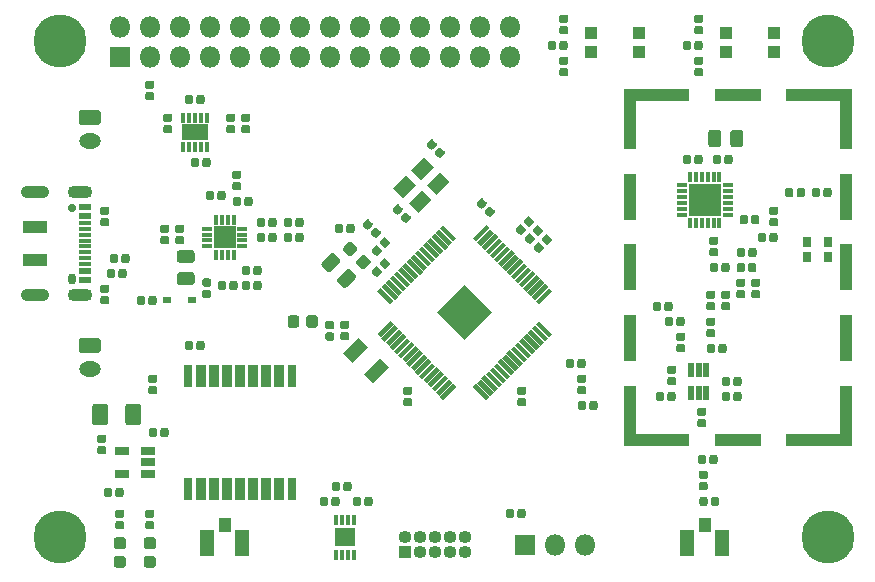
<source format=gbr>
%TF.GenerationSoftware,KiCad,Pcbnew,5.1.5+dfsg1-2build2*%
%TF.CreationDate,2020-11-12T16:10:00+01:00*%
%TF.ProjectId,tardigrade,74617264-6967-4726-9164-652e6b696361,V1.1*%
%TF.SameCoordinates,Original*%
%TF.FileFunction,Soldermask,Top*%
%TF.FilePolarity,Negative*%
%FSLAX46Y46*%
G04 Gerber Fmt 4.6, Leading zero omitted, Abs format (unit mm)*
G04 Created by KiCad (PCBNEW 5.1.5+dfsg1-2build2) date 2020-11-12 16:10:00*
%MOMM*%
%LPD*%
G04 APERTURE LIST*
%ADD10C,0.100000*%
%ADD11R,0.400000X0.900000*%
%ADD12R,2.200000X1.400000*%
%ADD13O,1.800000X1.800000*%
%ADD14R,1.800000X1.800000*%
%ADD15R,0.700000X0.900000*%
%ADD16R,0.800000X1.900000*%
%ADD17R,0.900000X1.900000*%
%ADD18R,0.500000X1.150000*%
%ADD19R,0.950000X0.400000*%
%ADD20R,0.400000X0.950000*%
%ADD21R,2.750000X2.750000*%
%ADD22R,0.900000X0.400000*%
%ADD23R,1.850000X1.850000*%
%ADD24R,1.160000X0.750000*%
%ADD25R,1.000000X1.100000*%
%ADD26O,1.100000X1.100000*%
%ADD27R,1.100000X1.100000*%
%ADD28R,1.100000X0.620000*%
%ADD29R,1.100000X0.370000*%
%ADD30O,2.100000X1.100000*%
%ADD31C,0.700000*%
%ADD32O,2.400000X1.100000*%
%ADD33O,0.700000X0.950000*%
%ADD34R,2.100000X1.100000*%
%ADD35R,1.150000X2.300000*%
%ADD36R,1.100000X1.150000*%
%ADD37R,4.650000X1.100000*%
%ADD38R,3.900000X1.100000*%
%ADD39R,1.100000X4.080000*%
%ADD40R,1.100000X3.900000*%
%ADD41O,1.850000X1.300000*%
%ADD42R,1.700000X1.500000*%
%ADD43C,4.500000*%
%ADD44R,0.700000X0.550000*%
G04 APERTURE END LIST*
D10*
%TO.C,R13*%
G36*
X127751108Y-37146631D02*
G01*
X127767853Y-37149115D01*
X127784274Y-37153228D01*
X127800213Y-37158931D01*
X127815516Y-37166169D01*
X127830036Y-37174871D01*
X127843633Y-37184956D01*
X127856176Y-37196324D01*
X127867544Y-37208867D01*
X127877629Y-37222464D01*
X127886331Y-37236984D01*
X127893569Y-37252287D01*
X127899272Y-37268226D01*
X127903385Y-37284647D01*
X127905869Y-37301392D01*
X127906700Y-37318300D01*
X127906700Y-37713300D01*
X127905869Y-37730208D01*
X127903385Y-37746953D01*
X127899272Y-37763374D01*
X127893569Y-37779313D01*
X127886331Y-37794616D01*
X127877629Y-37809136D01*
X127867544Y-37822733D01*
X127856176Y-37835276D01*
X127843633Y-37846644D01*
X127830036Y-37856729D01*
X127815516Y-37865431D01*
X127800213Y-37872669D01*
X127784274Y-37878372D01*
X127767853Y-37882485D01*
X127751108Y-37884969D01*
X127734200Y-37885800D01*
X127389200Y-37885800D01*
X127372292Y-37884969D01*
X127355547Y-37882485D01*
X127339126Y-37878372D01*
X127323187Y-37872669D01*
X127307884Y-37865431D01*
X127293364Y-37856729D01*
X127279767Y-37846644D01*
X127267224Y-37835276D01*
X127255856Y-37822733D01*
X127245771Y-37809136D01*
X127237069Y-37794616D01*
X127229831Y-37779313D01*
X127224128Y-37763374D01*
X127220015Y-37746953D01*
X127217531Y-37730208D01*
X127216700Y-37713300D01*
X127216700Y-37318300D01*
X127217531Y-37301392D01*
X127220015Y-37284647D01*
X127224128Y-37268226D01*
X127229831Y-37252287D01*
X127237069Y-37236984D01*
X127245771Y-37222464D01*
X127255856Y-37208867D01*
X127267224Y-37196324D01*
X127279767Y-37184956D01*
X127293364Y-37174871D01*
X127307884Y-37166169D01*
X127323187Y-37158931D01*
X127339126Y-37153228D01*
X127355547Y-37149115D01*
X127372292Y-37146631D01*
X127389200Y-37145800D01*
X127734200Y-37145800D01*
X127751108Y-37146631D01*
G37*
G36*
X126781108Y-37146631D02*
G01*
X126797853Y-37149115D01*
X126814274Y-37153228D01*
X126830213Y-37158931D01*
X126845516Y-37166169D01*
X126860036Y-37174871D01*
X126873633Y-37184956D01*
X126886176Y-37196324D01*
X126897544Y-37208867D01*
X126907629Y-37222464D01*
X126916331Y-37236984D01*
X126923569Y-37252287D01*
X126929272Y-37268226D01*
X126933385Y-37284647D01*
X126935869Y-37301392D01*
X126936700Y-37318300D01*
X126936700Y-37713300D01*
X126935869Y-37730208D01*
X126933385Y-37746953D01*
X126929272Y-37763374D01*
X126923569Y-37779313D01*
X126916331Y-37794616D01*
X126907629Y-37809136D01*
X126897544Y-37822733D01*
X126886176Y-37835276D01*
X126873633Y-37846644D01*
X126860036Y-37856729D01*
X126845516Y-37865431D01*
X126830213Y-37872669D01*
X126814274Y-37878372D01*
X126797853Y-37882485D01*
X126781108Y-37884969D01*
X126764200Y-37885800D01*
X126419200Y-37885800D01*
X126402292Y-37884969D01*
X126385547Y-37882485D01*
X126369126Y-37878372D01*
X126353187Y-37872669D01*
X126337884Y-37865431D01*
X126323364Y-37856729D01*
X126309767Y-37846644D01*
X126297224Y-37835276D01*
X126285856Y-37822733D01*
X126275771Y-37809136D01*
X126267069Y-37794616D01*
X126259831Y-37779313D01*
X126254128Y-37763374D01*
X126250015Y-37746953D01*
X126247531Y-37730208D01*
X126246700Y-37713300D01*
X126246700Y-37318300D01*
X126247531Y-37301392D01*
X126250015Y-37284647D01*
X126254128Y-37268226D01*
X126259831Y-37252287D01*
X126267069Y-37236984D01*
X126275771Y-37222464D01*
X126285856Y-37208867D01*
X126297224Y-37196324D01*
X126309767Y-37184956D01*
X126323364Y-37174871D01*
X126337884Y-37166169D01*
X126353187Y-37158931D01*
X126369126Y-37153228D01*
X126385547Y-37149115D01*
X126402292Y-37146631D01*
X126419200Y-37145800D01*
X126764200Y-37145800D01*
X126781108Y-37146631D01*
G37*
%TD*%
D11*
%TO.C,U3*%
X124012700Y-30423800D03*
X123512700Y-30423800D03*
X123012700Y-30423800D03*
X122512700Y-30423800D03*
X122012700Y-30423800D03*
X122012700Y-32923800D03*
X122512700Y-32923800D03*
X123012700Y-32923800D03*
X123512700Y-32923800D03*
X124012700Y-32923800D03*
D12*
X123012700Y-31673800D03*
%TD*%
D10*
%TO.C,U8*%
G36*
X151883461Y-45923497D02*
G01*
X152997154Y-44809804D01*
X153279997Y-45092647D01*
X152166304Y-46206340D01*
X151883461Y-45923497D01*
G37*
G36*
X151529908Y-45569943D02*
G01*
X152643601Y-44456250D01*
X152926444Y-44739093D01*
X151812751Y-45852786D01*
X151529908Y-45569943D01*
G37*
G36*
X151176354Y-45216390D02*
G01*
X152290047Y-44102697D01*
X152572890Y-44385540D01*
X151459197Y-45499233D01*
X151176354Y-45216390D01*
G37*
G36*
X150822801Y-44862837D02*
G01*
X151936494Y-43749144D01*
X152219337Y-44031987D01*
X151105644Y-45145680D01*
X150822801Y-44862837D01*
G37*
G36*
X150469248Y-44509283D02*
G01*
X151582941Y-43395590D01*
X151865784Y-43678433D01*
X150752091Y-44792126D01*
X150469248Y-44509283D01*
G37*
G36*
X150115694Y-44155730D02*
G01*
X151229387Y-43042037D01*
X151512230Y-43324880D01*
X150398537Y-44438573D01*
X150115694Y-44155730D01*
G37*
G36*
X149762141Y-43802176D02*
G01*
X150875834Y-42688483D01*
X151158677Y-42971326D01*
X150044984Y-44085019D01*
X149762141Y-43802176D01*
G37*
G36*
X149408587Y-43448623D02*
G01*
X150522280Y-42334930D01*
X150805123Y-42617773D01*
X149691430Y-43731466D01*
X149408587Y-43448623D01*
G37*
G36*
X149055034Y-43095070D02*
G01*
X150168727Y-41981377D01*
X150451570Y-42264220D01*
X149337877Y-43377913D01*
X149055034Y-43095070D01*
G37*
G36*
X148701481Y-42741516D02*
G01*
X149815174Y-41627823D01*
X150098017Y-41910666D01*
X148984324Y-43024359D01*
X148701481Y-42741516D01*
G37*
G36*
X148347927Y-42387963D02*
G01*
X149461620Y-41274270D01*
X149744463Y-41557113D01*
X148630770Y-42670806D01*
X148347927Y-42387963D01*
G37*
G36*
X147994374Y-42034409D02*
G01*
X149108067Y-40920716D01*
X149390910Y-41203559D01*
X148277217Y-42317252D01*
X147994374Y-42034409D01*
G37*
G36*
X147640820Y-41680856D02*
G01*
X148754513Y-40567163D01*
X149037356Y-40850006D01*
X147923663Y-41963699D01*
X147640820Y-41680856D01*
G37*
G36*
X147287267Y-41327303D02*
G01*
X148400960Y-40213610D01*
X148683803Y-40496453D01*
X147570110Y-41610146D01*
X147287267Y-41327303D01*
G37*
G36*
X146933714Y-40973749D02*
G01*
X148047407Y-39860056D01*
X148330250Y-40142899D01*
X147216557Y-41256592D01*
X146933714Y-40973749D01*
G37*
G36*
X146580160Y-40620196D02*
G01*
X147693853Y-39506503D01*
X147976696Y-39789346D01*
X146863003Y-40903039D01*
X146580160Y-40620196D01*
G37*
G36*
X144051547Y-39506503D02*
G01*
X145165240Y-40620196D01*
X144882397Y-40903039D01*
X143768704Y-39789346D01*
X144051547Y-39506503D01*
G37*
G36*
X143697993Y-39860056D02*
G01*
X144811686Y-40973749D01*
X144528843Y-41256592D01*
X143415150Y-40142899D01*
X143697993Y-39860056D01*
G37*
G36*
X143344440Y-40213610D02*
G01*
X144458133Y-41327303D01*
X144175290Y-41610146D01*
X143061597Y-40496453D01*
X143344440Y-40213610D01*
G37*
G36*
X142990887Y-40567163D02*
G01*
X144104580Y-41680856D01*
X143821737Y-41963699D01*
X142708044Y-40850006D01*
X142990887Y-40567163D01*
G37*
G36*
X142637333Y-40920716D02*
G01*
X143751026Y-42034409D01*
X143468183Y-42317252D01*
X142354490Y-41203559D01*
X142637333Y-40920716D01*
G37*
G36*
X142283780Y-41274270D02*
G01*
X143397473Y-42387963D01*
X143114630Y-42670806D01*
X142000937Y-41557113D01*
X142283780Y-41274270D01*
G37*
G36*
X141930226Y-41627823D02*
G01*
X143043919Y-42741516D01*
X142761076Y-43024359D01*
X141647383Y-41910666D01*
X141930226Y-41627823D01*
G37*
G36*
X141576673Y-41981377D02*
G01*
X142690366Y-43095070D01*
X142407523Y-43377913D01*
X141293830Y-42264220D01*
X141576673Y-41981377D01*
G37*
G36*
X141223120Y-42334930D02*
G01*
X142336813Y-43448623D01*
X142053970Y-43731466D01*
X140940277Y-42617773D01*
X141223120Y-42334930D01*
G37*
G36*
X140869566Y-42688483D02*
G01*
X141983259Y-43802176D01*
X141700416Y-44085019D01*
X140586723Y-42971326D01*
X140869566Y-42688483D01*
G37*
G36*
X140516013Y-43042037D02*
G01*
X141629706Y-44155730D01*
X141346863Y-44438573D01*
X140233170Y-43324880D01*
X140516013Y-43042037D01*
G37*
G36*
X140162459Y-43395590D02*
G01*
X141276152Y-44509283D01*
X140993309Y-44792126D01*
X139879616Y-43678433D01*
X140162459Y-43395590D01*
G37*
G36*
X139808906Y-43749144D02*
G01*
X140922599Y-44862837D01*
X140639756Y-45145680D01*
X139526063Y-44031987D01*
X139808906Y-43749144D01*
G37*
G36*
X139455353Y-44102697D02*
G01*
X140569046Y-45216390D01*
X140286203Y-45499233D01*
X139172510Y-44385540D01*
X139455353Y-44102697D01*
G37*
G36*
X139101799Y-44456250D02*
G01*
X140215492Y-45569943D01*
X139932649Y-45852786D01*
X138818956Y-44739093D01*
X139101799Y-44456250D01*
G37*
G36*
X138748246Y-44809804D02*
G01*
X139861939Y-45923497D01*
X139579096Y-46206340D01*
X138465403Y-45092647D01*
X138748246Y-44809804D01*
G37*
G36*
X138465403Y-48734953D02*
G01*
X139579096Y-47621260D01*
X139861939Y-47904103D01*
X138748246Y-49017796D01*
X138465403Y-48734953D01*
G37*
G36*
X138818956Y-49088507D02*
G01*
X139932649Y-47974814D01*
X140215492Y-48257657D01*
X139101799Y-49371350D01*
X138818956Y-49088507D01*
G37*
G36*
X139172510Y-49442060D02*
G01*
X140286203Y-48328367D01*
X140569046Y-48611210D01*
X139455353Y-49724903D01*
X139172510Y-49442060D01*
G37*
G36*
X139526063Y-49795613D02*
G01*
X140639756Y-48681920D01*
X140922599Y-48964763D01*
X139808906Y-50078456D01*
X139526063Y-49795613D01*
G37*
G36*
X139879616Y-50149167D02*
G01*
X140993309Y-49035474D01*
X141276152Y-49318317D01*
X140162459Y-50432010D01*
X139879616Y-50149167D01*
G37*
G36*
X140233170Y-50502720D02*
G01*
X141346863Y-49389027D01*
X141629706Y-49671870D01*
X140516013Y-50785563D01*
X140233170Y-50502720D01*
G37*
G36*
X140586723Y-50856274D02*
G01*
X141700416Y-49742581D01*
X141983259Y-50025424D01*
X140869566Y-51139117D01*
X140586723Y-50856274D01*
G37*
G36*
X140940277Y-51209827D02*
G01*
X142053970Y-50096134D01*
X142336813Y-50378977D01*
X141223120Y-51492670D01*
X140940277Y-51209827D01*
G37*
G36*
X141293830Y-51563380D02*
G01*
X142407523Y-50449687D01*
X142690366Y-50732530D01*
X141576673Y-51846223D01*
X141293830Y-51563380D01*
G37*
G36*
X141647383Y-51916934D02*
G01*
X142761076Y-50803241D01*
X143043919Y-51086084D01*
X141930226Y-52199777D01*
X141647383Y-51916934D01*
G37*
G36*
X142000937Y-52270487D02*
G01*
X143114630Y-51156794D01*
X143397473Y-51439637D01*
X142283780Y-52553330D01*
X142000937Y-52270487D01*
G37*
G36*
X142354490Y-52624041D02*
G01*
X143468183Y-51510348D01*
X143751026Y-51793191D01*
X142637333Y-52906884D01*
X142354490Y-52624041D01*
G37*
G36*
X142708044Y-52977594D02*
G01*
X143821737Y-51863901D01*
X144104580Y-52146744D01*
X142990887Y-53260437D01*
X142708044Y-52977594D01*
G37*
G36*
X143061597Y-53331147D02*
G01*
X144175290Y-52217454D01*
X144458133Y-52500297D01*
X143344440Y-53613990D01*
X143061597Y-53331147D01*
G37*
G36*
X143415150Y-53684701D02*
G01*
X144528843Y-52571008D01*
X144811686Y-52853851D01*
X143697993Y-53967544D01*
X143415150Y-53684701D01*
G37*
G36*
X143768704Y-54038254D02*
G01*
X144882397Y-52924561D01*
X145165240Y-53207404D01*
X144051547Y-54321097D01*
X143768704Y-54038254D01*
G37*
G36*
X146863003Y-52924561D02*
G01*
X147976696Y-54038254D01*
X147693853Y-54321097D01*
X146580160Y-53207404D01*
X146863003Y-52924561D01*
G37*
G36*
X147216557Y-52571008D02*
G01*
X148330250Y-53684701D01*
X148047407Y-53967544D01*
X146933714Y-52853851D01*
X147216557Y-52571008D01*
G37*
G36*
X147570110Y-52217454D02*
G01*
X148683803Y-53331147D01*
X148400960Y-53613990D01*
X147287267Y-52500297D01*
X147570110Y-52217454D01*
G37*
G36*
X147923663Y-51863901D02*
G01*
X149037356Y-52977594D01*
X148754513Y-53260437D01*
X147640820Y-52146744D01*
X147923663Y-51863901D01*
G37*
G36*
X148277217Y-51510348D02*
G01*
X149390910Y-52624041D01*
X149108067Y-52906884D01*
X147994374Y-51793191D01*
X148277217Y-51510348D01*
G37*
G36*
X148630770Y-51156794D02*
G01*
X149744463Y-52270487D01*
X149461620Y-52553330D01*
X148347927Y-51439637D01*
X148630770Y-51156794D01*
G37*
G36*
X148984324Y-50803241D02*
G01*
X150098017Y-51916934D01*
X149815174Y-52199777D01*
X148701481Y-51086084D01*
X148984324Y-50803241D01*
G37*
G36*
X149337877Y-50449687D02*
G01*
X150451570Y-51563380D01*
X150168727Y-51846223D01*
X149055034Y-50732530D01*
X149337877Y-50449687D01*
G37*
G36*
X149691430Y-50096134D02*
G01*
X150805123Y-51209827D01*
X150522280Y-51492670D01*
X149408587Y-50378977D01*
X149691430Y-50096134D01*
G37*
G36*
X150044984Y-49742581D02*
G01*
X151158677Y-50856274D01*
X150875834Y-51139117D01*
X149762141Y-50025424D01*
X150044984Y-49742581D01*
G37*
G36*
X150398537Y-49389027D02*
G01*
X151512230Y-50502720D01*
X151229387Y-50785563D01*
X150115694Y-49671870D01*
X150398537Y-49389027D01*
G37*
G36*
X150752091Y-49035474D02*
G01*
X151865784Y-50149167D01*
X151582941Y-50432010D01*
X150469248Y-49318317D01*
X150752091Y-49035474D01*
G37*
G36*
X151105644Y-48681920D02*
G01*
X152219337Y-49795613D01*
X151936494Y-50078456D01*
X150822801Y-48964763D01*
X151105644Y-48681920D01*
G37*
G36*
X151459197Y-48328367D02*
G01*
X152572890Y-49442060D01*
X152290047Y-49724903D01*
X151176354Y-48611210D01*
X151459197Y-48328367D01*
G37*
G36*
X151812751Y-47974814D02*
G01*
X152926444Y-49088507D01*
X152643601Y-49371350D01*
X151529908Y-48257657D01*
X151812751Y-47974814D01*
G37*
G36*
X152166304Y-47621260D02*
G01*
X153279997Y-48734953D01*
X152997154Y-49017796D01*
X151883461Y-47904103D01*
X152166304Y-47621260D01*
G37*
G36*
X145872700Y-44573277D02*
G01*
X148213223Y-46913800D01*
X145872700Y-49254323D01*
X143532177Y-46913800D01*
X145872700Y-44573277D01*
G37*
%TD*%
D13*
%TO.C,J9*%
X149682700Y-22783800D03*
X149682700Y-25323800D03*
X147142700Y-22783800D03*
X147142700Y-25323800D03*
X144602700Y-22783800D03*
X144602700Y-25323800D03*
X142062700Y-22783800D03*
X142062700Y-25323800D03*
X139522700Y-22783800D03*
X139522700Y-25323800D03*
X136982700Y-22783800D03*
X136982700Y-25323800D03*
X134442700Y-22783800D03*
X134442700Y-25323800D03*
X131902700Y-22783800D03*
X131902700Y-25323800D03*
X129362700Y-22783800D03*
X129362700Y-25323800D03*
X126822700Y-22783800D03*
X126822700Y-25323800D03*
X124282700Y-22783800D03*
X124282700Y-25323800D03*
X121742700Y-22783800D03*
X121742700Y-25323800D03*
X119202700Y-22783800D03*
X119202700Y-25323800D03*
X116662700Y-22783800D03*
D14*
X116662700Y-25323800D03*
%TD*%
D10*
%TO.C,Y1*%
G36*
X141358386Y-34846007D02*
G01*
X142454401Y-33749992D01*
X143267574Y-34563165D01*
X142171559Y-35659180D01*
X141358386Y-34846007D01*
G37*
G36*
X139838106Y-36366287D02*
G01*
X140934121Y-35270272D01*
X141747294Y-36083445D01*
X140651279Y-37179460D01*
X139838106Y-36366287D01*
G37*
G36*
X141146254Y-37674435D02*
G01*
X142242269Y-36578420D01*
X143055442Y-37391593D01*
X141959427Y-38487608D01*
X141146254Y-37674435D01*
G37*
G36*
X142666534Y-36154155D02*
G01*
X143762549Y-35058140D01*
X144575722Y-35871313D01*
X143479707Y-36967328D01*
X142666534Y-36154155D01*
G37*
%TD*%
%TO.C,R9*%
G36*
X131099108Y-40194631D02*
G01*
X131115853Y-40197115D01*
X131132274Y-40201228D01*
X131148213Y-40206931D01*
X131163516Y-40214169D01*
X131178036Y-40222871D01*
X131191633Y-40232956D01*
X131204176Y-40244324D01*
X131215544Y-40256867D01*
X131225629Y-40270464D01*
X131234331Y-40284984D01*
X131241569Y-40300287D01*
X131247272Y-40316226D01*
X131251385Y-40332647D01*
X131253869Y-40349392D01*
X131254700Y-40366300D01*
X131254700Y-40761300D01*
X131253869Y-40778208D01*
X131251385Y-40794953D01*
X131247272Y-40811374D01*
X131241569Y-40827313D01*
X131234331Y-40842616D01*
X131225629Y-40857136D01*
X131215544Y-40870733D01*
X131204176Y-40883276D01*
X131191633Y-40894644D01*
X131178036Y-40904729D01*
X131163516Y-40913431D01*
X131148213Y-40920669D01*
X131132274Y-40926372D01*
X131115853Y-40930485D01*
X131099108Y-40932969D01*
X131082200Y-40933800D01*
X130737200Y-40933800D01*
X130720292Y-40932969D01*
X130703547Y-40930485D01*
X130687126Y-40926372D01*
X130671187Y-40920669D01*
X130655884Y-40913431D01*
X130641364Y-40904729D01*
X130627767Y-40894644D01*
X130615224Y-40883276D01*
X130603856Y-40870733D01*
X130593771Y-40857136D01*
X130585069Y-40842616D01*
X130577831Y-40827313D01*
X130572128Y-40811374D01*
X130568015Y-40794953D01*
X130565531Y-40778208D01*
X130564700Y-40761300D01*
X130564700Y-40366300D01*
X130565531Y-40349392D01*
X130568015Y-40332647D01*
X130572128Y-40316226D01*
X130577831Y-40300287D01*
X130585069Y-40284984D01*
X130593771Y-40270464D01*
X130603856Y-40256867D01*
X130615224Y-40244324D01*
X130627767Y-40232956D01*
X130641364Y-40222871D01*
X130655884Y-40214169D01*
X130671187Y-40206931D01*
X130687126Y-40201228D01*
X130703547Y-40197115D01*
X130720292Y-40194631D01*
X130737200Y-40193800D01*
X131082200Y-40193800D01*
X131099108Y-40194631D01*
G37*
G36*
X132069108Y-40194631D02*
G01*
X132085853Y-40197115D01*
X132102274Y-40201228D01*
X132118213Y-40206931D01*
X132133516Y-40214169D01*
X132148036Y-40222871D01*
X132161633Y-40232956D01*
X132174176Y-40244324D01*
X132185544Y-40256867D01*
X132195629Y-40270464D01*
X132204331Y-40284984D01*
X132211569Y-40300287D01*
X132217272Y-40316226D01*
X132221385Y-40332647D01*
X132223869Y-40349392D01*
X132224700Y-40366300D01*
X132224700Y-40761300D01*
X132223869Y-40778208D01*
X132221385Y-40794953D01*
X132217272Y-40811374D01*
X132211569Y-40827313D01*
X132204331Y-40842616D01*
X132195629Y-40857136D01*
X132185544Y-40870733D01*
X132174176Y-40883276D01*
X132161633Y-40894644D01*
X132148036Y-40904729D01*
X132133516Y-40913431D01*
X132118213Y-40920669D01*
X132102274Y-40926372D01*
X132085853Y-40930485D01*
X132069108Y-40932969D01*
X132052200Y-40933800D01*
X131707200Y-40933800D01*
X131690292Y-40932969D01*
X131673547Y-40930485D01*
X131657126Y-40926372D01*
X131641187Y-40920669D01*
X131625884Y-40913431D01*
X131611364Y-40904729D01*
X131597767Y-40894644D01*
X131585224Y-40883276D01*
X131573856Y-40870733D01*
X131563771Y-40857136D01*
X131555069Y-40842616D01*
X131547831Y-40827313D01*
X131542128Y-40811374D01*
X131538015Y-40794953D01*
X131535531Y-40778208D01*
X131534700Y-40761300D01*
X131534700Y-40366300D01*
X131535531Y-40349392D01*
X131538015Y-40332647D01*
X131542128Y-40316226D01*
X131547831Y-40300287D01*
X131555069Y-40284984D01*
X131563771Y-40270464D01*
X131573856Y-40256867D01*
X131585224Y-40244324D01*
X131597767Y-40232956D01*
X131611364Y-40222871D01*
X131625884Y-40214169D01*
X131641187Y-40206931D01*
X131657126Y-40201228D01*
X131673547Y-40197115D01*
X131690292Y-40194631D01*
X131707200Y-40193800D01*
X132052200Y-40193800D01*
X132069108Y-40194631D01*
G37*
%TD*%
D15*
%TO.C,Y3*%
X174828700Y-42179800D03*
X176628700Y-42179800D03*
X176628700Y-40979800D03*
X174828700Y-40979800D03*
%TD*%
D10*
%TO.C,Y2*%
G36*
X139435243Y-51578840D02*
G01*
X138091740Y-52922343D01*
X137313923Y-52144526D01*
X138657426Y-50801023D01*
X139435243Y-51578840D01*
G37*
G36*
X137667477Y-49811074D02*
G01*
X136323974Y-51154577D01*
X135546157Y-50376760D01*
X136889660Y-49033257D01*
X137667477Y-49811074D01*
G37*
%TD*%
D16*
%TO.C,U6*%
X131222700Y-61823800D03*
D17*
X130122700Y-61823800D03*
X129022700Y-61823800D03*
X127922700Y-61823800D03*
X126822700Y-61823800D03*
X125722700Y-61823800D03*
X124622700Y-61823800D03*
X123522700Y-61823800D03*
D16*
X122422700Y-61823800D03*
X122422700Y-52323800D03*
D17*
X123522700Y-52323800D03*
X124622700Y-52323800D03*
X125722700Y-52323800D03*
X126822700Y-52323800D03*
X127922700Y-52323800D03*
X129022700Y-52323800D03*
X130122700Y-52323800D03*
D16*
X131222700Y-52323800D03*
%TD*%
D18*
%TO.C,U5*%
X166334700Y-53705800D03*
X165684700Y-53705800D03*
X165034700Y-53705800D03*
X165034700Y-51805800D03*
X165684700Y-51805800D03*
X166334700Y-51805800D03*
%TD*%
D19*
%TO.C,U4*%
X168142700Y-38638800D03*
X168142700Y-38138800D03*
X168142700Y-37638800D03*
X168142700Y-37138800D03*
X168142700Y-36638800D03*
X168142700Y-36138800D03*
D20*
X167442700Y-35438800D03*
X166942700Y-35438800D03*
X166442700Y-35438800D03*
X165942700Y-35438800D03*
X165442700Y-35438800D03*
X164942700Y-35438800D03*
D19*
X164242700Y-36138800D03*
X164242700Y-36638800D03*
X164242700Y-37138800D03*
X164242700Y-37638800D03*
X164242700Y-38138800D03*
X164242700Y-38638800D03*
D20*
X164942700Y-39338800D03*
X165442700Y-39338800D03*
X165942700Y-39338800D03*
X166442700Y-39338800D03*
X166942700Y-39338800D03*
X167442700Y-39338800D03*
D21*
X166192700Y-37388800D03*
%TD*%
D11*
%TO.C,U2*%
X124802700Y-42063800D03*
X125302700Y-42063800D03*
X125802700Y-42063800D03*
X126302700Y-42063800D03*
D22*
X127052700Y-41313800D03*
X127052700Y-40813800D03*
X127052700Y-40313800D03*
X127052700Y-39813800D03*
D11*
X126302700Y-39063800D03*
X125802700Y-39063800D03*
X125302700Y-39063800D03*
X124802700Y-39063800D03*
D22*
X124052700Y-39813800D03*
X124052700Y-40313800D03*
X124052700Y-40813800D03*
X124052700Y-41313800D03*
D23*
X125552700Y-40563800D03*
%TD*%
D24*
%TO.C,U1*%
X116832700Y-60563800D03*
X116832700Y-58663800D03*
X119032700Y-58663800D03*
X119032700Y-59613800D03*
X119032700Y-60563800D03*
%TD*%
D25*
%TO.C,SW2*%
X172052700Y-23253800D03*
X167952700Y-23253800D03*
X167952700Y-24853800D03*
X172052700Y-24853800D03*
%TD*%
%TO.C,SW1*%
X160622700Y-23253800D03*
X156522700Y-23253800D03*
X156522700Y-24853800D03*
X160622700Y-24853800D03*
%TD*%
D10*
%TO.C,R29*%
G36*
X150865108Y-63562631D02*
G01*
X150881853Y-63565115D01*
X150898274Y-63569228D01*
X150914213Y-63574931D01*
X150929516Y-63582169D01*
X150944036Y-63590871D01*
X150957633Y-63600956D01*
X150970176Y-63612324D01*
X150981544Y-63624867D01*
X150991629Y-63638464D01*
X151000331Y-63652984D01*
X151007569Y-63668287D01*
X151013272Y-63684226D01*
X151017385Y-63700647D01*
X151019869Y-63717392D01*
X151020700Y-63734300D01*
X151020700Y-64129300D01*
X151019869Y-64146208D01*
X151017385Y-64162953D01*
X151013272Y-64179374D01*
X151007569Y-64195313D01*
X151000331Y-64210616D01*
X150991629Y-64225136D01*
X150981544Y-64238733D01*
X150970176Y-64251276D01*
X150957633Y-64262644D01*
X150944036Y-64272729D01*
X150929516Y-64281431D01*
X150914213Y-64288669D01*
X150898274Y-64294372D01*
X150881853Y-64298485D01*
X150865108Y-64300969D01*
X150848200Y-64301800D01*
X150503200Y-64301800D01*
X150486292Y-64300969D01*
X150469547Y-64298485D01*
X150453126Y-64294372D01*
X150437187Y-64288669D01*
X150421884Y-64281431D01*
X150407364Y-64272729D01*
X150393767Y-64262644D01*
X150381224Y-64251276D01*
X150369856Y-64238733D01*
X150359771Y-64225136D01*
X150351069Y-64210616D01*
X150343831Y-64195313D01*
X150338128Y-64179374D01*
X150334015Y-64162953D01*
X150331531Y-64146208D01*
X150330700Y-64129300D01*
X150330700Y-63734300D01*
X150331531Y-63717392D01*
X150334015Y-63700647D01*
X150338128Y-63684226D01*
X150343831Y-63668287D01*
X150351069Y-63652984D01*
X150359771Y-63638464D01*
X150369856Y-63624867D01*
X150381224Y-63612324D01*
X150393767Y-63600956D01*
X150407364Y-63590871D01*
X150421884Y-63582169D01*
X150437187Y-63574931D01*
X150453126Y-63569228D01*
X150469547Y-63565115D01*
X150486292Y-63562631D01*
X150503200Y-63561800D01*
X150848200Y-63561800D01*
X150865108Y-63562631D01*
G37*
G36*
X149895108Y-63562631D02*
G01*
X149911853Y-63565115D01*
X149928274Y-63569228D01*
X149944213Y-63574931D01*
X149959516Y-63582169D01*
X149974036Y-63590871D01*
X149987633Y-63600956D01*
X150000176Y-63612324D01*
X150011544Y-63624867D01*
X150021629Y-63638464D01*
X150030331Y-63652984D01*
X150037569Y-63668287D01*
X150043272Y-63684226D01*
X150047385Y-63700647D01*
X150049869Y-63717392D01*
X150050700Y-63734300D01*
X150050700Y-64129300D01*
X150049869Y-64146208D01*
X150047385Y-64162953D01*
X150043272Y-64179374D01*
X150037569Y-64195313D01*
X150030331Y-64210616D01*
X150021629Y-64225136D01*
X150011544Y-64238733D01*
X150000176Y-64251276D01*
X149987633Y-64262644D01*
X149974036Y-64272729D01*
X149959516Y-64281431D01*
X149944213Y-64288669D01*
X149928274Y-64294372D01*
X149911853Y-64298485D01*
X149895108Y-64300969D01*
X149878200Y-64301800D01*
X149533200Y-64301800D01*
X149516292Y-64300969D01*
X149499547Y-64298485D01*
X149483126Y-64294372D01*
X149467187Y-64288669D01*
X149451884Y-64281431D01*
X149437364Y-64272729D01*
X149423767Y-64262644D01*
X149411224Y-64251276D01*
X149399856Y-64238733D01*
X149389771Y-64225136D01*
X149381069Y-64210616D01*
X149373831Y-64195313D01*
X149368128Y-64179374D01*
X149364015Y-64162953D01*
X149361531Y-64146208D01*
X149360700Y-64129300D01*
X149360700Y-63734300D01*
X149361531Y-63717392D01*
X149364015Y-63700647D01*
X149368128Y-63684226D01*
X149373831Y-63668287D01*
X149381069Y-63652984D01*
X149389771Y-63638464D01*
X149399856Y-63624867D01*
X149411224Y-63612324D01*
X149423767Y-63600956D01*
X149437364Y-63590871D01*
X149451884Y-63582169D01*
X149467187Y-63574931D01*
X149483126Y-63569228D01*
X149499547Y-63565115D01*
X149516292Y-63562631D01*
X149533200Y-63561800D01*
X149878200Y-63561800D01*
X149895108Y-63562631D01*
G37*
%TD*%
%TO.C,R28*%
G36*
X117337108Y-41972631D02*
G01*
X117353853Y-41975115D01*
X117370274Y-41979228D01*
X117386213Y-41984931D01*
X117401516Y-41992169D01*
X117416036Y-42000871D01*
X117429633Y-42010956D01*
X117442176Y-42022324D01*
X117453544Y-42034867D01*
X117463629Y-42048464D01*
X117472331Y-42062984D01*
X117479569Y-42078287D01*
X117485272Y-42094226D01*
X117489385Y-42110647D01*
X117491869Y-42127392D01*
X117492700Y-42144300D01*
X117492700Y-42539300D01*
X117491869Y-42556208D01*
X117489385Y-42572953D01*
X117485272Y-42589374D01*
X117479569Y-42605313D01*
X117472331Y-42620616D01*
X117463629Y-42635136D01*
X117453544Y-42648733D01*
X117442176Y-42661276D01*
X117429633Y-42672644D01*
X117416036Y-42682729D01*
X117401516Y-42691431D01*
X117386213Y-42698669D01*
X117370274Y-42704372D01*
X117353853Y-42708485D01*
X117337108Y-42710969D01*
X117320200Y-42711800D01*
X116975200Y-42711800D01*
X116958292Y-42710969D01*
X116941547Y-42708485D01*
X116925126Y-42704372D01*
X116909187Y-42698669D01*
X116893884Y-42691431D01*
X116879364Y-42682729D01*
X116865767Y-42672644D01*
X116853224Y-42661276D01*
X116841856Y-42648733D01*
X116831771Y-42635136D01*
X116823069Y-42620616D01*
X116815831Y-42605313D01*
X116810128Y-42589374D01*
X116806015Y-42572953D01*
X116803531Y-42556208D01*
X116802700Y-42539300D01*
X116802700Y-42144300D01*
X116803531Y-42127392D01*
X116806015Y-42110647D01*
X116810128Y-42094226D01*
X116815831Y-42078287D01*
X116823069Y-42062984D01*
X116831771Y-42048464D01*
X116841856Y-42034867D01*
X116853224Y-42022324D01*
X116865767Y-42010956D01*
X116879364Y-42000871D01*
X116893884Y-41992169D01*
X116909187Y-41984931D01*
X116925126Y-41979228D01*
X116941547Y-41975115D01*
X116958292Y-41972631D01*
X116975200Y-41971800D01*
X117320200Y-41971800D01*
X117337108Y-41972631D01*
G37*
G36*
X116367108Y-41972631D02*
G01*
X116383853Y-41975115D01*
X116400274Y-41979228D01*
X116416213Y-41984931D01*
X116431516Y-41992169D01*
X116446036Y-42000871D01*
X116459633Y-42010956D01*
X116472176Y-42022324D01*
X116483544Y-42034867D01*
X116493629Y-42048464D01*
X116502331Y-42062984D01*
X116509569Y-42078287D01*
X116515272Y-42094226D01*
X116519385Y-42110647D01*
X116521869Y-42127392D01*
X116522700Y-42144300D01*
X116522700Y-42539300D01*
X116521869Y-42556208D01*
X116519385Y-42572953D01*
X116515272Y-42589374D01*
X116509569Y-42605313D01*
X116502331Y-42620616D01*
X116493629Y-42635136D01*
X116483544Y-42648733D01*
X116472176Y-42661276D01*
X116459633Y-42672644D01*
X116446036Y-42682729D01*
X116431516Y-42691431D01*
X116416213Y-42698669D01*
X116400274Y-42704372D01*
X116383853Y-42708485D01*
X116367108Y-42710969D01*
X116350200Y-42711800D01*
X116005200Y-42711800D01*
X115988292Y-42710969D01*
X115971547Y-42708485D01*
X115955126Y-42704372D01*
X115939187Y-42698669D01*
X115923884Y-42691431D01*
X115909364Y-42682729D01*
X115895767Y-42672644D01*
X115883224Y-42661276D01*
X115871856Y-42648733D01*
X115861771Y-42635136D01*
X115853069Y-42620616D01*
X115845831Y-42605313D01*
X115840128Y-42589374D01*
X115836015Y-42572953D01*
X115833531Y-42556208D01*
X115832700Y-42539300D01*
X115832700Y-42144300D01*
X115833531Y-42127392D01*
X115836015Y-42110647D01*
X115840128Y-42094226D01*
X115845831Y-42078287D01*
X115853069Y-42062984D01*
X115861771Y-42048464D01*
X115871856Y-42034867D01*
X115883224Y-42022324D01*
X115895767Y-42010956D01*
X115909364Y-42000871D01*
X115923884Y-41992169D01*
X115939187Y-41984931D01*
X115955126Y-41979228D01*
X115971547Y-41975115D01*
X115988292Y-41972631D01*
X116005200Y-41971800D01*
X116350200Y-41971800D01*
X116367108Y-41972631D01*
G37*
%TD*%
%TO.C,R27*%
G36*
X115607108Y-38926631D02*
G01*
X115623853Y-38929115D01*
X115640274Y-38933228D01*
X115656213Y-38938931D01*
X115671516Y-38946169D01*
X115686036Y-38954871D01*
X115699633Y-38964956D01*
X115712176Y-38976324D01*
X115723544Y-38988867D01*
X115733629Y-39002464D01*
X115742331Y-39016984D01*
X115749569Y-39032287D01*
X115755272Y-39048226D01*
X115759385Y-39064647D01*
X115761869Y-39081392D01*
X115762700Y-39098300D01*
X115762700Y-39443300D01*
X115761869Y-39460208D01*
X115759385Y-39476953D01*
X115755272Y-39493374D01*
X115749569Y-39509313D01*
X115742331Y-39524616D01*
X115733629Y-39539136D01*
X115723544Y-39552733D01*
X115712176Y-39565276D01*
X115699633Y-39576644D01*
X115686036Y-39586729D01*
X115671516Y-39595431D01*
X115656213Y-39602669D01*
X115640274Y-39608372D01*
X115623853Y-39612485D01*
X115607108Y-39614969D01*
X115590200Y-39615800D01*
X115195200Y-39615800D01*
X115178292Y-39614969D01*
X115161547Y-39612485D01*
X115145126Y-39608372D01*
X115129187Y-39602669D01*
X115113884Y-39595431D01*
X115099364Y-39586729D01*
X115085767Y-39576644D01*
X115073224Y-39565276D01*
X115061856Y-39552733D01*
X115051771Y-39539136D01*
X115043069Y-39524616D01*
X115035831Y-39509313D01*
X115030128Y-39493374D01*
X115026015Y-39476953D01*
X115023531Y-39460208D01*
X115022700Y-39443300D01*
X115022700Y-39098300D01*
X115023531Y-39081392D01*
X115026015Y-39064647D01*
X115030128Y-39048226D01*
X115035831Y-39032287D01*
X115043069Y-39016984D01*
X115051771Y-39002464D01*
X115061856Y-38988867D01*
X115073224Y-38976324D01*
X115085767Y-38964956D01*
X115099364Y-38954871D01*
X115113884Y-38946169D01*
X115129187Y-38938931D01*
X115145126Y-38933228D01*
X115161547Y-38929115D01*
X115178292Y-38926631D01*
X115195200Y-38925800D01*
X115590200Y-38925800D01*
X115607108Y-38926631D01*
G37*
G36*
X115607108Y-37956631D02*
G01*
X115623853Y-37959115D01*
X115640274Y-37963228D01*
X115656213Y-37968931D01*
X115671516Y-37976169D01*
X115686036Y-37984871D01*
X115699633Y-37994956D01*
X115712176Y-38006324D01*
X115723544Y-38018867D01*
X115733629Y-38032464D01*
X115742331Y-38046984D01*
X115749569Y-38062287D01*
X115755272Y-38078226D01*
X115759385Y-38094647D01*
X115761869Y-38111392D01*
X115762700Y-38128300D01*
X115762700Y-38473300D01*
X115761869Y-38490208D01*
X115759385Y-38506953D01*
X115755272Y-38523374D01*
X115749569Y-38539313D01*
X115742331Y-38554616D01*
X115733629Y-38569136D01*
X115723544Y-38582733D01*
X115712176Y-38595276D01*
X115699633Y-38606644D01*
X115686036Y-38616729D01*
X115671516Y-38625431D01*
X115656213Y-38632669D01*
X115640274Y-38638372D01*
X115623853Y-38642485D01*
X115607108Y-38644969D01*
X115590200Y-38645800D01*
X115195200Y-38645800D01*
X115178292Y-38644969D01*
X115161547Y-38642485D01*
X115145126Y-38638372D01*
X115129187Y-38632669D01*
X115113884Y-38625431D01*
X115099364Y-38616729D01*
X115085767Y-38606644D01*
X115073224Y-38595276D01*
X115061856Y-38582733D01*
X115051771Y-38569136D01*
X115043069Y-38554616D01*
X115035831Y-38539313D01*
X115030128Y-38523374D01*
X115026015Y-38506953D01*
X115023531Y-38490208D01*
X115022700Y-38473300D01*
X115022700Y-38128300D01*
X115023531Y-38111392D01*
X115026015Y-38094647D01*
X115030128Y-38078226D01*
X115035831Y-38062287D01*
X115043069Y-38046984D01*
X115051771Y-38032464D01*
X115061856Y-38018867D01*
X115073224Y-38006324D01*
X115085767Y-37994956D01*
X115099364Y-37984871D01*
X115113884Y-37976169D01*
X115129187Y-37968931D01*
X115145126Y-37963228D01*
X115161547Y-37959115D01*
X115178292Y-37956631D01*
X115195200Y-37955800D01*
X115590200Y-37955800D01*
X115607108Y-37956631D01*
G37*
%TD*%
%TO.C,R26*%
G36*
X165899108Y-25256631D02*
G01*
X165915853Y-25259115D01*
X165932274Y-25263228D01*
X165948213Y-25268931D01*
X165963516Y-25276169D01*
X165978036Y-25284871D01*
X165991633Y-25294956D01*
X166004176Y-25306324D01*
X166015544Y-25318867D01*
X166025629Y-25332464D01*
X166034331Y-25346984D01*
X166041569Y-25362287D01*
X166047272Y-25378226D01*
X166051385Y-25394647D01*
X166053869Y-25411392D01*
X166054700Y-25428300D01*
X166054700Y-25773300D01*
X166053869Y-25790208D01*
X166051385Y-25806953D01*
X166047272Y-25823374D01*
X166041569Y-25839313D01*
X166034331Y-25854616D01*
X166025629Y-25869136D01*
X166015544Y-25882733D01*
X166004176Y-25895276D01*
X165991633Y-25906644D01*
X165978036Y-25916729D01*
X165963516Y-25925431D01*
X165948213Y-25932669D01*
X165932274Y-25938372D01*
X165915853Y-25942485D01*
X165899108Y-25944969D01*
X165882200Y-25945800D01*
X165487200Y-25945800D01*
X165470292Y-25944969D01*
X165453547Y-25942485D01*
X165437126Y-25938372D01*
X165421187Y-25932669D01*
X165405884Y-25925431D01*
X165391364Y-25916729D01*
X165377767Y-25906644D01*
X165365224Y-25895276D01*
X165353856Y-25882733D01*
X165343771Y-25869136D01*
X165335069Y-25854616D01*
X165327831Y-25839313D01*
X165322128Y-25823374D01*
X165318015Y-25806953D01*
X165315531Y-25790208D01*
X165314700Y-25773300D01*
X165314700Y-25428300D01*
X165315531Y-25411392D01*
X165318015Y-25394647D01*
X165322128Y-25378226D01*
X165327831Y-25362287D01*
X165335069Y-25346984D01*
X165343771Y-25332464D01*
X165353856Y-25318867D01*
X165365224Y-25306324D01*
X165377767Y-25294956D01*
X165391364Y-25284871D01*
X165405884Y-25276169D01*
X165421187Y-25268931D01*
X165437126Y-25263228D01*
X165453547Y-25259115D01*
X165470292Y-25256631D01*
X165487200Y-25255800D01*
X165882200Y-25255800D01*
X165899108Y-25256631D01*
G37*
G36*
X165899108Y-26226631D02*
G01*
X165915853Y-26229115D01*
X165932274Y-26233228D01*
X165948213Y-26238931D01*
X165963516Y-26246169D01*
X165978036Y-26254871D01*
X165991633Y-26264956D01*
X166004176Y-26276324D01*
X166015544Y-26288867D01*
X166025629Y-26302464D01*
X166034331Y-26316984D01*
X166041569Y-26332287D01*
X166047272Y-26348226D01*
X166051385Y-26364647D01*
X166053869Y-26381392D01*
X166054700Y-26398300D01*
X166054700Y-26743300D01*
X166053869Y-26760208D01*
X166051385Y-26776953D01*
X166047272Y-26793374D01*
X166041569Y-26809313D01*
X166034331Y-26824616D01*
X166025629Y-26839136D01*
X166015544Y-26852733D01*
X166004176Y-26865276D01*
X165991633Y-26876644D01*
X165978036Y-26886729D01*
X165963516Y-26895431D01*
X165948213Y-26902669D01*
X165932274Y-26908372D01*
X165915853Y-26912485D01*
X165899108Y-26914969D01*
X165882200Y-26915800D01*
X165487200Y-26915800D01*
X165470292Y-26914969D01*
X165453547Y-26912485D01*
X165437126Y-26908372D01*
X165421187Y-26902669D01*
X165405884Y-26895431D01*
X165391364Y-26886729D01*
X165377767Y-26876644D01*
X165365224Y-26865276D01*
X165353856Y-26852733D01*
X165343771Y-26839136D01*
X165335069Y-26824616D01*
X165327831Y-26809313D01*
X165322128Y-26793374D01*
X165318015Y-26776953D01*
X165315531Y-26760208D01*
X165314700Y-26743300D01*
X165314700Y-26398300D01*
X165315531Y-26381392D01*
X165318015Y-26364647D01*
X165322128Y-26348226D01*
X165327831Y-26332287D01*
X165335069Y-26316984D01*
X165343771Y-26302464D01*
X165353856Y-26288867D01*
X165365224Y-26276324D01*
X165377767Y-26264956D01*
X165391364Y-26254871D01*
X165405884Y-26246169D01*
X165421187Y-26238931D01*
X165437126Y-26233228D01*
X165453547Y-26229115D01*
X165470292Y-26226631D01*
X165487200Y-26225800D01*
X165882200Y-26225800D01*
X165899108Y-26226631D01*
G37*
%TD*%
%TO.C,R25*%
G36*
X164881108Y-23938631D02*
G01*
X164897853Y-23941115D01*
X164914274Y-23945228D01*
X164930213Y-23950931D01*
X164945516Y-23958169D01*
X164960036Y-23966871D01*
X164973633Y-23976956D01*
X164986176Y-23988324D01*
X164997544Y-24000867D01*
X165007629Y-24014464D01*
X165016331Y-24028984D01*
X165023569Y-24044287D01*
X165029272Y-24060226D01*
X165033385Y-24076647D01*
X165035869Y-24093392D01*
X165036700Y-24110300D01*
X165036700Y-24505300D01*
X165035869Y-24522208D01*
X165033385Y-24538953D01*
X165029272Y-24555374D01*
X165023569Y-24571313D01*
X165016331Y-24586616D01*
X165007629Y-24601136D01*
X164997544Y-24614733D01*
X164986176Y-24627276D01*
X164973633Y-24638644D01*
X164960036Y-24648729D01*
X164945516Y-24657431D01*
X164930213Y-24664669D01*
X164914274Y-24670372D01*
X164897853Y-24674485D01*
X164881108Y-24676969D01*
X164864200Y-24677800D01*
X164519200Y-24677800D01*
X164502292Y-24676969D01*
X164485547Y-24674485D01*
X164469126Y-24670372D01*
X164453187Y-24664669D01*
X164437884Y-24657431D01*
X164423364Y-24648729D01*
X164409767Y-24638644D01*
X164397224Y-24627276D01*
X164385856Y-24614733D01*
X164375771Y-24601136D01*
X164367069Y-24586616D01*
X164359831Y-24571313D01*
X164354128Y-24555374D01*
X164350015Y-24538953D01*
X164347531Y-24522208D01*
X164346700Y-24505300D01*
X164346700Y-24110300D01*
X164347531Y-24093392D01*
X164350015Y-24076647D01*
X164354128Y-24060226D01*
X164359831Y-24044287D01*
X164367069Y-24028984D01*
X164375771Y-24014464D01*
X164385856Y-24000867D01*
X164397224Y-23988324D01*
X164409767Y-23976956D01*
X164423364Y-23966871D01*
X164437884Y-23958169D01*
X164453187Y-23950931D01*
X164469126Y-23945228D01*
X164485547Y-23941115D01*
X164502292Y-23938631D01*
X164519200Y-23937800D01*
X164864200Y-23937800D01*
X164881108Y-23938631D01*
G37*
G36*
X165851108Y-23938631D02*
G01*
X165867853Y-23941115D01*
X165884274Y-23945228D01*
X165900213Y-23950931D01*
X165915516Y-23958169D01*
X165930036Y-23966871D01*
X165943633Y-23976956D01*
X165956176Y-23988324D01*
X165967544Y-24000867D01*
X165977629Y-24014464D01*
X165986331Y-24028984D01*
X165993569Y-24044287D01*
X165999272Y-24060226D01*
X166003385Y-24076647D01*
X166005869Y-24093392D01*
X166006700Y-24110300D01*
X166006700Y-24505300D01*
X166005869Y-24522208D01*
X166003385Y-24538953D01*
X165999272Y-24555374D01*
X165993569Y-24571313D01*
X165986331Y-24586616D01*
X165977629Y-24601136D01*
X165967544Y-24614733D01*
X165956176Y-24627276D01*
X165943633Y-24638644D01*
X165930036Y-24648729D01*
X165915516Y-24657431D01*
X165900213Y-24664669D01*
X165884274Y-24670372D01*
X165867853Y-24674485D01*
X165851108Y-24676969D01*
X165834200Y-24677800D01*
X165489200Y-24677800D01*
X165472292Y-24676969D01*
X165455547Y-24674485D01*
X165439126Y-24670372D01*
X165423187Y-24664669D01*
X165407884Y-24657431D01*
X165393364Y-24648729D01*
X165379767Y-24638644D01*
X165367224Y-24627276D01*
X165355856Y-24614733D01*
X165345771Y-24601136D01*
X165337069Y-24586616D01*
X165329831Y-24571313D01*
X165324128Y-24555374D01*
X165320015Y-24538953D01*
X165317531Y-24522208D01*
X165316700Y-24505300D01*
X165316700Y-24110300D01*
X165317531Y-24093392D01*
X165320015Y-24076647D01*
X165324128Y-24060226D01*
X165329831Y-24044287D01*
X165337069Y-24028984D01*
X165345771Y-24014464D01*
X165355856Y-24000867D01*
X165367224Y-23988324D01*
X165379767Y-23976956D01*
X165393364Y-23966871D01*
X165407884Y-23958169D01*
X165423187Y-23950931D01*
X165439126Y-23945228D01*
X165455547Y-23941115D01*
X165472292Y-23938631D01*
X165489200Y-23937800D01*
X165834200Y-23937800D01*
X165851108Y-23938631D01*
G37*
%TD*%
%TO.C,R24*%
G36*
X154469108Y-25256631D02*
G01*
X154485853Y-25259115D01*
X154502274Y-25263228D01*
X154518213Y-25268931D01*
X154533516Y-25276169D01*
X154548036Y-25284871D01*
X154561633Y-25294956D01*
X154574176Y-25306324D01*
X154585544Y-25318867D01*
X154595629Y-25332464D01*
X154604331Y-25346984D01*
X154611569Y-25362287D01*
X154617272Y-25378226D01*
X154621385Y-25394647D01*
X154623869Y-25411392D01*
X154624700Y-25428300D01*
X154624700Y-25773300D01*
X154623869Y-25790208D01*
X154621385Y-25806953D01*
X154617272Y-25823374D01*
X154611569Y-25839313D01*
X154604331Y-25854616D01*
X154595629Y-25869136D01*
X154585544Y-25882733D01*
X154574176Y-25895276D01*
X154561633Y-25906644D01*
X154548036Y-25916729D01*
X154533516Y-25925431D01*
X154518213Y-25932669D01*
X154502274Y-25938372D01*
X154485853Y-25942485D01*
X154469108Y-25944969D01*
X154452200Y-25945800D01*
X154057200Y-25945800D01*
X154040292Y-25944969D01*
X154023547Y-25942485D01*
X154007126Y-25938372D01*
X153991187Y-25932669D01*
X153975884Y-25925431D01*
X153961364Y-25916729D01*
X153947767Y-25906644D01*
X153935224Y-25895276D01*
X153923856Y-25882733D01*
X153913771Y-25869136D01*
X153905069Y-25854616D01*
X153897831Y-25839313D01*
X153892128Y-25823374D01*
X153888015Y-25806953D01*
X153885531Y-25790208D01*
X153884700Y-25773300D01*
X153884700Y-25428300D01*
X153885531Y-25411392D01*
X153888015Y-25394647D01*
X153892128Y-25378226D01*
X153897831Y-25362287D01*
X153905069Y-25346984D01*
X153913771Y-25332464D01*
X153923856Y-25318867D01*
X153935224Y-25306324D01*
X153947767Y-25294956D01*
X153961364Y-25284871D01*
X153975884Y-25276169D01*
X153991187Y-25268931D01*
X154007126Y-25263228D01*
X154023547Y-25259115D01*
X154040292Y-25256631D01*
X154057200Y-25255800D01*
X154452200Y-25255800D01*
X154469108Y-25256631D01*
G37*
G36*
X154469108Y-26226631D02*
G01*
X154485853Y-26229115D01*
X154502274Y-26233228D01*
X154518213Y-26238931D01*
X154533516Y-26246169D01*
X154548036Y-26254871D01*
X154561633Y-26264956D01*
X154574176Y-26276324D01*
X154585544Y-26288867D01*
X154595629Y-26302464D01*
X154604331Y-26316984D01*
X154611569Y-26332287D01*
X154617272Y-26348226D01*
X154621385Y-26364647D01*
X154623869Y-26381392D01*
X154624700Y-26398300D01*
X154624700Y-26743300D01*
X154623869Y-26760208D01*
X154621385Y-26776953D01*
X154617272Y-26793374D01*
X154611569Y-26809313D01*
X154604331Y-26824616D01*
X154595629Y-26839136D01*
X154585544Y-26852733D01*
X154574176Y-26865276D01*
X154561633Y-26876644D01*
X154548036Y-26886729D01*
X154533516Y-26895431D01*
X154518213Y-26902669D01*
X154502274Y-26908372D01*
X154485853Y-26912485D01*
X154469108Y-26914969D01*
X154452200Y-26915800D01*
X154057200Y-26915800D01*
X154040292Y-26914969D01*
X154023547Y-26912485D01*
X154007126Y-26908372D01*
X153991187Y-26902669D01*
X153975884Y-26895431D01*
X153961364Y-26886729D01*
X153947767Y-26876644D01*
X153935224Y-26865276D01*
X153923856Y-26852733D01*
X153913771Y-26839136D01*
X153905069Y-26824616D01*
X153897831Y-26809313D01*
X153892128Y-26793374D01*
X153888015Y-26776953D01*
X153885531Y-26760208D01*
X153884700Y-26743300D01*
X153884700Y-26398300D01*
X153885531Y-26381392D01*
X153888015Y-26364647D01*
X153892128Y-26348226D01*
X153897831Y-26332287D01*
X153905069Y-26316984D01*
X153913771Y-26302464D01*
X153923856Y-26288867D01*
X153935224Y-26276324D01*
X153947767Y-26264956D01*
X153961364Y-26254871D01*
X153975884Y-26246169D01*
X153991187Y-26238931D01*
X154007126Y-26233228D01*
X154023547Y-26229115D01*
X154040292Y-26226631D01*
X154057200Y-26225800D01*
X154452200Y-26225800D01*
X154469108Y-26226631D01*
G37*
%TD*%
%TO.C,R23*%
G36*
X153451108Y-23938631D02*
G01*
X153467853Y-23941115D01*
X153484274Y-23945228D01*
X153500213Y-23950931D01*
X153515516Y-23958169D01*
X153530036Y-23966871D01*
X153543633Y-23976956D01*
X153556176Y-23988324D01*
X153567544Y-24000867D01*
X153577629Y-24014464D01*
X153586331Y-24028984D01*
X153593569Y-24044287D01*
X153599272Y-24060226D01*
X153603385Y-24076647D01*
X153605869Y-24093392D01*
X153606700Y-24110300D01*
X153606700Y-24505300D01*
X153605869Y-24522208D01*
X153603385Y-24538953D01*
X153599272Y-24555374D01*
X153593569Y-24571313D01*
X153586331Y-24586616D01*
X153577629Y-24601136D01*
X153567544Y-24614733D01*
X153556176Y-24627276D01*
X153543633Y-24638644D01*
X153530036Y-24648729D01*
X153515516Y-24657431D01*
X153500213Y-24664669D01*
X153484274Y-24670372D01*
X153467853Y-24674485D01*
X153451108Y-24676969D01*
X153434200Y-24677800D01*
X153089200Y-24677800D01*
X153072292Y-24676969D01*
X153055547Y-24674485D01*
X153039126Y-24670372D01*
X153023187Y-24664669D01*
X153007884Y-24657431D01*
X152993364Y-24648729D01*
X152979767Y-24638644D01*
X152967224Y-24627276D01*
X152955856Y-24614733D01*
X152945771Y-24601136D01*
X152937069Y-24586616D01*
X152929831Y-24571313D01*
X152924128Y-24555374D01*
X152920015Y-24538953D01*
X152917531Y-24522208D01*
X152916700Y-24505300D01*
X152916700Y-24110300D01*
X152917531Y-24093392D01*
X152920015Y-24076647D01*
X152924128Y-24060226D01*
X152929831Y-24044287D01*
X152937069Y-24028984D01*
X152945771Y-24014464D01*
X152955856Y-24000867D01*
X152967224Y-23988324D01*
X152979767Y-23976956D01*
X152993364Y-23966871D01*
X153007884Y-23958169D01*
X153023187Y-23950931D01*
X153039126Y-23945228D01*
X153055547Y-23941115D01*
X153072292Y-23938631D01*
X153089200Y-23937800D01*
X153434200Y-23937800D01*
X153451108Y-23938631D01*
G37*
G36*
X154421108Y-23938631D02*
G01*
X154437853Y-23941115D01*
X154454274Y-23945228D01*
X154470213Y-23950931D01*
X154485516Y-23958169D01*
X154500036Y-23966871D01*
X154513633Y-23976956D01*
X154526176Y-23988324D01*
X154537544Y-24000867D01*
X154547629Y-24014464D01*
X154556331Y-24028984D01*
X154563569Y-24044287D01*
X154569272Y-24060226D01*
X154573385Y-24076647D01*
X154575869Y-24093392D01*
X154576700Y-24110300D01*
X154576700Y-24505300D01*
X154575869Y-24522208D01*
X154573385Y-24538953D01*
X154569272Y-24555374D01*
X154563569Y-24571313D01*
X154556331Y-24586616D01*
X154547629Y-24601136D01*
X154537544Y-24614733D01*
X154526176Y-24627276D01*
X154513633Y-24638644D01*
X154500036Y-24648729D01*
X154485516Y-24657431D01*
X154470213Y-24664669D01*
X154454274Y-24670372D01*
X154437853Y-24674485D01*
X154421108Y-24676969D01*
X154404200Y-24677800D01*
X154059200Y-24677800D01*
X154042292Y-24676969D01*
X154025547Y-24674485D01*
X154009126Y-24670372D01*
X153993187Y-24664669D01*
X153977884Y-24657431D01*
X153963364Y-24648729D01*
X153949767Y-24638644D01*
X153937224Y-24627276D01*
X153925856Y-24614733D01*
X153915771Y-24601136D01*
X153907069Y-24586616D01*
X153899831Y-24571313D01*
X153894128Y-24555374D01*
X153890015Y-24538953D01*
X153887531Y-24522208D01*
X153886700Y-24505300D01*
X153886700Y-24110300D01*
X153887531Y-24093392D01*
X153890015Y-24076647D01*
X153894128Y-24060226D01*
X153899831Y-24044287D01*
X153907069Y-24028984D01*
X153915771Y-24014464D01*
X153925856Y-24000867D01*
X153937224Y-23988324D01*
X153949767Y-23976956D01*
X153963364Y-23966871D01*
X153977884Y-23958169D01*
X153993187Y-23950931D01*
X154009126Y-23945228D01*
X154025547Y-23941115D01*
X154042292Y-23938631D01*
X154059200Y-23937800D01*
X154404200Y-23937800D01*
X154421108Y-23938631D01*
G37*
%TD*%
%TO.C,R22*%
G36*
X136941108Y-62546631D02*
G01*
X136957853Y-62549115D01*
X136974274Y-62553228D01*
X136990213Y-62558931D01*
X137005516Y-62566169D01*
X137020036Y-62574871D01*
X137033633Y-62584956D01*
X137046176Y-62596324D01*
X137057544Y-62608867D01*
X137067629Y-62622464D01*
X137076331Y-62636984D01*
X137083569Y-62652287D01*
X137089272Y-62668226D01*
X137093385Y-62684647D01*
X137095869Y-62701392D01*
X137096700Y-62718300D01*
X137096700Y-63113300D01*
X137095869Y-63130208D01*
X137093385Y-63146953D01*
X137089272Y-63163374D01*
X137083569Y-63179313D01*
X137076331Y-63194616D01*
X137067629Y-63209136D01*
X137057544Y-63222733D01*
X137046176Y-63235276D01*
X137033633Y-63246644D01*
X137020036Y-63256729D01*
X137005516Y-63265431D01*
X136990213Y-63272669D01*
X136974274Y-63278372D01*
X136957853Y-63282485D01*
X136941108Y-63284969D01*
X136924200Y-63285800D01*
X136579200Y-63285800D01*
X136562292Y-63284969D01*
X136545547Y-63282485D01*
X136529126Y-63278372D01*
X136513187Y-63272669D01*
X136497884Y-63265431D01*
X136483364Y-63256729D01*
X136469767Y-63246644D01*
X136457224Y-63235276D01*
X136445856Y-63222733D01*
X136435771Y-63209136D01*
X136427069Y-63194616D01*
X136419831Y-63179313D01*
X136414128Y-63163374D01*
X136410015Y-63146953D01*
X136407531Y-63130208D01*
X136406700Y-63113300D01*
X136406700Y-62718300D01*
X136407531Y-62701392D01*
X136410015Y-62684647D01*
X136414128Y-62668226D01*
X136419831Y-62652287D01*
X136427069Y-62636984D01*
X136435771Y-62622464D01*
X136445856Y-62608867D01*
X136457224Y-62596324D01*
X136469767Y-62584956D01*
X136483364Y-62574871D01*
X136497884Y-62566169D01*
X136513187Y-62558931D01*
X136529126Y-62553228D01*
X136545547Y-62549115D01*
X136562292Y-62546631D01*
X136579200Y-62545800D01*
X136924200Y-62545800D01*
X136941108Y-62546631D01*
G37*
G36*
X137911108Y-62546631D02*
G01*
X137927853Y-62549115D01*
X137944274Y-62553228D01*
X137960213Y-62558931D01*
X137975516Y-62566169D01*
X137990036Y-62574871D01*
X138003633Y-62584956D01*
X138016176Y-62596324D01*
X138027544Y-62608867D01*
X138037629Y-62622464D01*
X138046331Y-62636984D01*
X138053569Y-62652287D01*
X138059272Y-62668226D01*
X138063385Y-62684647D01*
X138065869Y-62701392D01*
X138066700Y-62718300D01*
X138066700Y-63113300D01*
X138065869Y-63130208D01*
X138063385Y-63146953D01*
X138059272Y-63163374D01*
X138053569Y-63179313D01*
X138046331Y-63194616D01*
X138037629Y-63209136D01*
X138027544Y-63222733D01*
X138016176Y-63235276D01*
X138003633Y-63246644D01*
X137990036Y-63256729D01*
X137975516Y-63265431D01*
X137960213Y-63272669D01*
X137944274Y-63278372D01*
X137927853Y-63282485D01*
X137911108Y-63284969D01*
X137894200Y-63285800D01*
X137549200Y-63285800D01*
X137532292Y-63284969D01*
X137515547Y-63282485D01*
X137499126Y-63278372D01*
X137483187Y-63272669D01*
X137467884Y-63265431D01*
X137453364Y-63256729D01*
X137439767Y-63246644D01*
X137427224Y-63235276D01*
X137415856Y-63222733D01*
X137405771Y-63209136D01*
X137397069Y-63194616D01*
X137389831Y-63179313D01*
X137384128Y-63163374D01*
X137380015Y-63146953D01*
X137377531Y-63130208D01*
X137376700Y-63113300D01*
X137376700Y-62718300D01*
X137377531Y-62701392D01*
X137380015Y-62684647D01*
X137384128Y-62668226D01*
X137389831Y-62652287D01*
X137397069Y-62636984D01*
X137405771Y-62622464D01*
X137415856Y-62608867D01*
X137427224Y-62596324D01*
X137439767Y-62584956D01*
X137453364Y-62574871D01*
X137467884Y-62566169D01*
X137483187Y-62558931D01*
X137499126Y-62553228D01*
X137515547Y-62549115D01*
X137532292Y-62546631D01*
X137549200Y-62545800D01*
X137894200Y-62545800D01*
X137911108Y-62546631D01*
G37*
%TD*%
%TO.C,R21*%
G36*
X136133108Y-61276631D02*
G01*
X136149853Y-61279115D01*
X136166274Y-61283228D01*
X136182213Y-61288931D01*
X136197516Y-61296169D01*
X136212036Y-61304871D01*
X136225633Y-61314956D01*
X136238176Y-61326324D01*
X136249544Y-61338867D01*
X136259629Y-61352464D01*
X136268331Y-61366984D01*
X136275569Y-61382287D01*
X136281272Y-61398226D01*
X136285385Y-61414647D01*
X136287869Y-61431392D01*
X136288700Y-61448300D01*
X136288700Y-61843300D01*
X136287869Y-61860208D01*
X136285385Y-61876953D01*
X136281272Y-61893374D01*
X136275569Y-61909313D01*
X136268331Y-61924616D01*
X136259629Y-61939136D01*
X136249544Y-61952733D01*
X136238176Y-61965276D01*
X136225633Y-61976644D01*
X136212036Y-61986729D01*
X136197516Y-61995431D01*
X136182213Y-62002669D01*
X136166274Y-62008372D01*
X136149853Y-62012485D01*
X136133108Y-62014969D01*
X136116200Y-62015800D01*
X135771200Y-62015800D01*
X135754292Y-62014969D01*
X135737547Y-62012485D01*
X135721126Y-62008372D01*
X135705187Y-62002669D01*
X135689884Y-61995431D01*
X135675364Y-61986729D01*
X135661767Y-61976644D01*
X135649224Y-61965276D01*
X135637856Y-61952733D01*
X135627771Y-61939136D01*
X135619069Y-61924616D01*
X135611831Y-61909313D01*
X135606128Y-61893374D01*
X135602015Y-61876953D01*
X135599531Y-61860208D01*
X135598700Y-61843300D01*
X135598700Y-61448300D01*
X135599531Y-61431392D01*
X135602015Y-61414647D01*
X135606128Y-61398226D01*
X135611831Y-61382287D01*
X135619069Y-61366984D01*
X135627771Y-61352464D01*
X135637856Y-61338867D01*
X135649224Y-61326324D01*
X135661767Y-61314956D01*
X135675364Y-61304871D01*
X135689884Y-61296169D01*
X135705187Y-61288931D01*
X135721126Y-61283228D01*
X135737547Y-61279115D01*
X135754292Y-61276631D01*
X135771200Y-61275800D01*
X136116200Y-61275800D01*
X136133108Y-61276631D01*
G37*
G36*
X135163108Y-61276631D02*
G01*
X135179853Y-61279115D01*
X135196274Y-61283228D01*
X135212213Y-61288931D01*
X135227516Y-61296169D01*
X135242036Y-61304871D01*
X135255633Y-61314956D01*
X135268176Y-61326324D01*
X135279544Y-61338867D01*
X135289629Y-61352464D01*
X135298331Y-61366984D01*
X135305569Y-61382287D01*
X135311272Y-61398226D01*
X135315385Y-61414647D01*
X135317869Y-61431392D01*
X135318700Y-61448300D01*
X135318700Y-61843300D01*
X135317869Y-61860208D01*
X135315385Y-61876953D01*
X135311272Y-61893374D01*
X135305569Y-61909313D01*
X135298331Y-61924616D01*
X135289629Y-61939136D01*
X135279544Y-61952733D01*
X135268176Y-61965276D01*
X135255633Y-61976644D01*
X135242036Y-61986729D01*
X135227516Y-61995431D01*
X135212213Y-62002669D01*
X135196274Y-62008372D01*
X135179853Y-62012485D01*
X135163108Y-62014969D01*
X135146200Y-62015800D01*
X134801200Y-62015800D01*
X134784292Y-62014969D01*
X134767547Y-62012485D01*
X134751126Y-62008372D01*
X134735187Y-62002669D01*
X134719884Y-61995431D01*
X134705364Y-61986729D01*
X134691767Y-61976644D01*
X134679224Y-61965276D01*
X134667856Y-61952733D01*
X134657771Y-61939136D01*
X134649069Y-61924616D01*
X134641831Y-61909313D01*
X134636128Y-61893374D01*
X134632015Y-61876953D01*
X134629531Y-61860208D01*
X134628700Y-61843300D01*
X134628700Y-61448300D01*
X134629531Y-61431392D01*
X134632015Y-61414647D01*
X134636128Y-61398226D01*
X134641831Y-61382287D01*
X134649069Y-61366984D01*
X134657771Y-61352464D01*
X134667856Y-61338867D01*
X134679224Y-61326324D01*
X134691767Y-61314956D01*
X134705364Y-61304871D01*
X134719884Y-61296169D01*
X134735187Y-61288931D01*
X134751126Y-61283228D01*
X134767547Y-61279115D01*
X134784292Y-61276631D01*
X134801200Y-61275800D01*
X135146200Y-61275800D01*
X135163108Y-61276631D01*
G37*
%TD*%
%TO.C,R20*%
G36*
X163613108Y-51418631D02*
G01*
X163629853Y-51421115D01*
X163646274Y-51425228D01*
X163662213Y-51430931D01*
X163677516Y-51438169D01*
X163692036Y-51446871D01*
X163705633Y-51456956D01*
X163718176Y-51468324D01*
X163729544Y-51480867D01*
X163739629Y-51494464D01*
X163748331Y-51508984D01*
X163755569Y-51524287D01*
X163761272Y-51540226D01*
X163765385Y-51556647D01*
X163767869Y-51573392D01*
X163768700Y-51590300D01*
X163768700Y-51935300D01*
X163767869Y-51952208D01*
X163765385Y-51968953D01*
X163761272Y-51985374D01*
X163755569Y-52001313D01*
X163748331Y-52016616D01*
X163739629Y-52031136D01*
X163729544Y-52044733D01*
X163718176Y-52057276D01*
X163705633Y-52068644D01*
X163692036Y-52078729D01*
X163677516Y-52087431D01*
X163662213Y-52094669D01*
X163646274Y-52100372D01*
X163629853Y-52104485D01*
X163613108Y-52106969D01*
X163596200Y-52107800D01*
X163201200Y-52107800D01*
X163184292Y-52106969D01*
X163167547Y-52104485D01*
X163151126Y-52100372D01*
X163135187Y-52094669D01*
X163119884Y-52087431D01*
X163105364Y-52078729D01*
X163091767Y-52068644D01*
X163079224Y-52057276D01*
X163067856Y-52044733D01*
X163057771Y-52031136D01*
X163049069Y-52016616D01*
X163041831Y-52001313D01*
X163036128Y-51985374D01*
X163032015Y-51968953D01*
X163029531Y-51952208D01*
X163028700Y-51935300D01*
X163028700Y-51590300D01*
X163029531Y-51573392D01*
X163032015Y-51556647D01*
X163036128Y-51540226D01*
X163041831Y-51524287D01*
X163049069Y-51508984D01*
X163057771Y-51494464D01*
X163067856Y-51480867D01*
X163079224Y-51468324D01*
X163091767Y-51456956D01*
X163105364Y-51446871D01*
X163119884Y-51438169D01*
X163135187Y-51430931D01*
X163151126Y-51425228D01*
X163167547Y-51421115D01*
X163184292Y-51418631D01*
X163201200Y-51417800D01*
X163596200Y-51417800D01*
X163613108Y-51418631D01*
G37*
G36*
X163613108Y-52388631D02*
G01*
X163629853Y-52391115D01*
X163646274Y-52395228D01*
X163662213Y-52400931D01*
X163677516Y-52408169D01*
X163692036Y-52416871D01*
X163705633Y-52426956D01*
X163718176Y-52438324D01*
X163729544Y-52450867D01*
X163739629Y-52464464D01*
X163748331Y-52478984D01*
X163755569Y-52494287D01*
X163761272Y-52510226D01*
X163765385Y-52526647D01*
X163767869Y-52543392D01*
X163768700Y-52560300D01*
X163768700Y-52905300D01*
X163767869Y-52922208D01*
X163765385Y-52938953D01*
X163761272Y-52955374D01*
X163755569Y-52971313D01*
X163748331Y-52986616D01*
X163739629Y-53001136D01*
X163729544Y-53014733D01*
X163718176Y-53027276D01*
X163705633Y-53038644D01*
X163692036Y-53048729D01*
X163677516Y-53057431D01*
X163662213Y-53064669D01*
X163646274Y-53070372D01*
X163629853Y-53074485D01*
X163613108Y-53076969D01*
X163596200Y-53077800D01*
X163201200Y-53077800D01*
X163184292Y-53076969D01*
X163167547Y-53074485D01*
X163151126Y-53070372D01*
X163135187Y-53064669D01*
X163119884Y-53057431D01*
X163105364Y-53048729D01*
X163091767Y-53038644D01*
X163079224Y-53027276D01*
X163067856Y-53014733D01*
X163057771Y-53001136D01*
X163049069Y-52986616D01*
X163041831Y-52971313D01*
X163036128Y-52955374D01*
X163032015Y-52938953D01*
X163029531Y-52922208D01*
X163028700Y-52905300D01*
X163028700Y-52560300D01*
X163029531Y-52543392D01*
X163032015Y-52526647D01*
X163036128Y-52510226D01*
X163041831Y-52494287D01*
X163049069Y-52478984D01*
X163057771Y-52464464D01*
X163067856Y-52450867D01*
X163079224Y-52438324D01*
X163091767Y-52426956D01*
X163105364Y-52416871D01*
X163119884Y-52408169D01*
X163135187Y-52400931D01*
X163151126Y-52395228D01*
X163167547Y-52391115D01*
X163184292Y-52388631D01*
X163201200Y-52387800D01*
X163596200Y-52387800D01*
X163613108Y-52388631D01*
G37*
%TD*%
%TO.C,R19*%
G36*
X169153108Y-52386631D02*
G01*
X169169853Y-52389115D01*
X169186274Y-52393228D01*
X169202213Y-52398931D01*
X169217516Y-52406169D01*
X169232036Y-52414871D01*
X169245633Y-52424956D01*
X169258176Y-52436324D01*
X169269544Y-52448867D01*
X169279629Y-52462464D01*
X169288331Y-52476984D01*
X169295569Y-52492287D01*
X169301272Y-52508226D01*
X169305385Y-52524647D01*
X169307869Y-52541392D01*
X169308700Y-52558300D01*
X169308700Y-52953300D01*
X169307869Y-52970208D01*
X169305385Y-52986953D01*
X169301272Y-53003374D01*
X169295569Y-53019313D01*
X169288331Y-53034616D01*
X169279629Y-53049136D01*
X169269544Y-53062733D01*
X169258176Y-53075276D01*
X169245633Y-53086644D01*
X169232036Y-53096729D01*
X169217516Y-53105431D01*
X169202213Y-53112669D01*
X169186274Y-53118372D01*
X169169853Y-53122485D01*
X169153108Y-53124969D01*
X169136200Y-53125800D01*
X168791200Y-53125800D01*
X168774292Y-53124969D01*
X168757547Y-53122485D01*
X168741126Y-53118372D01*
X168725187Y-53112669D01*
X168709884Y-53105431D01*
X168695364Y-53096729D01*
X168681767Y-53086644D01*
X168669224Y-53075276D01*
X168657856Y-53062733D01*
X168647771Y-53049136D01*
X168639069Y-53034616D01*
X168631831Y-53019313D01*
X168626128Y-53003374D01*
X168622015Y-52986953D01*
X168619531Y-52970208D01*
X168618700Y-52953300D01*
X168618700Y-52558300D01*
X168619531Y-52541392D01*
X168622015Y-52524647D01*
X168626128Y-52508226D01*
X168631831Y-52492287D01*
X168639069Y-52476984D01*
X168647771Y-52462464D01*
X168657856Y-52448867D01*
X168669224Y-52436324D01*
X168681767Y-52424956D01*
X168695364Y-52414871D01*
X168709884Y-52406169D01*
X168725187Y-52398931D01*
X168741126Y-52393228D01*
X168757547Y-52389115D01*
X168774292Y-52386631D01*
X168791200Y-52385800D01*
X169136200Y-52385800D01*
X169153108Y-52386631D01*
G37*
G36*
X168183108Y-52386631D02*
G01*
X168199853Y-52389115D01*
X168216274Y-52393228D01*
X168232213Y-52398931D01*
X168247516Y-52406169D01*
X168262036Y-52414871D01*
X168275633Y-52424956D01*
X168288176Y-52436324D01*
X168299544Y-52448867D01*
X168309629Y-52462464D01*
X168318331Y-52476984D01*
X168325569Y-52492287D01*
X168331272Y-52508226D01*
X168335385Y-52524647D01*
X168337869Y-52541392D01*
X168338700Y-52558300D01*
X168338700Y-52953300D01*
X168337869Y-52970208D01*
X168335385Y-52986953D01*
X168331272Y-53003374D01*
X168325569Y-53019313D01*
X168318331Y-53034616D01*
X168309629Y-53049136D01*
X168299544Y-53062733D01*
X168288176Y-53075276D01*
X168275633Y-53086644D01*
X168262036Y-53096729D01*
X168247516Y-53105431D01*
X168232213Y-53112669D01*
X168216274Y-53118372D01*
X168199853Y-53122485D01*
X168183108Y-53124969D01*
X168166200Y-53125800D01*
X167821200Y-53125800D01*
X167804292Y-53124969D01*
X167787547Y-53122485D01*
X167771126Y-53118372D01*
X167755187Y-53112669D01*
X167739884Y-53105431D01*
X167725364Y-53096729D01*
X167711767Y-53086644D01*
X167699224Y-53075276D01*
X167687856Y-53062733D01*
X167677771Y-53049136D01*
X167669069Y-53034616D01*
X167661831Y-53019313D01*
X167656128Y-53003374D01*
X167652015Y-52986953D01*
X167649531Y-52970208D01*
X167648700Y-52953300D01*
X167648700Y-52558300D01*
X167649531Y-52541392D01*
X167652015Y-52524647D01*
X167656128Y-52508226D01*
X167661831Y-52492287D01*
X167669069Y-52476984D01*
X167677771Y-52462464D01*
X167687856Y-52448867D01*
X167699224Y-52436324D01*
X167711767Y-52424956D01*
X167725364Y-52414871D01*
X167739884Y-52406169D01*
X167755187Y-52398931D01*
X167771126Y-52393228D01*
X167787547Y-52389115D01*
X167804292Y-52386631D01*
X167821200Y-52385800D01*
X168166200Y-52385800D01*
X168183108Y-52386631D01*
G37*
%TD*%
%TO.C,R18*%
G36*
X174510108Y-36384631D02*
G01*
X174526853Y-36387115D01*
X174543274Y-36391228D01*
X174559213Y-36396931D01*
X174574516Y-36404169D01*
X174589036Y-36412871D01*
X174602633Y-36422956D01*
X174615176Y-36434324D01*
X174626544Y-36446867D01*
X174636629Y-36460464D01*
X174645331Y-36474984D01*
X174652569Y-36490287D01*
X174658272Y-36506226D01*
X174662385Y-36522647D01*
X174664869Y-36539392D01*
X174665700Y-36556300D01*
X174665700Y-36951300D01*
X174664869Y-36968208D01*
X174662385Y-36984953D01*
X174658272Y-37001374D01*
X174652569Y-37017313D01*
X174645331Y-37032616D01*
X174636629Y-37047136D01*
X174626544Y-37060733D01*
X174615176Y-37073276D01*
X174602633Y-37084644D01*
X174589036Y-37094729D01*
X174574516Y-37103431D01*
X174559213Y-37110669D01*
X174543274Y-37116372D01*
X174526853Y-37120485D01*
X174510108Y-37122969D01*
X174493200Y-37123800D01*
X174148200Y-37123800D01*
X174131292Y-37122969D01*
X174114547Y-37120485D01*
X174098126Y-37116372D01*
X174082187Y-37110669D01*
X174066884Y-37103431D01*
X174052364Y-37094729D01*
X174038767Y-37084644D01*
X174026224Y-37073276D01*
X174014856Y-37060733D01*
X174004771Y-37047136D01*
X173996069Y-37032616D01*
X173988831Y-37017313D01*
X173983128Y-37001374D01*
X173979015Y-36984953D01*
X173976531Y-36968208D01*
X173975700Y-36951300D01*
X173975700Y-36556300D01*
X173976531Y-36539392D01*
X173979015Y-36522647D01*
X173983128Y-36506226D01*
X173988831Y-36490287D01*
X173996069Y-36474984D01*
X174004771Y-36460464D01*
X174014856Y-36446867D01*
X174026224Y-36434324D01*
X174038767Y-36422956D01*
X174052364Y-36412871D01*
X174066884Y-36404169D01*
X174082187Y-36396931D01*
X174098126Y-36391228D01*
X174114547Y-36387115D01*
X174131292Y-36384631D01*
X174148200Y-36383800D01*
X174493200Y-36383800D01*
X174510108Y-36384631D01*
G37*
G36*
X173540108Y-36384631D02*
G01*
X173556853Y-36387115D01*
X173573274Y-36391228D01*
X173589213Y-36396931D01*
X173604516Y-36404169D01*
X173619036Y-36412871D01*
X173632633Y-36422956D01*
X173645176Y-36434324D01*
X173656544Y-36446867D01*
X173666629Y-36460464D01*
X173675331Y-36474984D01*
X173682569Y-36490287D01*
X173688272Y-36506226D01*
X173692385Y-36522647D01*
X173694869Y-36539392D01*
X173695700Y-36556300D01*
X173695700Y-36951300D01*
X173694869Y-36968208D01*
X173692385Y-36984953D01*
X173688272Y-37001374D01*
X173682569Y-37017313D01*
X173675331Y-37032616D01*
X173666629Y-37047136D01*
X173656544Y-37060733D01*
X173645176Y-37073276D01*
X173632633Y-37084644D01*
X173619036Y-37094729D01*
X173604516Y-37103431D01*
X173589213Y-37110669D01*
X173573274Y-37116372D01*
X173556853Y-37120485D01*
X173540108Y-37122969D01*
X173523200Y-37123800D01*
X173178200Y-37123800D01*
X173161292Y-37122969D01*
X173144547Y-37120485D01*
X173128126Y-37116372D01*
X173112187Y-37110669D01*
X173096884Y-37103431D01*
X173082364Y-37094729D01*
X173068767Y-37084644D01*
X173056224Y-37073276D01*
X173044856Y-37060733D01*
X173034771Y-37047136D01*
X173026069Y-37032616D01*
X173018831Y-37017313D01*
X173013128Y-37001374D01*
X173009015Y-36984953D01*
X173006531Y-36968208D01*
X173005700Y-36951300D01*
X173005700Y-36556300D01*
X173006531Y-36539392D01*
X173009015Y-36522647D01*
X173013128Y-36506226D01*
X173018831Y-36490287D01*
X173026069Y-36474984D01*
X173034771Y-36460464D01*
X173044856Y-36446867D01*
X173056224Y-36434324D01*
X173068767Y-36422956D01*
X173082364Y-36412871D01*
X173096884Y-36404169D01*
X173112187Y-36396931D01*
X173128126Y-36391228D01*
X173144547Y-36387115D01*
X173161292Y-36384631D01*
X173178200Y-36383800D01*
X173523200Y-36383800D01*
X173540108Y-36384631D01*
G37*
%TD*%
%TO.C,R17*%
G36*
X138376233Y-39711448D02*
G01*
X138392978Y-39713932D01*
X138409399Y-39718045D01*
X138425338Y-39723748D01*
X138440641Y-39730986D01*
X138455161Y-39739688D01*
X138468758Y-39749773D01*
X138481301Y-39761141D01*
X138725253Y-40005093D01*
X138736621Y-40017636D01*
X138746706Y-40031233D01*
X138755408Y-40045753D01*
X138762646Y-40061056D01*
X138768349Y-40076995D01*
X138772462Y-40093416D01*
X138774946Y-40110161D01*
X138775777Y-40127069D01*
X138774946Y-40143977D01*
X138772462Y-40160722D01*
X138768349Y-40177143D01*
X138762646Y-40193082D01*
X138755408Y-40208385D01*
X138746706Y-40222905D01*
X138736621Y-40236502D01*
X138725253Y-40249045D01*
X138445945Y-40528353D01*
X138433402Y-40539721D01*
X138419805Y-40549806D01*
X138405285Y-40558508D01*
X138389982Y-40565746D01*
X138374043Y-40571449D01*
X138357622Y-40575562D01*
X138340877Y-40578046D01*
X138323969Y-40578877D01*
X138307061Y-40578046D01*
X138290316Y-40575562D01*
X138273895Y-40571449D01*
X138257956Y-40565746D01*
X138242653Y-40558508D01*
X138228133Y-40549806D01*
X138214536Y-40539721D01*
X138201993Y-40528353D01*
X137958041Y-40284401D01*
X137946673Y-40271858D01*
X137936588Y-40258261D01*
X137927886Y-40243741D01*
X137920648Y-40228438D01*
X137914945Y-40212499D01*
X137910832Y-40196078D01*
X137908348Y-40179333D01*
X137907517Y-40162425D01*
X137908348Y-40145517D01*
X137910832Y-40128772D01*
X137914945Y-40112351D01*
X137920648Y-40096412D01*
X137927886Y-40081109D01*
X137936588Y-40066589D01*
X137946673Y-40052992D01*
X137958041Y-40040449D01*
X138237349Y-39761141D01*
X138249892Y-39749773D01*
X138263489Y-39739688D01*
X138278009Y-39730986D01*
X138293312Y-39723748D01*
X138309251Y-39718045D01*
X138325672Y-39713932D01*
X138342417Y-39711448D01*
X138359325Y-39710617D01*
X138376233Y-39711448D01*
G37*
G36*
X137690339Y-39025554D02*
G01*
X137707084Y-39028038D01*
X137723505Y-39032151D01*
X137739444Y-39037854D01*
X137754747Y-39045092D01*
X137769267Y-39053794D01*
X137782864Y-39063879D01*
X137795407Y-39075247D01*
X138039359Y-39319199D01*
X138050727Y-39331742D01*
X138060812Y-39345339D01*
X138069514Y-39359859D01*
X138076752Y-39375162D01*
X138082455Y-39391101D01*
X138086568Y-39407522D01*
X138089052Y-39424267D01*
X138089883Y-39441175D01*
X138089052Y-39458083D01*
X138086568Y-39474828D01*
X138082455Y-39491249D01*
X138076752Y-39507188D01*
X138069514Y-39522491D01*
X138060812Y-39537011D01*
X138050727Y-39550608D01*
X138039359Y-39563151D01*
X137760051Y-39842459D01*
X137747508Y-39853827D01*
X137733911Y-39863912D01*
X137719391Y-39872614D01*
X137704088Y-39879852D01*
X137688149Y-39885555D01*
X137671728Y-39889668D01*
X137654983Y-39892152D01*
X137638075Y-39892983D01*
X137621167Y-39892152D01*
X137604422Y-39889668D01*
X137588001Y-39885555D01*
X137572062Y-39879852D01*
X137556759Y-39872614D01*
X137542239Y-39863912D01*
X137528642Y-39853827D01*
X137516099Y-39842459D01*
X137272147Y-39598507D01*
X137260779Y-39585964D01*
X137250694Y-39572367D01*
X137241992Y-39557847D01*
X137234754Y-39542544D01*
X137229051Y-39526605D01*
X137224938Y-39510184D01*
X137222454Y-39493439D01*
X137221623Y-39476531D01*
X137222454Y-39459623D01*
X137224938Y-39442878D01*
X137229051Y-39426457D01*
X137234754Y-39410518D01*
X137241992Y-39395215D01*
X137250694Y-39380695D01*
X137260779Y-39367098D01*
X137272147Y-39354555D01*
X137551455Y-39075247D01*
X137563998Y-39063879D01*
X137577595Y-39053794D01*
X137592115Y-39045092D01*
X137607418Y-39037854D01*
X137623357Y-39032151D01*
X137639778Y-39028038D01*
X137656523Y-39025554D01*
X137673431Y-39024723D01*
X137690339Y-39025554D01*
G37*
%TD*%
%TO.C,R16*%
G36*
X155993108Y-53150631D02*
G01*
X156009853Y-53153115D01*
X156026274Y-53157228D01*
X156042213Y-53162931D01*
X156057516Y-53170169D01*
X156072036Y-53178871D01*
X156085633Y-53188956D01*
X156098176Y-53200324D01*
X156109544Y-53212867D01*
X156119629Y-53226464D01*
X156128331Y-53240984D01*
X156135569Y-53256287D01*
X156141272Y-53272226D01*
X156145385Y-53288647D01*
X156147869Y-53305392D01*
X156148700Y-53322300D01*
X156148700Y-53667300D01*
X156147869Y-53684208D01*
X156145385Y-53700953D01*
X156141272Y-53717374D01*
X156135569Y-53733313D01*
X156128331Y-53748616D01*
X156119629Y-53763136D01*
X156109544Y-53776733D01*
X156098176Y-53789276D01*
X156085633Y-53800644D01*
X156072036Y-53810729D01*
X156057516Y-53819431D01*
X156042213Y-53826669D01*
X156026274Y-53832372D01*
X156009853Y-53836485D01*
X155993108Y-53838969D01*
X155976200Y-53839800D01*
X155581200Y-53839800D01*
X155564292Y-53838969D01*
X155547547Y-53836485D01*
X155531126Y-53832372D01*
X155515187Y-53826669D01*
X155499884Y-53819431D01*
X155485364Y-53810729D01*
X155471767Y-53800644D01*
X155459224Y-53789276D01*
X155447856Y-53776733D01*
X155437771Y-53763136D01*
X155429069Y-53748616D01*
X155421831Y-53733313D01*
X155416128Y-53717374D01*
X155412015Y-53700953D01*
X155409531Y-53684208D01*
X155408700Y-53667300D01*
X155408700Y-53322300D01*
X155409531Y-53305392D01*
X155412015Y-53288647D01*
X155416128Y-53272226D01*
X155421831Y-53256287D01*
X155429069Y-53240984D01*
X155437771Y-53226464D01*
X155447856Y-53212867D01*
X155459224Y-53200324D01*
X155471767Y-53188956D01*
X155485364Y-53178871D01*
X155499884Y-53170169D01*
X155515187Y-53162931D01*
X155531126Y-53157228D01*
X155547547Y-53153115D01*
X155564292Y-53150631D01*
X155581200Y-53149800D01*
X155976200Y-53149800D01*
X155993108Y-53150631D01*
G37*
G36*
X155993108Y-52180631D02*
G01*
X156009853Y-52183115D01*
X156026274Y-52187228D01*
X156042213Y-52192931D01*
X156057516Y-52200169D01*
X156072036Y-52208871D01*
X156085633Y-52218956D01*
X156098176Y-52230324D01*
X156109544Y-52242867D01*
X156119629Y-52256464D01*
X156128331Y-52270984D01*
X156135569Y-52286287D01*
X156141272Y-52302226D01*
X156145385Y-52318647D01*
X156147869Y-52335392D01*
X156148700Y-52352300D01*
X156148700Y-52697300D01*
X156147869Y-52714208D01*
X156145385Y-52730953D01*
X156141272Y-52747374D01*
X156135569Y-52763313D01*
X156128331Y-52778616D01*
X156119629Y-52793136D01*
X156109544Y-52806733D01*
X156098176Y-52819276D01*
X156085633Y-52830644D01*
X156072036Y-52840729D01*
X156057516Y-52849431D01*
X156042213Y-52856669D01*
X156026274Y-52862372D01*
X156009853Y-52866485D01*
X155993108Y-52868969D01*
X155976200Y-52869800D01*
X155581200Y-52869800D01*
X155564292Y-52868969D01*
X155547547Y-52866485D01*
X155531126Y-52862372D01*
X155515187Y-52856669D01*
X155499884Y-52849431D01*
X155485364Y-52840729D01*
X155471767Y-52830644D01*
X155459224Y-52819276D01*
X155447856Y-52806733D01*
X155437771Y-52793136D01*
X155429069Y-52778616D01*
X155421831Y-52763313D01*
X155416128Y-52747374D01*
X155412015Y-52730953D01*
X155409531Y-52714208D01*
X155408700Y-52697300D01*
X155408700Y-52352300D01*
X155409531Y-52335392D01*
X155412015Y-52318647D01*
X155416128Y-52302226D01*
X155421831Y-52286287D01*
X155429069Y-52270984D01*
X155437771Y-52256464D01*
X155447856Y-52242867D01*
X155459224Y-52230324D01*
X155471767Y-52218956D01*
X155485364Y-52208871D01*
X155499884Y-52200169D01*
X155515187Y-52192931D01*
X155531126Y-52187228D01*
X155547547Y-52183115D01*
X155564292Y-52180631D01*
X155581200Y-52179800D01*
X155976200Y-52179800D01*
X155993108Y-52180631D01*
G37*
%TD*%
%TO.C,R15*%
G36*
X124495108Y-36638631D02*
G01*
X124511853Y-36641115D01*
X124528274Y-36645228D01*
X124544213Y-36650931D01*
X124559516Y-36658169D01*
X124574036Y-36666871D01*
X124587633Y-36676956D01*
X124600176Y-36688324D01*
X124611544Y-36700867D01*
X124621629Y-36714464D01*
X124630331Y-36728984D01*
X124637569Y-36744287D01*
X124643272Y-36760226D01*
X124647385Y-36776647D01*
X124649869Y-36793392D01*
X124650700Y-36810300D01*
X124650700Y-37205300D01*
X124649869Y-37222208D01*
X124647385Y-37238953D01*
X124643272Y-37255374D01*
X124637569Y-37271313D01*
X124630331Y-37286616D01*
X124621629Y-37301136D01*
X124611544Y-37314733D01*
X124600176Y-37327276D01*
X124587633Y-37338644D01*
X124574036Y-37348729D01*
X124559516Y-37357431D01*
X124544213Y-37364669D01*
X124528274Y-37370372D01*
X124511853Y-37374485D01*
X124495108Y-37376969D01*
X124478200Y-37377800D01*
X124133200Y-37377800D01*
X124116292Y-37376969D01*
X124099547Y-37374485D01*
X124083126Y-37370372D01*
X124067187Y-37364669D01*
X124051884Y-37357431D01*
X124037364Y-37348729D01*
X124023767Y-37338644D01*
X124011224Y-37327276D01*
X123999856Y-37314733D01*
X123989771Y-37301136D01*
X123981069Y-37286616D01*
X123973831Y-37271313D01*
X123968128Y-37255374D01*
X123964015Y-37238953D01*
X123961531Y-37222208D01*
X123960700Y-37205300D01*
X123960700Y-36810300D01*
X123961531Y-36793392D01*
X123964015Y-36776647D01*
X123968128Y-36760226D01*
X123973831Y-36744287D01*
X123981069Y-36728984D01*
X123989771Y-36714464D01*
X123999856Y-36700867D01*
X124011224Y-36688324D01*
X124023767Y-36676956D01*
X124037364Y-36666871D01*
X124051884Y-36658169D01*
X124067187Y-36650931D01*
X124083126Y-36645228D01*
X124099547Y-36641115D01*
X124116292Y-36638631D01*
X124133200Y-36637800D01*
X124478200Y-36637800D01*
X124495108Y-36638631D01*
G37*
G36*
X125465108Y-36638631D02*
G01*
X125481853Y-36641115D01*
X125498274Y-36645228D01*
X125514213Y-36650931D01*
X125529516Y-36658169D01*
X125544036Y-36666871D01*
X125557633Y-36676956D01*
X125570176Y-36688324D01*
X125581544Y-36700867D01*
X125591629Y-36714464D01*
X125600331Y-36728984D01*
X125607569Y-36744287D01*
X125613272Y-36760226D01*
X125617385Y-36776647D01*
X125619869Y-36793392D01*
X125620700Y-36810300D01*
X125620700Y-37205300D01*
X125619869Y-37222208D01*
X125617385Y-37238953D01*
X125613272Y-37255374D01*
X125607569Y-37271313D01*
X125600331Y-37286616D01*
X125591629Y-37301136D01*
X125581544Y-37314733D01*
X125570176Y-37327276D01*
X125557633Y-37338644D01*
X125544036Y-37348729D01*
X125529516Y-37357431D01*
X125514213Y-37364669D01*
X125498274Y-37370372D01*
X125481853Y-37374485D01*
X125465108Y-37376969D01*
X125448200Y-37377800D01*
X125103200Y-37377800D01*
X125086292Y-37376969D01*
X125069547Y-37374485D01*
X125053126Y-37370372D01*
X125037187Y-37364669D01*
X125021884Y-37357431D01*
X125007364Y-37348729D01*
X124993767Y-37338644D01*
X124981224Y-37327276D01*
X124969856Y-37314733D01*
X124959771Y-37301136D01*
X124951069Y-37286616D01*
X124943831Y-37271313D01*
X124938128Y-37255374D01*
X124934015Y-37238953D01*
X124931531Y-37222208D01*
X124930700Y-37205300D01*
X124930700Y-36810300D01*
X124931531Y-36793392D01*
X124934015Y-36776647D01*
X124938128Y-36760226D01*
X124943831Y-36744287D01*
X124951069Y-36728984D01*
X124959771Y-36714464D01*
X124969856Y-36700867D01*
X124981224Y-36688324D01*
X124993767Y-36676956D01*
X125007364Y-36666871D01*
X125021884Y-36658169D01*
X125037187Y-36650931D01*
X125053126Y-36645228D01*
X125069547Y-36641115D01*
X125086292Y-36638631D01*
X125103200Y-36637800D01*
X125448200Y-36637800D01*
X125465108Y-36638631D01*
G37*
%TD*%
%TO.C,R14*%
G36*
X126783108Y-34908631D02*
G01*
X126799853Y-34911115D01*
X126816274Y-34915228D01*
X126832213Y-34920931D01*
X126847516Y-34928169D01*
X126862036Y-34936871D01*
X126875633Y-34946956D01*
X126888176Y-34958324D01*
X126899544Y-34970867D01*
X126909629Y-34984464D01*
X126918331Y-34998984D01*
X126925569Y-35014287D01*
X126931272Y-35030226D01*
X126935385Y-35046647D01*
X126937869Y-35063392D01*
X126938700Y-35080300D01*
X126938700Y-35425300D01*
X126937869Y-35442208D01*
X126935385Y-35458953D01*
X126931272Y-35475374D01*
X126925569Y-35491313D01*
X126918331Y-35506616D01*
X126909629Y-35521136D01*
X126899544Y-35534733D01*
X126888176Y-35547276D01*
X126875633Y-35558644D01*
X126862036Y-35568729D01*
X126847516Y-35577431D01*
X126832213Y-35584669D01*
X126816274Y-35590372D01*
X126799853Y-35594485D01*
X126783108Y-35596969D01*
X126766200Y-35597800D01*
X126371200Y-35597800D01*
X126354292Y-35596969D01*
X126337547Y-35594485D01*
X126321126Y-35590372D01*
X126305187Y-35584669D01*
X126289884Y-35577431D01*
X126275364Y-35568729D01*
X126261767Y-35558644D01*
X126249224Y-35547276D01*
X126237856Y-35534733D01*
X126227771Y-35521136D01*
X126219069Y-35506616D01*
X126211831Y-35491313D01*
X126206128Y-35475374D01*
X126202015Y-35458953D01*
X126199531Y-35442208D01*
X126198700Y-35425300D01*
X126198700Y-35080300D01*
X126199531Y-35063392D01*
X126202015Y-35046647D01*
X126206128Y-35030226D01*
X126211831Y-35014287D01*
X126219069Y-34998984D01*
X126227771Y-34984464D01*
X126237856Y-34970867D01*
X126249224Y-34958324D01*
X126261767Y-34946956D01*
X126275364Y-34936871D01*
X126289884Y-34928169D01*
X126305187Y-34920931D01*
X126321126Y-34915228D01*
X126337547Y-34911115D01*
X126354292Y-34908631D01*
X126371200Y-34907800D01*
X126766200Y-34907800D01*
X126783108Y-34908631D01*
G37*
G36*
X126783108Y-35878631D02*
G01*
X126799853Y-35881115D01*
X126816274Y-35885228D01*
X126832213Y-35890931D01*
X126847516Y-35898169D01*
X126862036Y-35906871D01*
X126875633Y-35916956D01*
X126888176Y-35928324D01*
X126899544Y-35940867D01*
X126909629Y-35954464D01*
X126918331Y-35968984D01*
X126925569Y-35984287D01*
X126931272Y-36000226D01*
X126935385Y-36016647D01*
X126937869Y-36033392D01*
X126938700Y-36050300D01*
X126938700Y-36395300D01*
X126937869Y-36412208D01*
X126935385Y-36428953D01*
X126931272Y-36445374D01*
X126925569Y-36461313D01*
X126918331Y-36476616D01*
X126909629Y-36491136D01*
X126899544Y-36504733D01*
X126888176Y-36517276D01*
X126875633Y-36528644D01*
X126862036Y-36538729D01*
X126847516Y-36547431D01*
X126832213Y-36554669D01*
X126816274Y-36560372D01*
X126799853Y-36564485D01*
X126783108Y-36566969D01*
X126766200Y-36567800D01*
X126371200Y-36567800D01*
X126354292Y-36566969D01*
X126337547Y-36564485D01*
X126321126Y-36560372D01*
X126305187Y-36554669D01*
X126289884Y-36547431D01*
X126275364Y-36538729D01*
X126261767Y-36528644D01*
X126249224Y-36517276D01*
X126237856Y-36504733D01*
X126227771Y-36491136D01*
X126219069Y-36476616D01*
X126211831Y-36461313D01*
X126206128Y-36445374D01*
X126202015Y-36428953D01*
X126199531Y-36412208D01*
X126198700Y-36395300D01*
X126198700Y-36050300D01*
X126199531Y-36033392D01*
X126202015Y-36016647D01*
X126206128Y-36000226D01*
X126211831Y-35984287D01*
X126219069Y-35968984D01*
X126227771Y-35954464D01*
X126237856Y-35940867D01*
X126249224Y-35928324D01*
X126261767Y-35916956D01*
X126275364Y-35906871D01*
X126289884Y-35898169D01*
X126305187Y-35890931D01*
X126321126Y-35885228D01*
X126337547Y-35881115D01*
X126354292Y-35878631D01*
X126371200Y-35877800D01*
X126766200Y-35877800D01*
X126783108Y-35878631D01*
G37*
%TD*%
%TO.C,R12*%
G36*
X131099108Y-38924631D02*
G01*
X131115853Y-38927115D01*
X131132274Y-38931228D01*
X131148213Y-38936931D01*
X131163516Y-38944169D01*
X131178036Y-38952871D01*
X131191633Y-38962956D01*
X131204176Y-38974324D01*
X131215544Y-38986867D01*
X131225629Y-39000464D01*
X131234331Y-39014984D01*
X131241569Y-39030287D01*
X131247272Y-39046226D01*
X131251385Y-39062647D01*
X131253869Y-39079392D01*
X131254700Y-39096300D01*
X131254700Y-39491300D01*
X131253869Y-39508208D01*
X131251385Y-39524953D01*
X131247272Y-39541374D01*
X131241569Y-39557313D01*
X131234331Y-39572616D01*
X131225629Y-39587136D01*
X131215544Y-39600733D01*
X131204176Y-39613276D01*
X131191633Y-39624644D01*
X131178036Y-39634729D01*
X131163516Y-39643431D01*
X131148213Y-39650669D01*
X131132274Y-39656372D01*
X131115853Y-39660485D01*
X131099108Y-39662969D01*
X131082200Y-39663800D01*
X130737200Y-39663800D01*
X130720292Y-39662969D01*
X130703547Y-39660485D01*
X130687126Y-39656372D01*
X130671187Y-39650669D01*
X130655884Y-39643431D01*
X130641364Y-39634729D01*
X130627767Y-39624644D01*
X130615224Y-39613276D01*
X130603856Y-39600733D01*
X130593771Y-39587136D01*
X130585069Y-39572616D01*
X130577831Y-39557313D01*
X130572128Y-39541374D01*
X130568015Y-39524953D01*
X130565531Y-39508208D01*
X130564700Y-39491300D01*
X130564700Y-39096300D01*
X130565531Y-39079392D01*
X130568015Y-39062647D01*
X130572128Y-39046226D01*
X130577831Y-39030287D01*
X130585069Y-39014984D01*
X130593771Y-39000464D01*
X130603856Y-38986867D01*
X130615224Y-38974324D01*
X130627767Y-38962956D01*
X130641364Y-38952871D01*
X130655884Y-38944169D01*
X130671187Y-38936931D01*
X130687126Y-38931228D01*
X130703547Y-38927115D01*
X130720292Y-38924631D01*
X130737200Y-38923800D01*
X131082200Y-38923800D01*
X131099108Y-38924631D01*
G37*
G36*
X132069108Y-38924631D02*
G01*
X132085853Y-38927115D01*
X132102274Y-38931228D01*
X132118213Y-38936931D01*
X132133516Y-38944169D01*
X132148036Y-38952871D01*
X132161633Y-38962956D01*
X132174176Y-38974324D01*
X132185544Y-38986867D01*
X132195629Y-39000464D01*
X132204331Y-39014984D01*
X132211569Y-39030287D01*
X132217272Y-39046226D01*
X132221385Y-39062647D01*
X132223869Y-39079392D01*
X132224700Y-39096300D01*
X132224700Y-39491300D01*
X132223869Y-39508208D01*
X132221385Y-39524953D01*
X132217272Y-39541374D01*
X132211569Y-39557313D01*
X132204331Y-39572616D01*
X132195629Y-39587136D01*
X132185544Y-39600733D01*
X132174176Y-39613276D01*
X132161633Y-39624644D01*
X132148036Y-39634729D01*
X132133516Y-39643431D01*
X132118213Y-39650669D01*
X132102274Y-39656372D01*
X132085853Y-39660485D01*
X132069108Y-39662969D01*
X132052200Y-39663800D01*
X131707200Y-39663800D01*
X131690292Y-39662969D01*
X131673547Y-39660485D01*
X131657126Y-39656372D01*
X131641187Y-39650669D01*
X131625884Y-39643431D01*
X131611364Y-39634729D01*
X131597767Y-39624644D01*
X131585224Y-39613276D01*
X131573856Y-39600733D01*
X131563771Y-39587136D01*
X131555069Y-39572616D01*
X131547831Y-39557313D01*
X131542128Y-39541374D01*
X131538015Y-39524953D01*
X131535531Y-39508208D01*
X131534700Y-39491300D01*
X131534700Y-39096300D01*
X131535531Y-39079392D01*
X131538015Y-39062647D01*
X131542128Y-39046226D01*
X131547831Y-39030287D01*
X131555069Y-39014984D01*
X131563771Y-39000464D01*
X131573856Y-38986867D01*
X131585224Y-38974324D01*
X131597767Y-38962956D01*
X131611364Y-38952871D01*
X131625884Y-38944169D01*
X131641187Y-38936931D01*
X131657126Y-38931228D01*
X131673547Y-38927115D01*
X131690292Y-38924631D01*
X131707200Y-38923800D01*
X132052200Y-38923800D01*
X132069108Y-38924631D01*
G37*
%TD*%
%TO.C,R11*%
G36*
X128813108Y-38924631D02*
G01*
X128829853Y-38927115D01*
X128846274Y-38931228D01*
X128862213Y-38936931D01*
X128877516Y-38944169D01*
X128892036Y-38952871D01*
X128905633Y-38962956D01*
X128918176Y-38974324D01*
X128929544Y-38986867D01*
X128939629Y-39000464D01*
X128948331Y-39014984D01*
X128955569Y-39030287D01*
X128961272Y-39046226D01*
X128965385Y-39062647D01*
X128967869Y-39079392D01*
X128968700Y-39096300D01*
X128968700Y-39491300D01*
X128967869Y-39508208D01*
X128965385Y-39524953D01*
X128961272Y-39541374D01*
X128955569Y-39557313D01*
X128948331Y-39572616D01*
X128939629Y-39587136D01*
X128929544Y-39600733D01*
X128918176Y-39613276D01*
X128905633Y-39624644D01*
X128892036Y-39634729D01*
X128877516Y-39643431D01*
X128862213Y-39650669D01*
X128846274Y-39656372D01*
X128829853Y-39660485D01*
X128813108Y-39662969D01*
X128796200Y-39663800D01*
X128451200Y-39663800D01*
X128434292Y-39662969D01*
X128417547Y-39660485D01*
X128401126Y-39656372D01*
X128385187Y-39650669D01*
X128369884Y-39643431D01*
X128355364Y-39634729D01*
X128341767Y-39624644D01*
X128329224Y-39613276D01*
X128317856Y-39600733D01*
X128307771Y-39587136D01*
X128299069Y-39572616D01*
X128291831Y-39557313D01*
X128286128Y-39541374D01*
X128282015Y-39524953D01*
X128279531Y-39508208D01*
X128278700Y-39491300D01*
X128278700Y-39096300D01*
X128279531Y-39079392D01*
X128282015Y-39062647D01*
X128286128Y-39046226D01*
X128291831Y-39030287D01*
X128299069Y-39014984D01*
X128307771Y-39000464D01*
X128317856Y-38986867D01*
X128329224Y-38974324D01*
X128341767Y-38962956D01*
X128355364Y-38952871D01*
X128369884Y-38944169D01*
X128385187Y-38936931D01*
X128401126Y-38931228D01*
X128417547Y-38927115D01*
X128434292Y-38924631D01*
X128451200Y-38923800D01*
X128796200Y-38923800D01*
X128813108Y-38924631D01*
G37*
G36*
X129783108Y-38924631D02*
G01*
X129799853Y-38927115D01*
X129816274Y-38931228D01*
X129832213Y-38936931D01*
X129847516Y-38944169D01*
X129862036Y-38952871D01*
X129875633Y-38962956D01*
X129888176Y-38974324D01*
X129899544Y-38986867D01*
X129909629Y-39000464D01*
X129918331Y-39014984D01*
X129925569Y-39030287D01*
X129931272Y-39046226D01*
X129935385Y-39062647D01*
X129937869Y-39079392D01*
X129938700Y-39096300D01*
X129938700Y-39491300D01*
X129937869Y-39508208D01*
X129935385Y-39524953D01*
X129931272Y-39541374D01*
X129925569Y-39557313D01*
X129918331Y-39572616D01*
X129909629Y-39587136D01*
X129899544Y-39600733D01*
X129888176Y-39613276D01*
X129875633Y-39624644D01*
X129862036Y-39634729D01*
X129847516Y-39643431D01*
X129832213Y-39650669D01*
X129816274Y-39656372D01*
X129799853Y-39660485D01*
X129783108Y-39662969D01*
X129766200Y-39663800D01*
X129421200Y-39663800D01*
X129404292Y-39662969D01*
X129387547Y-39660485D01*
X129371126Y-39656372D01*
X129355187Y-39650669D01*
X129339884Y-39643431D01*
X129325364Y-39634729D01*
X129311767Y-39624644D01*
X129299224Y-39613276D01*
X129287856Y-39600733D01*
X129277771Y-39587136D01*
X129269069Y-39572616D01*
X129261831Y-39557313D01*
X129256128Y-39541374D01*
X129252015Y-39524953D01*
X129249531Y-39508208D01*
X129248700Y-39491300D01*
X129248700Y-39096300D01*
X129249531Y-39079392D01*
X129252015Y-39062647D01*
X129256128Y-39046226D01*
X129261831Y-39030287D01*
X129269069Y-39014984D01*
X129277771Y-39000464D01*
X129287856Y-38986867D01*
X129299224Y-38974324D01*
X129311767Y-38962956D01*
X129325364Y-38952871D01*
X129339884Y-38944169D01*
X129355187Y-38936931D01*
X129371126Y-38931228D01*
X129387547Y-38927115D01*
X129404292Y-38924631D01*
X129421200Y-38923800D01*
X129766200Y-38923800D01*
X129783108Y-38924631D01*
G37*
%TD*%
%TO.C,R10*%
G36*
X119417108Y-28258631D02*
G01*
X119433853Y-28261115D01*
X119450274Y-28265228D01*
X119466213Y-28270931D01*
X119481516Y-28278169D01*
X119496036Y-28286871D01*
X119509633Y-28296956D01*
X119522176Y-28308324D01*
X119533544Y-28320867D01*
X119543629Y-28334464D01*
X119552331Y-28348984D01*
X119559569Y-28364287D01*
X119565272Y-28380226D01*
X119569385Y-28396647D01*
X119571869Y-28413392D01*
X119572700Y-28430300D01*
X119572700Y-28775300D01*
X119571869Y-28792208D01*
X119569385Y-28808953D01*
X119565272Y-28825374D01*
X119559569Y-28841313D01*
X119552331Y-28856616D01*
X119543629Y-28871136D01*
X119533544Y-28884733D01*
X119522176Y-28897276D01*
X119509633Y-28908644D01*
X119496036Y-28918729D01*
X119481516Y-28927431D01*
X119466213Y-28934669D01*
X119450274Y-28940372D01*
X119433853Y-28944485D01*
X119417108Y-28946969D01*
X119400200Y-28947800D01*
X119005200Y-28947800D01*
X118988292Y-28946969D01*
X118971547Y-28944485D01*
X118955126Y-28940372D01*
X118939187Y-28934669D01*
X118923884Y-28927431D01*
X118909364Y-28918729D01*
X118895767Y-28908644D01*
X118883224Y-28897276D01*
X118871856Y-28884733D01*
X118861771Y-28871136D01*
X118853069Y-28856616D01*
X118845831Y-28841313D01*
X118840128Y-28825374D01*
X118836015Y-28808953D01*
X118833531Y-28792208D01*
X118832700Y-28775300D01*
X118832700Y-28430300D01*
X118833531Y-28413392D01*
X118836015Y-28396647D01*
X118840128Y-28380226D01*
X118845831Y-28364287D01*
X118853069Y-28348984D01*
X118861771Y-28334464D01*
X118871856Y-28320867D01*
X118883224Y-28308324D01*
X118895767Y-28296956D01*
X118909364Y-28286871D01*
X118923884Y-28278169D01*
X118939187Y-28270931D01*
X118955126Y-28265228D01*
X118971547Y-28261115D01*
X118988292Y-28258631D01*
X119005200Y-28257800D01*
X119400200Y-28257800D01*
X119417108Y-28258631D01*
G37*
G36*
X119417108Y-27288631D02*
G01*
X119433853Y-27291115D01*
X119450274Y-27295228D01*
X119466213Y-27300931D01*
X119481516Y-27308169D01*
X119496036Y-27316871D01*
X119509633Y-27326956D01*
X119522176Y-27338324D01*
X119533544Y-27350867D01*
X119543629Y-27364464D01*
X119552331Y-27378984D01*
X119559569Y-27394287D01*
X119565272Y-27410226D01*
X119569385Y-27426647D01*
X119571869Y-27443392D01*
X119572700Y-27460300D01*
X119572700Y-27805300D01*
X119571869Y-27822208D01*
X119569385Y-27838953D01*
X119565272Y-27855374D01*
X119559569Y-27871313D01*
X119552331Y-27886616D01*
X119543629Y-27901136D01*
X119533544Y-27914733D01*
X119522176Y-27927276D01*
X119509633Y-27938644D01*
X119496036Y-27948729D01*
X119481516Y-27957431D01*
X119466213Y-27964669D01*
X119450274Y-27970372D01*
X119433853Y-27974485D01*
X119417108Y-27976969D01*
X119400200Y-27977800D01*
X119005200Y-27977800D01*
X118988292Y-27976969D01*
X118971547Y-27974485D01*
X118955126Y-27970372D01*
X118939187Y-27964669D01*
X118923884Y-27957431D01*
X118909364Y-27948729D01*
X118895767Y-27938644D01*
X118883224Y-27927276D01*
X118871856Y-27914733D01*
X118861771Y-27901136D01*
X118853069Y-27886616D01*
X118845831Y-27871313D01*
X118840128Y-27855374D01*
X118836015Y-27838953D01*
X118833531Y-27822208D01*
X118832700Y-27805300D01*
X118832700Y-27460300D01*
X118833531Y-27443392D01*
X118836015Y-27426647D01*
X118840128Y-27410226D01*
X118845831Y-27394287D01*
X118853069Y-27378984D01*
X118861771Y-27364464D01*
X118871856Y-27350867D01*
X118883224Y-27338324D01*
X118895767Y-27326956D01*
X118909364Y-27316871D01*
X118923884Y-27308169D01*
X118939187Y-27300931D01*
X118955126Y-27295228D01*
X118971547Y-27291115D01*
X118988292Y-27288631D01*
X119005200Y-27287800D01*
X119400200Y-27287800D01*
X119417108Y-27288631D01*
G37*
%TD*%
%TO.C,R8*%
G36*
X128813108Y-40194631D02*
G01*
X128829853Y-40197115D01*
X128846274Y-40201228D01*
X128862213Y-40206931D01*
X128877516Y-40214169D01*
X128892036Y-40222871D01*
X128905633Y-40232956D01*
X128918176Y-40244324D01*
X128929544Y-40256867D01*
X128939629Y-40270464D01*
X128948331Y-40284984D01*
X128955569Y-40300287D01*
X128961272Y-40316226D01*
X128965385Y-40332647D01*
X128967869Y-40349392D01*
X128968700Y-40366300D01*
X128968700Y-40761300D01*
X128967869Y-40778208D01*
X128965385Y-40794953D01*
X128961272Y-40811374D01*
X128955569Y-40827313D01*
X128948331Y-40842616D01*
X128939629Y-40857136D01*
X128929544Y-40870733D01*
X128918176Y-40883276D01*
X128905633Y-40894644D01*
X128892036Y-40904729D01*
X128877516Y-40913431D01*
X128862213Y-40920669D01*
X128846274Y-40926372D01*
X128829853Y-40930485D01*
X128813108Y-40932969D01*
X128796200Y-40933800D01*
X128451200Y-40933800D01*
X128434292Y-40932969D01*
X128417547Y-40930485D01*
X128401126Y-40926372D01*
X128385187Y-40920669D01*
X128369884Y-40913431D01*
X128355364Y-40904729D01*
X128341767Y-40894644D01*
X128329224Y-40883276D01*
X128317856Y-40870733D01*
X128307771Y-40857136D01*
X128299069Y-40842616D01*
X128291831Y-40827313D01*
X128286128Y-40811374D01*
X128282015Y-40794953D01*
X128279531Y-40778208D01*
X128278700Y-40761300D01*
X128278700Y-40366300D01*
X128279531Y-40349392D01*
X128282015Y-40332647D01*
X128286128Y-40316226D01*
X128291831Y-40300287D01*
X128299069Y-40284984D01*
X128307771Y-40270464D01*
X128317856Y-40256867D01*
X128329224Y-40244324D01*
X128341767Y-40232956D01*
X128355364Y-40222871D01*
X128369884Y-40214169D01*
X128385187Y-40206931D01*
X128401126Y-40201228D01*
X128417547Y-40197115D01*
X128434292Y-40194631D01*
X128451200Y-40193800D01*
X128796200Y-40193800D01*
X128813108Y-40194631D01*
G37*
G36*
X129783108Y-40194631D02*
G01*
X129799853Y-40197115D01*
X129816274Y-40201228D01*
X129832213Y-40206931D01*
X129847516Y-40214169D01*
X129862036Y-40222871D01*
X129875633Y-40232956D01*
X129888176Y-40244324D01*
X129899544Y-40256867D01*
X129909629Y-40270464D01*
X129918331Y-40284984D01*
X129925569Y-40300287D01*
X129931272Y-40316226D01*
X129935385Y-40332647D01*
X129937869Y-40349392D01*
X129938700Y-40366300D01*
X129938700Y-40761300D01*
X129937869Y-40778208D01*
X129935385Y-40794953D01*
X129931272Y-40811374D01*
X129925569Y-40827313D01*
X129918331Y-40842616D01*
X129909629Y-40857136D01*
X129899544Y-40870733D01*
X129888176Y-40883276D01*
X129875633Y-40894644D01*
X129862036Y-40904729D01*
X129847516Y-40913431D01*
X129832213Y-40920669D01*
X129816274Y-40926372D01*
X129799853Y-40930485D01*
X129783108Y-40932969D01*
X129766200Y-40933800D01*
X129421200Y-40933800D01*
X129404292Y-40932969D01*
X129387547Y-40930485D01*
X129371126Y-40926372D01*
X129355187Y-40920669D01*
X129339884Y-40913431D01*
X129325364Y-40904729D01*
X129311767Y-40894644D01*
X129299224Y-40883276D01*
X129287856Y-40870733D01*
X129277771Y-40857136D01*
X129269069Y-40842616D01*
X129261831Y-40827313D01*
X129256128Y-40811374D01*
X129252015Y-40794953D01*
X129249531Y-40778208D01*
X129248700Y-40761300D01*
X129248700Y-40366300D01*
X129249531Y-40349392D01*
X129252015Y-40332647D01*
X129256128Y-40316226D01*
X129261831Y-40300287D01*
X129269069Y-40284984D01*
X129277771Y-40270464D01*
X129287856Y-40256867D01*
X129299224Y-40244324D01*
X129311767Y-40232956D01*
X129325364Y-40222871D01*
X129339884Y-40214169D01*
X129355187Y-40206931D01*
X129371126Y-40201228D01*
X129387547Y-40197115D01*
X129404292Y-40194631D01*
X129421200Y-40193800D01*
X129766200Y-40193800D01*
X129783108Y-40194631D01*
G37*
%TD*%
%TO.C,R7*%
G36*
X119671108Y-52180631D02*
G01*
X119687853Y-52183115D01*
X119704274Y-52187228D01*
X119720213Y-52192931D01*
X119735516Y-52200169D01*
X119750036Y-52208871D01*
X119763633Y-52218956D01*
X119776176Y-52230324D01*
X119787544Y-52242867D01*
X119797629Y-52256464D01*
X119806331Y-52270984D01*
X119813569Y-52286287D01*
X119819272Y-52302226D01*
X119823385Y-52318647D01*
X119825869Y-52335392D01*
X119826700Y-52352300D01*
X119826700Y-52697300D01*
X119825869Y-52714208D01*
X119823385Y-52730953D01*
X119819272Y-52747374D01*
X119813569Y-52763313D01*
X119806331Y-52778616D01*
X119797629Y-52793136D01*
X119787544Y-52806733D01*
X119776176Y-52819276D01*
X119763633Y-52830644D01*
X119750036Y-52840729D01*
X119735516Y-52849431D01*
X119720213Y-52856669D01*
X119704274Y-52862372D01*
X119687853Y-52866485D01*
X119671108Y-52868969D01*
X119654200Y-52869800D01*
X119259200Y-52869800D01*
X119242292Y-52868969D01*
X119225547Y-52866485D01*
X119209126Y-52862372D01*
X119193187Y-52856669D01*
X119177884Y-52849431D01*
X119163364Y-52840729D01*
X119149767Y-52830644D01*
X119137224Y-52819276D01*
X119125856Y-52806733D01*
X119115771Y-52793136D01*
X119107069Y-52778616D01*
X119099831Y-52763313D01*
X119094128Y-52747374D01*
X119090015Y-52730953D01*
X119087531Y-52714208D01*
X119086700Y-52697300D01*
X119086700Y-52352300D01*
X119087531Y-52335392D01*
X119090015Y-52318647D01*
X119094128Y-52302226D01*
X119099831Y-52286287D01*
X119107069Y-52270984D01*
X119115771Y-52256464D01*
X119125856Y-52242867D01*
X119137224Y-52230324D01*
X119149767Y-52218956D01*
X119163364Y-52208871D01*
X119177884Y-52200169D01*
X119193187Y-52192931D01*
X119209126Y-52187228D01*
X119225547Y-52183115D01*
X119242292Y-52180631D01*
X119259200Y-52179800D01*
X119654200Y-52179800D01*
X119671108Y-52180631D01*
G37*
G36*
X119671108Y-53150631D02*
G01*
X119687853Y-53153115D01*
X119704274Y-53157228D01*
X119720213Y-53162931D01*
X119735516Y-53170169D01*
X119750036Y-53178871D01*
X119763633Y-53188956D01*
X119776176Y-53200324D01*
X119787544Y-53212867D01*
X119797629Y-53226464D01*
X119806331Y-53240984D01*
X119813569Y-53256287D01*
X119819272Y-53272226D01*
X119823385Y-53288647D01*
X119825869Y-53305392D01*
X119826700Y-53322300D01*
X119826700Y-53667300D01*
X119825869Y-53684208D01*
X119823385Y-53700953D01*
X119819272Y-53717374D01*
X119813569Y-53733313D01*
X119806331Y-53748616D01*
X119797629Y-53763136D01*
X119787544Y-53776733D01*
X119776176Y-53789276D01*
X119763633Y-53800644D01*
X119750036Y-53810729D01*
X119735516Y-53819431D01*
X119720213Y-53826669D01*
X119704274Y-53832372D01*
X119687853Y-53836485D01*
X119671108Y-53838969D01*
X119654200Y-53839800D01*
X119259200Y-53839800D01*
X119242292Y-53838969D01*
X119225547Y-53836485D01*
X119209126Y-53832372D01*
X119193187Y-53826669D01*
X119177884Y-53819431D01*
X119163364Y-53810729D01*
X119149767Y-53800644D01*
X119137224Y-53789276D01*
X119125856Y-53776733D01*
X119115771Y-53763136D01*
X119107069Y-53748616D01*
X119099831Y-53733313D01*
X119094128Y-53717374D01*
X119090015Y-53700953D01*
X119087531Y-53684208D01*
X119086700Y-53667300D01*
X119086700Y-53322300D01*
X119087531Y-53305392D01*
X119090015Y-53288647D01*
X119094128Y-53272226D01*
X119099831Y-53256287D01*
X119107069Y-53240984D01*
X119115771Y-53226464D01*
X119125856Y-53212867D01*
X119137224Y-53200324D01*
X119149767Y-53188956D01*
X119163364Y-53178871D01*
X119177884Y-53170169D01*
X119193187Y-53162931D01*
X119209126Y-53157228D01*
X119225547Y-53153115D01*
X119242292Y-53150631D01*
X119259200Y-53149800D01*
X119654200Y-53149800D01*
X119671108Y-53150631D01*
G37*
%TD*%
%TO.C,R6*%
G36*
X128513108Y-44258631D02*
G01*
X128529853Y-44261115D01*
X128546274Y-44265228D01*
X128562213Y-44270931D01*
X128577516Y-44278169D01*
X128592036Y-44286871D01*
X128605633Y-44296956D01*
X128618176Y-44308324D01*
X128629544Y-44320867D01*
X128639629Y-44334464D01*
X128648331Y-44348984D01*
X128655569Y-44364287D01*
X128661272Y-44380226D01*
X128665385Y-44396647D01*
X128667869Y-44413392D01*
X128668700Y-44430300D01*
X128668700Y-44825300D01*
X128667869Y-44842208D01*
X128665385Y-44858953D01*
X128661272Y-44875374D01*
X128655569Y-44891313D01*
X128648331Y-44906616D01*
X128639629Y-44921136D01*
X128629544Y-44934733D01*
X128618176Y-44947276D01*
X128605633Y-44958644D01*
X128592036Y-44968729D01*
X128577516Y-44977431D01*
X128562213Y-44984669D01*
X128546274Y-44990372D01*
X128529853Y-44994485D01*
X128513108Y-44996969D01*
X128496200Y-44997800D01*
X128151200Y-44997800D01*
X128134292Y-44996969D01*
X128117547Y-44994485D01*
X128101126Y-44990372D01*
X128085187Y-44984669D01*
X128069884Y-44977431D01*
X128055364Y-44968729D01*
X128041767Y-44958644D01*
X128029224Y-44947276D01*
X128017856Y-44934733D01*
X128007771Y-44921136D01*
X127999069Y-44906616D01*
X127991831Y-44891313D01*
X127986128Y-44875374D01*
X127982015Y-44858953D01*
X127979531Y-44842208D01*
X127978700Y-44825300D01*
X127978700Y-44430300D01*
X127979531Y-44413392D01*
X127982015Y-44396647D01*
X127986128Y-44380226D01*
X127991831Y-44364287D01*
X127999069Y-44348984D01*
X128007771Y-44334464D01*
X128017856Y-44320867D01*
X128029224Y-44308324D01*
X128041767Y-44296956D01*
X128055364Y-44286871D01*
X128069884Y-44278169D01*
X128085187Y-44270931D01*
X128101126Y-44265228D01*
X128117547Y-44261115D01*
X128134292Y-44258631D01*
X128151200Y-44257800D01*
X128496200Y-44257800D01*
X128513108Y-44258631D01*
G37*
G36*
X127543108Y-44258631D02*
G01*
X127559853Y-44261115D01*
X127576274Y-44265228D01*
X127592213Y-44270931D01*
X127607516Y-44278169D01*
X127622036Y-44286871D01*
X127635633Y-44296956D01*
X127648176Y-44308324D01*
X127659544Y-44320867D01*
X127669629Y-44334464D01*
X127678331Y-44348984D01*
X127685569Y-44364287D01*
X127691272Y-44380226D01*
X127695385Y-44396647D01*
X127697869Y-44413392D01*
X127698700Y-44430300D01*
X127698700Y-44825300D01*
X127697869Y-44842208D01*
X127695385Y-44858953D01*
X127691272Y-44875374D01*
X127685569Y-44891313D01*
X127678331Y-44906616D01*
X127669629Y-44921136D01*
X127659544Y-44934733D01*
X127648176Y-44947276D01*
X127635633Y-44958644D01*
X127622036Y-44968729D01*
X127607516Y-44977431D01*
X127592213Y-44984669D01*
X127576274Y-44990372D01*
X127559853Y-44994485D01*
X127543108Y-44996969D01*
X127526200Y-44997800D01*
X127181200Y-44997800D01*
X127164292Y-44996969D01*
X127147547Y-44994485D01*
X127131126Y-44990372D01*
X127115187Y-44984669D01*
X127099884Y-44977431D01*
X127085364Y-44968729D01*
X127071767Y-44958644D01*
X127059224Y-44947276D01*
X127047856Y-44934733D01*
X127037771Y-44921136D01*
X127029069Y-44906616D01*
X127021831Y-44891313D01*
X127016128Y-44875374D01*
X127012015Y-44858953D01*
X127009531Y-44842208D01*
X127008700Y-44825300D01*
X127008700Y-44430300D01*
X127009531Y-44413392D01*
X127012015Y-44396647D01*
X127016128Y-44380226D01*
X127021831Y-44364287D01*
X127029069Y-44348984D01*
X127037771Y-44334464D01*
X127047856Y-44320867D01*
X127059224Y-44308324D01*
X127071767Y-44296956D01*
X127085364Y-44286871D01*
X127099884Y-44278169D01*
X127115187Y-44270931D01*
X127131126Y-44265228D01*
X127147547Y-44261115D01*
X127164292Y-44258631D01*
X127181200Y-44257800D01*
X127526200Y-44257800D01*
X127543108Y-44258631D01*
G37*
%TD*%
%TO.C,R5*%
G36*
X126481108Y-44258631D02*
G01*
X126497853Y-44261115D01*
X126514274Y-44265228D01*
X126530213Y-44270931D01*
X126545516Y-44278169D01*
X126560036Y-44286871D01*
X126573633Y-44296956D01*
X126586176Y-44308324D01*
X126597544Y-44320867D01*
X126607629Y-44334464D01*
X126616331Y-44348984D01*
X126623569Y-44364287D01*
X126629272Y-44380226D01*
X126633385Y-44396647D01*
X126635869Y-44413392D01*
X126636700Y-44430300D01*
X126636700Y-44825300D01*
X126635869Y-44842208D01*
X126633385Y-44858953D01*
X126629272Y-44875374D01*
X126623569Y-44891313D01*
X126616331Y-44906616D01*
X126607629Y-44921136D01*
X126597544Y-44934733D01*
X126586176Y-44947276D01*
X126573633Y-44958644D01*
X126560036Y-44968729D01*
X126545516Y-44977431D01*
X126530213Y-44984669D01*
X126514274Y-44990372D01*
X126497853Y-44994485D01*
X126481108Y-44996969D01*
X126464200Y-44997800D01*
X126119200Y-44997800D01*
X126102292Y-44996969D01*
X126085547Y-44994485D01*
X126069126Y-44990372D01*
X126053187Y-44984669D01*
X126037884Y-44977431D01*
X126023364Y-44968729D01*
X126009767Y-44958644D01*
X125997224Y-44947276D01*
X125985856Y-44934733D01*
X125975771Y-44921136D01*
X125967069Y-44906616D01*
X125959831Y-44891313D01*
X125954128Y-44875374D01*
X125950015Y-44858953D01*
X125947531Y-44842208D01*
X125946700Y-44825300D01*
X125946700Y-44430300D01*
X125947531Y-44413392D01*
X125950015Y-44396647D01*
X125954128Y-44380226D01*
X125959831Y-44364287D01*
X125967069Y-44348984D01*
X125975771Y-44334464D01*
X125985856Y-44320867D01*
X125997224Y-44308324D01*
X126009767Y-44296956D01*
X126023364Y-44286871D01*
X126037884Y-44278169D01*
X126053187Y-44270931D01*
X126069126Y-44265228D01*
X126085547Y-44261115D01*
X126102292Y-44258631D01*
X126119200Y-44257800D01*
X126464200Y-44257800D01*
X126481108Y-44258631D01*
G37*
G36*
X125511108Y-44258631D02*
G01*
X125527853Y-44261115D01*
X125544274Y-44265228D01*
X125560213Y-44270931D01*
X125575516Y-44278169D01*
X125590036Y-44286871D01*
X125603633Y-44296956D01*
X125616176Y-44308324D01*
X125627544Y-44320867D01*
X125637629Y-44334464D01*
X125646331Y-44348984D01*
X125653569Y-44364287D01*
X125659272Y-44380226D01*
X125663385Y-44396647D01*
X125665869Y-44413392D01*
X125666700Y-44430300D01*
X125666700Y-44825300D01*
X125665869Y-44842208D01*
X125663385Y-44858953D01*
X125659272Y-44875374D01*
X125653569Y-44891313D01*
X125646331Y-44906616D01*
X125637629Y-44921136D01*
X125627544Y-44934733D01*
X125616176Y-44947276D01*
X125603633Y-44958644D01*
X125590036Y-44968729D01*
X125575516Y-44977431D01*
X125560213Y-44984669D01*
X125544274Y-44990372D01*
X125527853Y-44994485D01*
X125511108Y-44996969D01*
X125494200Y-44997800D01*
X125149200Y-44997800D01*
X125132292Y-44996969D01*
X125115547Y-44994485D01*
X125099126Y-44990372D01*
X125083187Y-44984669D01*
X125067884Y-44977431D01*
X125053364Y-44968729D01*
X125039767Y-44958644D01*
X125027224Y-44947276D01*
X125015856Y-44934733D01*
X125005771Y-44921136D01*
X124997069Y-44906616D01*
X124989831Y-44891313D01*
X124984128Y-44875374D01*
X124980015Y-44858953D01*
X124977531Y-44842208D01*
X124976700Y-44825300D01*
X124976700Y-44430300D01*
X124977531Y-44413392D01*
X124980015Y-44396647D01*
X124984128Y-44380226D01*
X124989831Y-44364287D01*
X124997069Y-44348984D01*
X125005771Y-44334464D01*
X125015856Y-44320867D01*
X125027224Y-44308324D01*
X125039767Y-44296956D01*
X125053364Y-44286871D01*
X125067884Y-44278169D01*
X125083187Y-44270931D01*
X125099126Y-44265228D01*
X125115547Y-44261115D01*
X125132292Y-44258631D01*
X125149200Y-44257800D01*
X125494200Y-44257800D01*
X125511108Y-44258631D01*
G37*
%TD*%
%TO.C,R4*%
G36*
X119417108Y-63610631D02*
G01*
X119433853Y-63613115D01*
X119450274Y-63617228D01*
X119466213Y-63622931D01*
X119481516Y-63630169D01*
X119496036Y-63638871D01*
X119509633Y-63648956D01*
X119522176Y-63660324D01*
X119533544Y-63672867D01*
X119543629Y-63686464D01*
X119552331Y-63700984D01*
X119559569Y-63716287D01*
X119565272Y-63732226D01*
X119569385Y-63748647D01*
X119571869Y-63765392D01*
X119572700Y-63782300D01*
X119572700Y-64127300D01*
X119571869Y-64144208D01*
X119569385Y-64160953D01*
X119565272Y-64177374D01*
X119559569Y-64193313D01*
X119552331Y-64208616D01*
X119543629Y-64223136D01*
X119533544Y-64236733D01*
X119522176Y-64249276D01*
X119509633Y-64260644D01*
X119496036Y-64270729D01*
X119481516Y-64279431D01*
X119466213Y-64286669D01*
X119450274Y-64292372D01*
X119433853Y-64296485D01*
X119417108Y-64298969D01*
X119400200Y-64299800D01*
X119005200Y-64299800D01*
X118988292Y-64298969D01*
X118971547Y-64296485D01*
X118955126Y-64292372D01*
X118939187Y-64286669D01*
X118923884Y-64279431D01*
X118909364Y-64270729D01*
X118895767Y-64260644D01*
X118883224Y-64249276D01*
X118871856Y-64236733D01*
X118861771Y-64223136D01*
X118853069Y-64208616D01*
X118845831Y-64193313D01*
X118840128Y-64177374D01*
X118836015Y-64160953D01*
X118833531Y-64144208D01*
X118832700Y-64127300D01*
X118832700Y-63782300D01*
X118833531Y-63765392D01*
X118836015Y-63748647D01*
X118840128Y-63732226D01*
X118845831Y-63716287D01*
X118853069Y-63700984D01*
X118861771Y-63686464D01*
X118871856Y-63672867D01*
X118883224Y-63660324D01*
X118895767Y-63648956D01*
X118909364Y-63638871D01*
X118923884Y-63630169D01*
X118939187Y-63622931D01*
X118955126Y-63617228D01*
X118971547Y-63613115D01*
X118988292Y-63610631D01*
X119005200Y-63609800D01*
X119400200Y-63609800D01*
X119417108Y-63610631D01*
G37*
G36*
X119417108Y-64580631D02*
G01*
X119433853Y-64583115D01*
X119450274Y-64587228D01*
X119466213Y-64592931D01*
X119481516Y-64600169D01*
X119496036Y-64608871D01*
X119509633Y-64618956D01*
X119522176Y-64630324D01*
X119533544Y-64642867D01*
X119543629Y-64656464D01*
X119552331Y-64670984D01*
X119559569Y-64686287D01*
X119565272Y-64702226D01*
X119569385Y-64718647D01*
X119571869Y-64735392D01*
X119572700Y-64752300D01*
X119572700Y-65097300D01*
X119571869Y-65114208D01*
X119569385Y-65130953D01*
X119565272Y-65147374D01*
X119559569Y-65163313D01*
X119552331Y-65178616D01*
X119543629Y-65193136D01*
X119533544Y-65206733D01*
X119522176Y-65219276D01*
X119509633Y-65230644D01*
X119496036Y-65240729D01*
X119481516Y-65249431D01*
X119466213Y-65256669D01*
X119450274Y-65262372D01*
X119433853Y-65266485D01*
X119417108Y-65268969D01*
X119400200Y-65269800D01*
X119005200Y-65269800D01*
X118988292Y-65268969D01*
X118971547Y-65266485D01*
X118955126Y-65262372D01*
X118939187Y-65256669D01*
X118923884Y-65249431D01*
X118909364Y-65240729D01*
X118895767Y-65230644D01*
X118883224Y-65219276D01*
X118871856Y-65206733D01*
X118861771Y-65193136D01*
X118853069Y-65178616D01*
X118845831Y-65163313D01*
X118840128Y-65147374D01*
X118836015Y-65130953D01*
X118833531Y-65114208D01*
X118832700Y-65097300D01*
X118832700Y-64752300D01*
X118833531Y-64735392D01*
X118836015Y-64718647D01*
X118840128Y-64702226D01*
X118845831Y-64686287D01*
X118853069Y-64670984D01*
X118861771Y-64656464D01*
X118871856Y-64642867D01*
X118883224Y-64630324D01*
X118895767Y-64618956D01*
X118909364Y-64608871D01*
X118923884Y-64600169D01*
X118939187Y-64592931D01*
X118955126Y-64587228D01*
X118971547Y-64583115D01*
X118988292Y-64580631D01*
X119005200Y-64579800D01*
X119400200Y-64579800D01*
X119417108Y-64580631D01*
G37*
%TD*%
%TO.C,R3*%
G36*
X116877108Y-63610631D02*
G01*
X116893853Y-63613115D01*
X116910274Y-63617228D01*
X116926213Y-63622931D01*
X116941516Y-63630169D01*
X116956036Y-63638871D01*
X116969633Y-63648956D01*
X116982176Y-63660324D01*
X116993544Y-63672867D01*
X117003629Y-63686464D01*
X117012331Y-63700984D01*
X117019569Y-63716287D01*
X117025272Y-63732226D01*
X117029385Y-63748647D01*
X117031869Y-63765392D01*
X117032700Y-63782300D01*
X117032700Y-64127300D01*
X117031869Y-64144208D01*
X117029385Y-64160953D01*
X117025272Y-64177374D01*
X117019569Y-64193313D01*
X117012331Y-64208616D01*
X117003629Y-64223136D01*
X116993544Y-64236733D01*
X116982176Y-64249276D01*
X116969633Y-64260644D01*
X116956036Y-64270729D01*
X116941516Y-64279431D01*
X116926213Y-64286669D01*
X116910274Y-64292372D01*
X116893853Y-64296485D01*
X116877108Y-64298969D01*
X116860200Y-64299800D01*
X116465200Y-64299800D01*
X116448292Y-64298969D01*
X116431547Y-64296485D01*
X116415126Y-64292372D01*
X116399187Y-64286669D01*
X116383884Y-64279431D01*
X116369364Y-64270729D01*
X116355767Y-64260644D01*
X116343224Y-64249276D01*
X116331856Y-64236733D01*
X116321771Y-64223136D01*
X116313069Y-64208616D01*
X116305831Y-64193313D01*
X116300128Y-64177374D01*
X116296015Y-64160953D01*
X116293531Y-64144208D01*
X116292700Y-64127300D01*
X116292700Y-63782300D01*
X116293531Y-63765392D01*
X116296015Y-63748647D01*
X116300128Y-63732226D01*
X116305831Y-63716287D01*
X116313069Y-63700984D01*
X116321771Y-63686464D01*
X116331856Y-63672867D01*
X116343224Y-63660324D01*
X116355767Y-63648956D01*
X116369364Y-63638871D01*
X116383884Y-63630169D01*
X116399187Y-63622931D01*
X116415126Y-63617228D01*
X116431547Y-63613115D01*
X116448292Y-63610631D01*
X116465200Y-63609800D01*
X116860200Y-63609800D01*
X116877108Y-63610631D01*
G37*
G36*
X116877108Y-64580631D02*
G01*
X116893853Y-64583115D01*
X116910274Y-64587228D01*
X116926213Y-64592931D01*
X116941516Y-64600169D01*
X116956036Y-64608871D01*
X116969633Y-64618956D01*
X116982176Y-64630324D01*
X116993544Y-64642867D01*
X117003629Y-64656464D01*
X117012331Y-64670984D01*
X117019569Y-64686287D01*
X117025272Y-64702226D01*
X117029385Y-64718647D01*
X117031869Y-64735392D01*
X117032700Y-64752300D01*
X117032700Y-65097300D01*
X117031869Y-65114208D01*
X117029385Y-65130953D01*
X117025272Y-65147374D01*
X117019569Y-65163313D01*
X117012331Y-65178616D01*
X117003629Y-65193136D01*
X116993544Y-65206733D01*
X116982176Y-65219276D01*
X116969633Y-65230644D01*
X116956036Y-65240729D01*
X116941516Y-65249431D01*
X116926213Y-65256669D01*
X116910274Y-65262372D01*
X116893853Y-65266485D01*
X116877108Y-65268969D01*
X116860200Y-65269800D01*
X116465200Y-65269800D01*
X116448292Y-65268969D01*
X116431547Y-65266485D01*
X116415126Y-65262372D01*
X116399187Y-65256669D01*
X116383884Y-65249431D01*
X116369364Y-65240729D01*
X116355767Y-65230644D01*
X116343224Y-65219276D01*
X116331856Y-65206733D01*
X116321771Y-65193136D01*
X116313069Y-65178616D01*
X116305831Y-65163313D01*
X116300128Y-65147374D01*
X116296015Y-65130953D01*
X116293531Y-65114208D01*
X116292700Y-65097300D01*
X116292700Y-64752300D01*
X116293531Y-64735392D01*
X116296015Y-64718647D01*
X116300128Y-64702226D01*
X116305831Y-64686287D01*
X116313069Y-64670984D01*
X116321771Y-64656464D01*
X116331856Y-64642867D01*
X116343224Y-64630324D01*
X116355767Y-64618956D01*
X116369364Y-64608871D01*
X116383884Y-64600169D01*
X116399187Y-64592931D01*
X116415126Y-64587228D01*
X116431547Y-64583115D01*
X116448292Y-64580631D01*
X116465200Y-64579800D01*
X116860200Y-64579800D01*
X116877108Y-64580631D01*
G37*
%TD*%
%TO.C,R2*%
G36*
X119623108Y-45528631D02*
G01*
X119639853Y-45531115D01*
X119656274Y-45535228D01*
X119672213Y-45540931D01*
X119687516Y-45548169D01*
X119702036Y-45556871D01*
X119715633Y-45566956D01*
X119728176Y-45578324D01*
X119739544Y-45590867D01*
X119749629Y-45604464D01*
X119758331Y-45618984D01*
X119765569Y-45634287D01*
X119771272Y-45650226D01*
X119775385Y-45666647D01*
X119777869Y-45683392D01*
X119778700Y-45700300D01*
X119778700Y-46095300D01*
X119777869Y-46112208D01*
X119775385Y-46128953D01*
X119771272Y-46145374D01*
X119765569Y-46161313D01*
X119758331Y-46176616D01*
X119749629Y-46191136D01*
X119739544Y-46204733D01*
X119728176Y-46217276D01*
X119715633Y-46228644D01*
X119702036Y-46238729D01*
X119687516Y-46247431D01*
X119672213Y-46254669D01*
X119656274Y-46260372D01*
X119639853Y-46264485D01*
X119623108Y-46266969D01*
X119606200Y-46267800D01*
X119261200Y-46267800D01*
X119244292Y-46266969D01*
X119227547Y-46264485D01*
X119211126Y-46260372D01*
X119195187Y-46254669D01*
X119179884Y-46247431D01*
X119165364Y-46238729D01*
X119151767Y-46228644D01*
X119139224Y-46217276D01*
X119127856Y-46204733D01*
X119117771Y-46191136D01*
X119109069Y-46176616D01*
X119101831Y-46161313D01*
X119096128Y-46145374D01*
X119092015Y-46128953D01*
X119089531Y-46112208D01*
X119088700Y-46095300D01*
X119088700Y-45700300D01*
X119089531Y-45683392D01*
X119092015Y-45666647D01*
X119096128Y-45650226D01*
X119101831Y-45634287D01*
X119109069Y-45618984D01*
X119117771Y-45604464D01*
X119127856Y-45590867D01*
X119139224Y-45578324D01*
X119151767Y-45566956D01*
X119165364Y-45556871D01*
X119179884Y-45548169D01*
X119195187Y-45540931D01*
X119211126Y-45535228D01*
X119227547Y-45531115D01*
X119244292Y-45528631D01*
X119261200Y-45527800D01*
X119606200Y-45527800D01*
X119623108Y-45528631D01*
G37*
G36*
X118653108Y-45528631D02*
G01*
X118669853Y-45531115D01*
X118686274Y-45535228D01*
X118702213Y-45540931D01*
X118717516Y-45548169D01*
X118732036Y-45556871D01*
X118745633Y-45566956D01*
X118758176Y-45578324D01*
X118769544Y-45590867D01*
X118779629Y-45604464D01*
X118788331Y-45618984D01*
X118795569Y-45634287D01*
X118801272Y-45650226D01*
X118805385Y-45666647D01*
X118807869Y-45683392D01*
X118808700Y-45700300D01*
X118808700Y-46095300D01*
X118807869Y-46112208D01*
X118805385Y-46128953D01*
X118801272Y-46145374D01*
X118795569Y-46161313D01*
X118788331Y-46176616D01*
X118779629Y-46191136D01*
X118769544Y-46204733D01*
X118758176Y-46217276D01*
X118745633Y-46228644D01*
X118732036Y-46238729D01*
X118717516Y-46247431D01*
X118702213Y-46254669D01*
X118686274Y-46260372D01*
X118669853Y-46264485D01*
X118653108Y-46266969D01*
X118636200Y-46267800D01*
X118291200Y-46267800D01*
X118274292Y-46266969D01*
X118257547Y-46264485D01*
X118241126Y-46260372D01*
X118225187Y-46254669D01*
X118209884Y-46247431D01*
X118195364Y-46238729D01*
X118181767Y-46228644D01*
X118169224Y-46217276D01*
X118157856Y-46204733D01*
X118147771Y-46191136D01*
X118139069Y-46176616D01*
X118131831Y-46161313D01*
X118126128Y-46145374D01*
X118122015Y-46128953D01*
X118119531Y-46112208D01*
X118118700Y-46095300D01*
X118118700Y-45700300D01*
X118119531Y-45683392D01*
X118122015Y-45666647D01*
X118126128Y-45650226D01*
X118131831Y-45634287D01*
X118139069Y-45618984D01*
X118147771Y-45604464D01*
X118157856Y-45590867D01*
X118169224Y-45578324D01*
X118181767Y-45566956D01*
X118195364Y-45556871D01*
X118209884Y-45548169D01*
X118225187Y-45540931D01*
X118241126Y-45535228D01*
X118257547Y-45531115D01*
X118274292Y-45528631D01*
X118291200Y-45527800D01*
X118636200Y-45527800D01*
X118653108Y-45528631D01*
G37*
%TD*%
%TO.C,R1*%
G36*
X116829108Y-61784631D02*
G01*
X116845853Y-61787115D01*
X116862274Y-61791228D01*
X116878213Y-61796931D01*
X116893516Y-61804169D01*
X116908036Y-61812871D01*
X116921633Y-61822956D01*
X116934176Y-61834324D01*
X116945544Y-61846867D01*
X116955629Y-61860464D01*
X116964331Y-61874984D01*
X116971569Y-61890287D01*
X116977272Y-61906226D01*
X116981385Y-61922647D01*
X116983869Y-61939392D01*
X116984700Y-61956300D01*
X116984700Y-62351300D01*
X116983869Y-62368208D01*
X116981385Y-62384953D01*
X116977272Y-62401374D01*
X116971569Y-62417313D01*
X116964331Y-62432616D01*
X116955629Y-62447136D01*
X116945544Y-62460733D01*
X116934176Y-62473276D01*
X116921633Y-62484644D01*
X116908036Y-62494729D01*
X116893516Y-62503431D01*
X116878213Y-62510669D01*
X116862274Y-62516372D01*
X116845853Y-62520485D01*
X116829108Y-62522969D01*
X116812200Y-62523800D01*
X116467200Y-62523800D01*
X116450292Y-62522969D01*
X116433547Y-62520485D01*
X116417126Y-62516372D01*
X116401187Y-62510669D01*
X116385884Y-62503431D01*
X116371364Y-62494729D01*
X116357767Y-62484644D01*
X116345224Y-62473276D01*
X116333856Y-62460733D01*
X116323771Y-62447136D01*
X116315069Y-62432616D01*
X116307831Y-62417313D01*
X116302128Y-62401374D01*
X116298015Y-62384953D01*
X116295531Y-62368208D01*
X116294700Y-62351300D01*
X116294700Y-61956300D01*
X116295531Y-61939392D01*
X116298015Y-61922647D01*
X116302128Y-61906226D01*
X116307831Y-61890287D01*
X116315069Y-61874984D01*
X116323771Y-61860464D01*
X116333856Y-61846867D01*
X116345224Y-61834324D01*
X116357767Y-61822956D01*
X116371364Y-61812871D01*
X116385884Y-61804169D01*
X116401187Y-61796931D01*
X116417126Y-61791228D01*
X116433547Y-61787115D01*
X116450292Y-61784631D01*
X116467200Y-61783800D01*
X116812200Y-61783800D01*
X116829108Y-61784631D01*
G37*
G36*
X115859108Y-61784631D02*
G01*
X115875853Y-61787115D01*
X115892274Y-61791228D01*
X115908213Y-61796931D01*
X115923516Y-61804169D01*
X115938036Y-61812871D01*
X115951633Y-61822956D01*
X115964176Y-61834324D01*
X115975544Y-61846867D01*
X115985629Y-61860464D01*
X115994331Y-61874984D01*
X116001569Y-61890287D01*
X116007272Y-61906226D01*
X116011385Y-61922647D01*
X116013869Y-61939392D01*
X116014700Y-61956300D01*
X116014700Y-62351300D01*
X116013869Y-62368208D01*
X116011385Y-62384953D01*
X116007272Y-62401374D01*
X116001569Y-62417313D01*
X115994331Y-62432616D01*
X115985629Y-62447136D01*
X115975544Y-62460733D01*
X115964176Y-62473276D01*
X115951633Y-62484644D01*
X115938036Y-62494729D01*
X115923516Y-62503431D01*
X115908213Y-62510669D01*
X115892274Y-62516372D01*
X115875853Y-62520485D01*
X115859108Y-62522969D01*
X115842200Y-62523800D01*
X115497200Y-62523800D01*
X115480292Y-62522969D01*
X115463547Y-62520485D01*
X115447126Y-62516372D01*
X115431187Y-62510669D01*
X115415884Y-62503431D01*
X115401364Y-62494729D01*
X115387767Y-62484644D01*
X115375224Y-62473276D01*
X115363856Y-62460733D01*
X115353771Y-62447136D01*
X115345069Y-62432616D01*
X115337831Y-62417313D01*
X115332128Y-62401374D01*
X115328015Y-62384953D01*
X115325531Y-62368208D01*
X115324700Y-62351300D01*
X115324700Y-61956300D01*
X115325531Y-61939392D01*
X115328015Y-61922647D01*
X115332128Y-61906226D01*
X115337831Y-61890287D01*
X115345069Y-61874984D01*
X115353771Y-61860464D01*
X115363856Y-61846867D01*
X115375224Y-61834324D01*
X115387767Y-61822956D01*
X115401364Y-61812871D01*
X115415884Y-61804169D01*
X115431187Y-61796931D01*
X115447126Y-61791228D01*
X115463547Y-61787115D01*
X115480292Y-61784631D01*
X115497200Y-61783800D01*
X115842200Y-61783800D01*
X115859108Y-61784631D01*
G37*
%TD*%
%TO.C,L10*%
G36*
X166280108Y-61278631D02*
G01*
X166296853Y-61281115D01*
X166313274Y-61285228D01*
X166329213Y-61290931D01*
X166344516Y-61298169D01*
X166359036Y-61306871D01*
X166372633Y-61316956D01*
X166385176Y-61328324D01*
X166396544Y-61340867D01*
X166406629Y-61354464D01*
X166415331Y-61368984D01*
X166422569Y-61384287D01*
X166428272Y-61400226D01*
X166432385Y-61416647D01*
X166434869Y-61433392D01*
X166435700Y-61450300D01*
X166435700Y-61795300D01*
X166434869Y-61812208D01*
X166432385Y-61828953D01*
X166428272Y-61845374D01*
X166422569Y-61861313D01*
X166415331Y-61876616D01*
X166406629Y-61891136D01*
X166396544Y-61904733D01*
X166385176Y-61917276D01*
X166372633Y-61928644D01*
X166359036Y-61938729D01*
X166344516Y-61947431D01*
X166329213Y-61954669D01*
X166313274Y-61960372D01*
X166296853Y-61964485D01*
X166280108Y-61966969D01*
X166263200Y-61967800D01*
X165868200Y-61967800D01*
X165851292Y-61966969D01*
X165834547Y-61964485D01*
X165818126Y-61960372D01*
X165802187Y-61954669D01*
X165786884Y-61947431D01*
X165772364Y-61938729D01*
X165758767Y-61928644D01*
X165746224Y-61917276D01*
X165734856Y-61904733D01*
X165724771Y-61891136D01*
X165716069Y-61876616D01*
X165708831Y-61861313D01*
X165703128Y-61845374D01*
X165699015Y-61828953D01*
X165696531Y-61812208D01*
X165695700Y-61795300D01*
X165695700Y-61450300D01*
X165696531Y-61433392D01*
X165699015Y-61416647D01*
X165703128Y-61400226D01*
X165708831Y-61384287D01*
X165716069Y-61368984D01*
X165724771Y-61354464D01*
X165734856Y-61340867D01*
X165746224Y-61328324D01*
X165758767Y-61316956D01*
X165772364Y-61306871D01*
X165786884Y-61298169D01*
X165802187Y-61290931D01*
X165818126Y-61285228D01*
X165834547Y-61281115D01*
X165851292Y-61278631D01*
X165868200Y-61277800D01*
X166263200Y-61277800D01*
X166280108Y-61278631D01*
G37*
G36*
X166280108Y-60308631D02*
G01*
X166296853Y-60311115D01*
X166313274Y-60315228D01*
X166329213Y-60320931D01*
X166344516Y-60328169D01*
X166359036Y-60336871D01*
X166372633Y-60346956D01*
X166385176Y-60358324D01*
X166396544Y-60370867D01*
X166406629Y-60384464D01*
X166415331Y-60398984D01*
X166422569Y-60414287D01*
X166428272Y-60430226D01*
X166432385Y-60446647D01*
X166434869Y-60463392D01*
X166435700Y-60480300D01*
X166435700Y-60825300D01*
X166434869Y-60842208D01*
X166432385Y-60858953D01*
X166428272Y-60875374D01*
X166422569Y-60891313D01*
X166415331Y-60906616D01*
X166406629Y-60921136D01*
X166396544Y-60934733D01*
X166385176Y-60947276D01*
X166372633Y-60958644D01*
X166359036Y-60968729D01*
X166344516Y-60977431D01*
X166329213Y-60984669D01*
X166313274Y-60990372D01*
X166296853Y-60994485D01*
X166280108Y-60996969D01*
X166263200Y-60997800D01*
X165868200Y-60997800D01*
X165851292Y-60996969D01*
X165834547Y-60994485D01*
X165818126Y-60990372D01*
X165802187Y-60984669D01*
X165786884Y-60977431D01*
X165772364Y-60968729D01*
X165758767Y-60958644D01*
X165746224Y-60947276D01*
X165734856Y-60934733D01*
X165724771Y-60921136D01*
X165716069Y-60906616D01*
X165708831Y-60891313D01*
X165703128Y-60875374D01*
X165699015Y-60858953D01*
X165696531Y-60842208D01*
X165695700Y-60825300D01*
X165695700Y-60480300D01*
X165696531Y-60463392D01*
X165699015Y-60446647D01*
X165703128Y-60430226D01*
X165708831Y-60414287D01*
X165716069Y-60398984D01*
X165724771Y-60384464D01*
X165734856Y-60370867D01*
X165746224Y-60358324D01*
X165758767Y-60346956D01*
X165772364Y-60336871D01*
X165786884Y-60328169D01*
X165802187Y-60320931D01*
X165818126Y-60315228D01*
X165834547Y-60311115D01*
X165851292Y-60308631D01*
X165868200Y-60307800D01*
X166263200Y-60307800D01*
X166280108Y-60308631D01*
G37*
%TD*%
%TO.C,L9*%
G36*
X166915108Y-48324631D02*
G01*
X166931853Y-48327115D01*
X166948274Y-48331228D01*
X166964213Y-48336931D01*
X166979516Y-48344169D01*
X166994036Y-48352871D01*
X167007633Y-48362956D01*
X167020176Y-48374324D01*
X167031544Y-48386867D01*
X167041629Y-48400464D01*
X167050331Y-48414984D01*
X167057569Y-48430287D01*
X167063272Y-48446226D01*
X167067385Y-48462647D01*
X167069869Y-48479392D01*
X167070700Y-48496300D01*
X167070700Y-48841300D01*
X167069869Y-48858208D01*
X167067385Y-48874953D01*
X167063272Y-48891374D01*
X167057569Y-48907313D01*
X167050331Y-48922616D01*
X167041629Y-48937136D01*
X167031544Y-48950733D01*
X167020176Y-48963276D01*
X167007633Y-48974644D01*
X166994036Y-48984729D01*
X166979516Y-48993431D01*
X166964213Y-49000669D01*
X166948274Y-49006372D01*
X166931853Y-49010485D01*
X166915108Y-49012969D01*
X166898200Y-49013800D01*
X166503200Y-49013800D01*
X166486292Y-49012969D01*
X166469547Y-49010485D01*
X166453126Y-49006372D01*
X166437187Y-49000669D01*
X166421884Y-48993431D01*
X166407364Y-48984729D01*
X166393767Y-48974644D01*
X166381224Y-48963276D01*
X166369856Y-48950733D01*
X166359771Y-48937136D01*
X166351069Y-48922616D01*
X166343831Y-48907313D01*
X166338128Y-48891374D01*
X166334015Y-48874953D01*
X166331531Y-48858208D01*
X166330700Y-48841300D01*
X166330700Y-48496300D01*
X166331531Y-48479392D01*
X166334015Y-48462647D01*
X166338128Y-48446226D01*
X166343831Y-48430287D01*
X166351069Y-48414984D01*
X166359771Y-48400464D01*
X166369856Y-48386867D01*
X166381224Y-48374324D01*
X166393767Y-48362956D01*
X166407364Y-48352871D01*
X166421884Y-48344169D01*
X166437187Y-48336931D01*
X166453126Y-48331228D01*
X166469547Y-48327115D01*
X166486292Y-48324631D01*
X166503200Y-48323800D01*
X166898200Y-48323800D01*
X166915108Y-48324631D01*
G37*
G36*
X166915108Y-47354631D02*
G01*
X166931853Y-47357115D01*
X166948274Y-47361228D01*
X166964213Y-47366931D01*
X166979516Y-47374169D01*
X166994036Y-47382871D01*
X167007633Y-47392956D01*
X167020176Y-47404324D01*
X167031544Y-47416867D01*
X167041629Y-47430464D01*
X167050331Y-47444984D01*
X167057569Y-47460287D01*
X167063272Y-47476226D01*
X167067385Y-47492647D01*
X167069869Y-47509392D01*
X167070700Y-47526300D01*
X167070700Y-47871300D01*
X167069869Y-47888208D01*
X167067385Y-47904953D01*
X167063272Y-47921374D01*
X167057569Y-47937313D01*
X167050331Y-47952616D01*
X167041629Y-47967136D01*
X167031544Y-47980733D01*
X167020176Y-47993276D01*
X167007633Y-48004644D01*
X166994036Y-48014729D01*
X166979516Y-48023431D01*
X166964213Y-48030669D01*
X166948274Y-48036372D01*
X166931853Y-48040485D01*
X166915108Y-48042969D01*
X166898200Y-48043800D01*
X166503200Y-48043800D01*
X166486292Y-48042969D01*
X166469547Y-48040485D01*
X166453126Y-48036372D01*
X166437187Y-48030669D01*
X166421884Y-48023431D01*
X166407364Y-48014729D01*
X166393767Y-48004644D01*
X166381224Y-47993276D01*
X166369856Y-47980733D01*
X166359771Y-47967136D01*
X166351069Y-47952616D01*
X166343831Y-47937313D01*
X166338128Y-47921374D01*
X166334015Y-47904953D01*
X166331531Y-47888208D01*
X166330700Y-47871300D01*
X166330700Y-47526300D01*
X166331531Y-47509392D01*
X166334015Y-47492647D01*
X166338128Y-47476226D01*
X166343831Y-47460287D01*
X166351069Y-47444984D01*
X166359771Y-47430464D01*
X166369856Y-47416867D01*
X166381224Y-47404324D01*
X166393767Y-47392956D01*
X166407364Y-47382871D01*
X166421884Y-47374169D01*
X166437187Y-47366931D01*
X166453126Y-47361228D01*
X166469547Y-47357115D01*
X166486292Y-47354631D01*
X166503200Y-47353800D01*
X166898200Y-47353800D01*
X166915108Y-47354631D01*
G37*
%TD*%
%TO.C,L8*%
G36*
X169455108Y-45022631D02*
G01*
X169471853Y-45025115D01*
X169488274Y-45029228D01*
X169504213Y-45034931D01*
X169519516Y-45042169D01*
X169534036Y-45050871D01*
X169547633Y-45060956D01*
X169560176Y-45072324D01*
X169571544Y-45084867D01*
X169581629Y-45098464D01*
X169590331Y-45112984D01*
X169597569Y-45128287D01*
X169603272Y-45144226D01*
X169607385Y-45160647D01*
X169609869Y-45177392D01*
X169610700Y-45194300D01*
X169610700Y-45539300D01*
X169609869Y-45556208D01*
X169607385Y-45572953D01*
X169603272Y-45589374D01*
X169597569Y-45605313D01*
X169590331Y-45620616D01*
X169581629Y-45635136D01*
X169571544Y-45648733D01*
X169560176Y-45661276D01*
X169547633Y-45672644D01*
X169534036Y-45682729D01*
X169519516Y-45691431D01*
X169504213Y-45698669D01*
X169488274Y-45704372D01*
X169471853Y-45708485D01*
X169455108Y-45710969D01*
X169438200Y-45711800D01*
X169043200Y-45711800D01*
X169026292Y-45710969D01*
X169009547Y-45708485D01*
X168993126Y-45704372D01*
X168977187Y-45698669D01*
X168961884Y-45691431D01*
X168947364Y-45682729D01*
X168933767Y-45672644D01*
X168921224Y-45661276D01*
X168909856Y-45648733D01*
X168899771Y-45635136D01*
X168891069Y-45620616D01*
X168883831Y-45605313D01*
X168878128Y-45589374D01*
X168874015Y-45572953D01*
X168871531Y-45556208D01*
X168870700Y-45539300D01*
X168870700Y-45194300D01*
X168871531Y-45177392D01*
X168874015Y-45160647D01*
X168878128Y-45144226D01*
X168883831Y-45128287D01*
X168891069Y-45112984D01*
X168899771Y-45098464D01*
X168909856Y-45084867D01*
X168921224Y-45072324D01*
X168933767Y-45060956D01*
X168947364Y-45050871D01*
X168961884Y-45042169D01*
X168977187Y-45034931D01*
X168993126Y-45029228D01*
X169009547Y-45025115D01*
X169026292Y-45022631D01*
X169043200Y-45021800D01*
X169438200Y-45021800D01*
X169455108Y-45022631D01*
G37*
G36*
X169455108Y-44052631D02*
G01*
X169471853Y-44055115D01*
X169488274Y-44059228D01*
X169504213Y-44064931D01*
X169519516Y-44072169D01*
X169534036Y-44080871D01*
X169547633Y-44090956D01*
X169560176Y-44102324D01*
X169571544Y-44114867D01*
X169581629Y-44128464D01*
X169590331Y-44142984D01*
X169597569Y-44158287D01*
X169603272Y-44174226D01*
X169607385Y-44190647D01*
X169609869Y-44207392D01*
X169610700Y-44224300D01*
X169610700Y-44569300D01*
X169609869Y-44586208D01*
X169607385Y-44602953D01*
X169603272Y-44619374D01*
X169597569Y-44635313D01*
X169590331Y-44650616D01*
X169581629Y-44665136D01*
X169571544Y-44678733D01*
X169560176Y-44691276D01*
X169547633Y-44702644D01*
X169534036Y-44712729D01*
X169519516Y-44721431D01*
X169504213Y-44728669D01*
X169488274Y-44734372D01*
X169471853Y-44738485D01*
X169455108Y-44740969D01*
X169438200Y-44741800D01*
X169043200Y-44741800D01*
X169026292Y-44740969D01*
X169009547Y-44738485D01*
X168993126Y-44734372D01*
X168977187Y-44728669D01*
X168961884Y-44721431D01*
X168947364Y-44712729D01*
X168933767Y-44702644D01*
X168921224Y-44691276D01*
X168909856Y-44678733D01*
X168899771Y-44665136D01*
X168891069Y-44650616D01*
X168883831Y-44635313D01*
X168878128Y-44619374D01*
X168874015Y-44602953D01*
X168871531Y-44586208D01*
X168870700Y-44569300D01*
X168870700Y-44224300D01*
X168871531Y-44207392D01*
X168874015Y-44190647D01*
X168878128Y-44174226D01*
X168883831Y-44158287D01*
X168891069Y-44142984D01*
X168899771Y-44128464D01*
X168909856Y-44114867D01*
X168921224Y-44102324D01*
X168933767Y-44090956D01*
X168947364Y-44080871D01*
X168961884Y-44072169D01*
X168977187Y-44064931D01*
X168993126Y-44059228D01*
X169009547Y-44055115D01*
X169026292Y-44052631D01*
X169043200Y-44051800D01*
X169438200Y-44051800D01*
X169455108Y-44052631D01*
G37*
%TD*%
%TO.C,L7*%
G36*
X164327108Y-47306631D02*
G01*
X164343853Y-47309115D01*
X164360274Y-47313228D01*
X164376213Y-47318931D01*
X164391516Y-47326169D01*
X164406036Y-47334871D01*
X164419633Y-47344956D01*
X164432176Y-47356324D01*
X164443544Y-47368867D01*
X164453629Y-47382464D01*
X164462331Y-47396984D01*
X164469569Y-47412287D01*
X164475272Y-47428226D01*
X164479385Y-47444647D01*
X164481869Y-47461392D01*
X164482700Y-47478300D01*
X164482700Y-47873300D01*
X164481869Y-47890208D01*
X164479385Y-47906953D01*
X164475272Y-47923374D01*
X164469569Y-47939313D01*
X164462331Y-47954616D01*
X164453629Y-47969136D01*
X164443544Y-47982733D01*
X164432176Y-47995276D01*
X164419633Y-48006644D01*
X164406036Y-48016729D01*
X164391516Y-48025431D01*
X164376213Y-48032669D01*
X164360274Y-48038372D01*
X164343853Y-48042485D01*
X164327108Y-48044969D01*
X164310200Y-48045800D01*
X163965200Y-48045800D01*
X163948292Y-48044969D01*
X163931547Y-48042485D01*
X163915126Y-48038372D01*
X163899187Y-48032669D01*
X163883884Y-48025431D01*
X163869364Y-48016729D01*
X163855767Y-48006644D01*
X163843224Y-47995276D01*
X163831856Y-47982733D01*
X163821771Y-47969136D01*
X163813069Y-47954616D01*
X163805831Y-47939313D01*
X163800128Y-47923374D01*
X163796015Y-47906953D01*
X163793531Y-47890208D01*
X163792700Y-47873300D01*
X163792700Y-47478300D01*
X163793531Y-47461392D01*
X163796015Y-47444647D01*
X163800128Y-47428226D01*
X163805831Y-47412287D01*
X163813069Y-47396984D01*
X163821771Y-47382464D01*
X163831856Y-47368867D01*
X163843224Y-47356324D01*
X163855767Y-47344956D01*
X163869364Y-47334871D01*
X163883884Y-47326169D01*
X163899187Y-47318931D01*
X163915126Y-47313228D01*
X163931547Y-47309115D01*
X163948292Y-47306631D01*
X163965200Y-47305800D01*
X164310200Y-47305800D01*
X164327108Y-47306631D01*
G37*
G36*
X163357108Y-47306631D02*
G01*
X163373853Y-47309115D01*
X163390274Y-47313228D01*
X163406213Y-47318931D01*
X163421516Y-47326169D01*
X163436036Y-47334871D01*
X163449633Y-47344956D01*
X163462176Y-47356324D01*
X163473544Y-47368867D01*
X163483629Y-47382464D01*
X163492331Y-47396984D01*
X163499569Y-47412287D01*
X163505272Y-47428226D01*
X163509385Y-47444647D01*
X163511869Y-47461392D01*
X163512700Y-47478300D01*
X163512700Y-47873300D01*
X163511869Y-47890208D01*
X163509385Y-47906953D01*
X163505272Y-47923374D01*
X163499569Y-47939313D01*
X163492331Y-47954616D01*
X163483629Y-47969136D01*
X163473544Y-47982733D01*
X163462176Y-47995276D01*
X163449633Y-48006644D01*
X163436036Y-48016729D01*
X163421516Y-48025431D01*
X163406213Y-48032669D01*
X163390274Y-48038372D01*
X163373853Y-48042485D01*
X163357108Y-48044969D01*
X163340200Y-48045800D01*
X162995200Y-48045800D01*
X162978292Y-48044969D01*
X162961547Y-48042485D01*
X162945126Y-48038372D01*
X162929187Y-48032669D01*
X162913884Y-48025431D01*
X162899364Y-48016729D01*
X162885767Y-48006644D01*
X162873224Y-47995276D01*
X162861856Y-47982733D01*
X162851771Y-47969136D01*
X162843069Y-47954616D01*
X162835831Y-47939313D01*
X162830128Y-47923374D01*
X162826015Y-47906953D01*
X162823531Y-47890208D01*
X162822700Y-47873300D01*
X162822700Y-47478300D01*
X162823531Y-47461392D01*
X162826015Y-47444647D01*
X162830128Y-47428226D01*
X162835831Y-47412287D01*
X162843069Y-47396984D01*
X162851771Y-47382464D01*
X162861856Y-47368867D01*
X162873224Y-47356324D01*
X162885767Y-47344956D01*
X162899364Y-47334871D01*
X162913884Y-47326169D01*
X162929187Y-47318931D01*
X162945126Y-47313228D01*
X162961547Y-47309115D01*
X162978292Y-47306631D01*
X162995200Y-47305800D01*
X163340200Y-47305800D01*
X163357108Y-47306631D01*
G37*
%TD*%
%TO.C,L6*%
G36*
X168137108Y-42734631D02*
G01*
X168153853Y-42737115D01*
X168170274Y-42741228D01*
X168186213Y-42746931D01*
X168201516Y-42754169D01*
X168216036Y-42762871D01*
X168229633Y-42772956D01*
X168242176Y-42784324D01*
X168253544Y-42796867D01*
X168263629Y-42810464D01*
X168272331Y-42824984D01*
X168279569Y-42840287D01*
X168285272Y-42856226D01*
X168289385Y-42872647D01*
X168291869Y-42889392D01*
X168292700Y-42906300D01*
X168292700Y-43301300D01*
X168291869Y-43318208D01*
X168289385Y-43334953D01*
X168285272Y-43351374D01*
X168279569Y-43367313D01*
X168272331Y-43382616D01*
X168263629Y-43397136D01*
X168253544Y-43410733D01*
X168242176Y-43423276D01*
X168229633Y-43434644D01*
X168216036Y-43444729D01*
X168201516Y-43453431D01*
X168186213Y-43460669D01*
X168170274Y-43466372D01*
X168153853Y-43470485D01*
X168137108Y-43472969D01*
X168120200Y-43473800D01*
X167775200Y-43473800D01*
X167758292Y-43472969D01*
X167741547Y-43470485D01*
X167725126Y-43466372D01*
X167709187Y-43460669D01*
X167693884Y-43453431D01*
X167679364Y-43444729D01*
X167665767Y-43434644D01*
X167653224Y-43423276D01*
X167641856Y-43410733D01*
X167631771Y-43397136D01*
X167623069Y-43382616D01*
X167615831Y-43367313D01*
X167610128Y-43351374D01*
X167606015Y-43334953D01*
X167603531Y-43318208D01*
X167602700Y-43301300D01*
X167602700Y-42906300D01*
X167603531Y-42889392D01*
X167606015Y-42872647D01*
X167610128Y-42856226D01*
X167615831Y-42840287D01*
X167623069Y-42824984D01*
X167631771Y-42810464D01*
X167641856Y-42796867D01*
X167653224Y-42784324D01*
X167665767Y-42772956D01*
X167679364Y-42762871D01*
X167693884Y-42754169D01*
X167709187Y-42746931D01*
X167725126Y-42741228D01*
X167741547Y-42737115D01*
X167758292Y-42734631D01*
X167775200Y-42733800D01*
X168120200Y-42733800D01*
X168137108Y-42734631D01*
G37*
G36*
X167167108Y-42734631D02*
G01*
X167183853Y-42737115D01*
X167200274Y-42741228D01*
X167216213Y-42746931D01*
X167231516Y-42754169D01*
X167246036Y-42762871D01*
X167259633Y-42772956D01*
X167272176Y-42784324D01*
X167283544Y-42796867D01*
X167293629Y-42810464D01*
X167302331Y-42824984D01*
X167309569Y-42840287D01*
X167315272Y-42856226D01*
X167319385Y-42872647D01*
X167321869Y-42889392D01*
X167322700Y-42906300D01*
X167322700Y-43301300D01*
X167321869Y-43318208D01*
X167319385Y-43334953D01*
X167315272Y-43351374D01*
X167309569Y-43367313D01*
X167302331Y-43382616D01*
X167293629Y-43397136D01*
X167283544Y-43410733D01*
X167272176Y-43423276D01*
X167259633Y-43434644D01*
X167246036Y-43444729D01*
X167231516Y-43453431D01*
X167216213Y-43460669D01*
X167200274Y-43466372D01*
X167183853Y-43470485D01*
X167167108Y-43472969D01*
X167150200Y-43473800D01*
X166805200Y-43473800D01*
X166788292Y-43472969D01*
X166771547Y-43470485D01*
X166755126Y-43466372D01*
X166739187Y-43460669D01*
X166723884Y-43453431D01*
X166709364Y-43444729D01*
X166695767Y-43434644D01*
X166683224Y-43423276D01*
X166671856Y-43410733D01*
X166661771Y-43397136D01*
X166653069Y-43382616D01*
X166645831Y-43367313D01*
X166640128Y-43351374D01*
X166636015Y-43334953D01*
X166633531Y-43318208D01*
X166632700Y-43301300D01*
X166632700Y-42906300D01*
X166633531Y-42889392D01*
X166636015Y-42872647D01*
X166640128Y-42856226D01*
X166645831Y-42840287D01*
X166653069Y-42824984D01*
X166661771Y-42810464D01*
X166671856Y-42796867D01*
X166683224Y-42784324D01*
X166695767Y-42772956D01*
X166709364Y-42762871D01*
X166723884Y-42754169D01*
X166739187Y-42746931D01*
X166755126Y-42741228D01*
X166771547Y-42737115D01*
X166788292Y-42734631D01*
X166805200Y-42733800D01*
X167150200Y-42733800D01*
X167167108Y-42734631D01*
G37*
%TD*%
%TO.C,L5*%
G36*
X167169108Y-41466631D02*
G01*
X167185853Y-41469115D01*
X167202274Y-41473228D01*
X167218213Y-41478931D01*
X167233516Y-41486169D01*
X167248036Y-41494871D01*
X167261633Y-41504956D01*
X167274176Y-41516324D01*
X167285544Y-41528867D01*
X167295629Y-41542464D01*
X167304331Y-41556984D01*
X167311569Y-41572287D01*
X167317272Y-41588226D01*
X167321385Y-41604647D01*
X167323869Y-41621392D01*
X167324700Y-41638300D01*
X167324700Y-41983300D01*
X167323869Y-42000208D01*
X167321385Y-42016953D01*
X167317272Y-42033374D01*
X167311569Y-42049313D01*
X167304331Y-42064616D01*
X167295629Y-42079136D01*
X167285544Y-42092733D01*
X167274176Y-42105276D01*
X167261633Y-42116644D01*
X167248036Y-42126729D01*
X167233516Y-42135431D01*
X167218213Y-42142669D01*
X167202274Y-42148372D01*
X167185853Y-42152485D01*
X167169108Y-42154969D01*
X167152200Y-42155800D01*
X166757200Y-42155800D01*
X166740292Y-42154969D01*
X166723547Y-42152485D01*
X166707126Y-42148372D01*
X166691187Y-42142669D01*
X166675884Y-42135431D01*
X166661364Y-42126729D01*
X166647767Y-42116644D01*
X166635224Y-42105276D01*
X166623856Y-42092733D01*
X166613771Y-42079136D01*
X166605069Y-42064616D01*
X166597831Y-42049313D01*
X166592128Y-42033374D01*
X166588015Y-42016953D01*
X166585531Y-42000208D01*
X166584700Y-41983300D01*
X166584700Y-41638300D01*
X166585531Y-41621392D01*
X166588015Y-41604647D01*
X166592128Y-41588226D01*
X166597831Y-41572287D01*
X166605069Y-41556984D01*
X166613771Y-41542464D01*
X166623856Y-41528867D01*
X166635224Y-41516324D01*
X166647767Y-41504956D01*
X166661364Y-41494871D01*
X166675884Y-41486169D01*
X166691187Y-41478931D01*
X166707126Y-41473228D01*
X166723547Y-41469115D01*
X166740292Y-41466631D01*
X166757200Y-41465800D01*
X167152200Y-41465800D01*
X167169108Y-41466631D01*
G37*
G36*
X167169108Y-40496631D02*
G01*
X167185853Y-40499115D01*
X167202274Y-40503228D01*
X167218213Y-40508931D01*
X167233516Y-40516169D01*
X167248036Y-40524871D01*
X167261633Y-40534956D01*
X167274176Y-40546324D01*
X167285544Y-40558867D01*
X167295629Y-40572464D01*
X167304331Y-40586984D01*
X167311569Y-40602287D01*
X167317272Y-40618226D01*
X167321385Y-40634647D01*
X167323869Y-40651392D01*
X167324700Y-40668300D01*
X167324700Y-41013300D01*
X167323869Y-41030208D01*
X167321385Y-41046953D01*
X167317272Y-41063374D01*
X167311569Y-41079313D01*
X167304331Y-41094616D01*
X167295629Y-41109136D01*
X167285544Y-41122733D01*
X167274176Y-41135276D01*
X167261633Y-41146644D01*
X167248036Y-41156729D01*
X167233516Y-41165431D01*
X167218213Y-41172669D01*
X167202274Y-41178372D01*
X167185853Y-41182485D01*
X167169108Y-41184969D01*
X167152200Y-41185800D01*
X166757200Y-41185800D01*
X166740292Y-41184969D01*
X166723547Y-41182485D01*
X166707126Y-41178372D01*
X166691187Y-41172669D01*
X166675884Y-41165431D01*
X166661364Y-41156729D01*
X166647767Y-41146644D01*
X166635224Y-41135276D01*
X166623856Y-41122733D01*
X166613771Y-41109136D01*
X166605069Y-41094616D01*
X166597831Y-41079313D01*
X166592128Y-41063374D01*
X166588015Y-41046953D01*
X166585531Y-41030208D01*
X166584700Y-41013300D01*
X166584700Y-40668300D01*
X166585531Y-40651392D01*
X166588015Y-40634647D01*
X166592128Y-40618226D01*
X166597831Y-40602287D01*
X166605069Y-40586984D01*
X166613771Y-40572464D01*
X166623856Y-40558867D01*
X166635224Y-40546324D01*
X166647767Y-40534956D01*
X166661364Y-40524871D01*
X166675884Y-40516169D01*
X166691187Y-40508931D01*
X166707126Y-40503228D01*
X166723547Y-40499115D01*
X166740292Y-40496631D01*
X166757200Y-40495800D01*
X167152200Y-40495800D01*
X167169108Y-40496631D01*
G37*
%TD*%
%TO.C,L4*%
G36*
X169203292Y-31433094D02*
G01*
X169229381Y-31436964D01*
X169254964Y-31443372D01*
X169279796Y-31452257D01*
X169303638Y-31463534D01*
X169326260Y-31477093D01*
X169347443Y-31492803D01*
X169366985Y-31510515D01*
X169384697Y-31530057D01*
X169400407Y-31551240D01*
X169413966Y-31573862D01*
X169425243Y-31597704D01*
X169434128Y-31622536D01*
X169440536Y-31648119D01*
X169444406Y-31674208D01*
X169445700Y-31700550D01*
X169445700Y-32663050D01*
X169444406Y-32689392D01*
X169440536Y-32715481D01*
X169434128Y-32741064D01*
X169425243Y-32765896D01*
X169413966Y-32789738D01*
X169400407Y-32812360D01*
X169384697Y-32833543D01*
X169366985Y-32853085D01*
X169347443Y-32870797D01*
X169326260Y-32886507D01*
X169303638Y-32900066D01*
X169279796Y-32911343D01*
X169254964Y-32920228D01*
X169229381Y-32926636D01*
X169203292Y-32930506D01*
X169176950Y-32931800D01*
X168639450Y-32931800D01*
X168613108Y-32930506D01*
X168587019Y-32926636D01*
X168561436Y-32920228D01*
X168536604Y-32911343D01*
X168512762Y-32900066D01*
X168490140Y-32886507D01*
X168468957Y-32870797D01*
X168449415Y-32853085D01*
X168431703Y-32833543D01*
X168415993Y-32812360D01*
X168402434Y-32789738D01*
X168391157Y-32765896D01*
X168382272Y-32741064D01*
X168375864Y-32715481D01*
X168371994Y-32689392D01*
X168370700Y-32663050D01*
X168370700Y-31700550D01*
X168371994Y-31674208D01*
X168375864Y-31648119D01*
X168382272Y-31622536D01*
X168391157Y-31597704D01*
X168402434Y-31573862D01*
X168415993Y-31551240D01*
X168431703Y-31530057D01*
X168449415Y-31510515D01*
X168468957Y-31492803D01*
X168490140Y-31477093D01*
X168512762Y-31463534D01*
X168536604Y-31452257D01*
X168561436Y-31443372D01*
X168587019Y-31436964D01*
X168613108Y-31433094D01*
X168639450Y-31431800D01*
X169176950Y-31431800D01*
X169203292Y-31433094D01*
G37*
G36*
X167328292Y-31433094D02*
G01*
X167354381Y-31436964D01*
X167379964Y-31443372D01*
X167404796Y-31452257D01*
X167428638Y-31463534D01*
X167451260Y-31477093D01*
X167472443Y-31492803D01*
X167491985Y-31510515D01*
X167509697Y-31530057D01*
X167525407Y-31551240D01*
X167538966Y-31573862D01*
X167550243Y-31597704D01*
X167559128Y-31622536D01*
X167565536Y-31648119D01*
X167569406Y-31674208D01*
X167570700Y-31700550D01*
X167570700Y-32663050D01*
X167569406Y-32689392D01*
X167565536Y-32715481D01*
X167559128Y-32741064D01*
X167550243Y-32765896D01*
X167538966Y-32789738D01*
X167525407Y-32812360D01*
X167509697Y-32833543D01*
X167491985Y-32853085D01*
X167472443Y-32870797D01*
X167451260Y-32886507D01*
X167428638Y-32900066D01*
X167404796Y-32911343D01*
X167379964Y-32920228D01*
X167354381Y-32926636D01*
X167328292Y-32930506D01*
X167301950Y-32931800D01*
X166764450Y-32931800D01*
X166738108Y-32930506D01*
X166712019Y-32926636D01*
X166686436Y-32920228D01*
X166661604Y-32911343D01*
X166637762Y-32900066D01*
X166615140Y-32886507D01*
X166593957Y-32870797D01*
X166574415Y-32853085D01*
X166556703Y-32833543D01*
X166540993Y-32812360D01*
X166527434Y-32789738D01*
X166516157Y-32765896D01*
X166507272Y-32741064D01*
X166500864Y-32715481D01*
X166496994Y-32689392D01*
X166495700Y-32663050D01*
X166495700Y-31700550D01*
X166496994Y-31674208D01*
X166500864Y-31648119D01*
X166507272Y-31622536D01*
X166516157Y-31597704D01*
X166527434Y-31573862D01*
X166540993Y-31551240D01*
X166556703Y-31530057D01*
X166574415Y-31510515D01*
X166593957Y-31492803D01*
X166615140Y-31477093D01*
X166637762Y-31463534D01*
X166661604Y-31452257D01*
X166686436Y-31443372D01*
X166712019Y-31436964D01*
X166738108Y-31433094D01*
X166764450Y-31431800D01*
X167301950Y-31431800D01*
X167328292Y-31433094D01*
G37*
%TD*%
%TO.C,L3*%
G36*
X134718389Y-41897101D02*
G01*
X134744478Y-41900971D01*
X134770061Y-41907379D01*
X134794893Y-41916264D01*
X134818735Y-41927541D01*
X134841357Y-41941100D01*
X134862540Y-41956810D01*
X134882082Y-41974522D01*
X135262152Y-42354592D01*
X135279864Y-42374134D01*
X135295574Y-42395317D01*
X135309133Y-42417939D01*
X135320410Y-42441781D01*
X135329295Y-42466613D01*
X135335703Y-42492196D01*
X135339573Y-42518285D01*
X135340867Y-42544627D01*
X135339573Y-42570969D01*
X135335703Y-42597058D01*
X135329295Y-42622641D01*
X135320410Y-42647473D01*
X135309133Y-42671315D01*
X135295574Y-42693937D01*
X135279864Y-42715120D01*
X135262152Y-42734662D01*
X134581562Y-43415252D01*
X134562020Y-43432964D01*
X134540837Y-43448674D01*
X134518215Y-43462233D01*
X134494373Y-43473510D01*
X134469541Y-43482395D01*
X134443958Y-43488803D01*
X134417869Y-43492673D01*
X134391527Y-43493967D01*
X134365185Y-43492673D01*
X134339096Y-43488803D01*
X134313513Y-43482395D01*
X134288681Y-43473510D01*
X134264839Y-43462233D01*
X134242217Y-43448674D01*
X134221034Y-43432964D01*
X134201492Y-43415252D01*
X133821422Y-43035182D01*
X133803710Y-43015640D01*
X133788000Y-42994457D01*
X133774441Y-42971835D01*
X133763164Y-42947993D01*
X133754279Y-42923161D01*
X133747871Y-42897578D01*
X133744001Y-42871489D01*
X133742707Y-42845147D01*
X133744001Y-42818805D01*
X133747871Y-42792716D01*
X133754279Y-42767133D01*
X133763164Y-42742301D01*
X133774441Y-42718459D01*
X133788000Y-42695837D01*
X133803710Y-42674654D01*
X133821422Y-42655112D01*
X134502012Y-41974522D01*
X134521554Y-41956810D01*
X134542737Y-41941100D01*
X134565359Y-41927541D01*
X134589201Y-41916264D01*
X134614033Y-41907379D01*
X134639616Y-41900971D01*
X134665705Y-41897101D01*
X134692047Y-41895807D01*
X134718389Y-41897101D01*
G37*
G36*
X136044215Y-43222927D02*
G01*
X136070304Y-43226797D01*
X136095887Y-43233205D01*
X136120719Y-43242090D01*
X136144561Y-43253367D01*
X136167183Y-43266926D01*
X136188366Y-43282636D01*
X136207908Y-43300348D01*
X136587978Y-43680418D01*
X136605690Y-43699960D01*
X136621400Y-43721143D01*
X136634959Y-43743765D01*
X136646236Y-43767607D01*
X136655121Y-43792439D01*
X136661529Y-43818022D01*
X136665399Y-43844111D01*
X136666693Y-43870453D01*
X136665399Y-43896795D01*
X136661529Y-43922884D01*
X136655121Y-43948467D01*
X136646236Y-43973299D01*
X136634959Y-43997141D01*
X136621400Y-44019763D01*
X136605690Y-44040946D01*
X136587978Y-44060488D01*
X135907388Y-44741078D01*
X135887846Y-44758790D01*
X135866663Y-44774500D01*
X135844041Y-44788059D01*
X135820199Y-44799336D01*
X135795367Y-44808221D01*
X135769784Y-44814629D01*
X135743695Y-44818499D01*
X135717353Y-44819793D01*
X135691011Y-44818499D01*
X135664922Y-44814629D01*
X135639339Y-44808221D01*
X135614507Y-44799336D01*
X135590665Y-44788059D01*
X135568043Y-44774500D01*
X135546860Y-44758790D01*
X135527318Y-44741078D01*
X135147248Y-44361008D01*
X135129536Y-44341466D01*
X135113826Y-44320283D01*
X135100267Y-44297661D01*
X135088990Y-44273819D01*
X135080105Y-44248987D01*
X135073697Y-44223404D01*
X135069827Y-44197315D01*
X135068533Y-44170973D01*
X135069827Y-44144631D01*
X135073697Y-44118542D01*
X135080105Y-44092959D01*
X135088990Y-44068127D01*
X135100267Y-44044285D01*
X135113826Y-44021663D01*
X135129536Y-44000480D01*
X135147248Y-43980938D01*
X135827838Y-43300348D01*
X135847380Y-43282636D01*
X135868563Y-43266926D01*
X135891185Y-43253367D01*
X135915027Y-43242090D01*
X135939859Y-43233205D01*
X135965442Y-43226797D01*
X135991531Y-43222927D01*
X136017873Y-43221633D01*
X136044215Y-43222927D01*
G37*
%TD*%
%TO.C,L2*%
G36*
X123687108Y-28510631D02*
G01*
X123703853Y-28513115D01*
X123720274Y-28517228D01*
X123736213Y-28522931D01*
X123751516Y-28530169D01*
X123766036Y-28538871D01*
X123779633Y-28548956D01*
X123792176Y-28560324D01*
X123803544Y-28572867D01*
X123813629Y-28586464D01*
X123822331Y-28600984D01*
X123829569Y-28616287D01*
X123835272Y-28632226D01*
X123839385Y-28648647D01*
X123841869Y-28665392D01*
X123842700Y-28682300D01*
X123842700Y-29077300D01*
X123841869Y-29094208D01*
X123839385Y-29110953D01*
X123835272Y-29127374D01*
X123829569Y-29143313D01*
X123822331Y-29158616D01*
X123813629Y-29173136D01*
X123803544Y-29186733D01*
X123792176Y-29199276D01*
X123779633Y-29210644D01*
X123766036Y-29220729D01*
X123751516Y-29229431D01*
X123736213Y-29236669D01*
X123720274Y-29242372D01*
X123703853Y-29246485D01*
X123687108Y-29248969D01*
X123670200Y-29249800D01*
X123325200Y-29249800D01*
X123308292Y-29248969D01*
X123291547Y-29246485D01*
X123275126Y-29242372D01*
X123259187Y-29236669D01*
X123243884Y-29229431D01*
X123229364Y-29220729D01*
X123215767Y-29210644D01*
X123203224Y-29199276D01*
X123191856Y-29186733D01*
X123181771Y-29173136D01*
X123173069Y-29158616D01*
X123165831Y-29143313D01*
X123160128Y-29127374D01*
X123156015Y-29110953D01*
X123153531Y-29094208D01*
X123152700Y-29077300D01*
X123152700Y-28682300D01*
X123153531Y-28665392D01*
X123156015Y-28648647D01*
X123160128Y-28632226D01*
X123165831Y-28616287D01*
X123173069Y-28600984D01*
X123181771Y-28586464D01*
X123191856Y-28572867D01*
X123203224Y-28560324D01*
X123215767Y-28548956D01*
X123229364Y-28538871D01*
X123243884Y-28530169D01*
X123259187Y-28522931D01*
X123275126Y-28517228D01*
X123291547Y-28513115D01*
X123308292Y-28510631D01*
X123325200Y-28509800D01*
X123670200Y-28509800D01*
X123687108Y-28510631D01*
G37*
G36*
X122717108Y-28510631D02*
G01*
X122733853Y-28513115D01*
X122750274Y-28517228D01*
X122766213Y-28522931D01*
X122781516Y-28530169D01*
X122796036Y-28538871D01*
X122809633Y-28548956D01*
X122822176Y-28560324D01*
X122833544Y-28572867D01*
X122843629Y-28586464D01*
X122852331Y-28600984D01*
X122859569Y-28616287D01*
X122865272Y-28632226D01*
X122869385Y-28648647D01*
X122871869Y-28665392D01*
X122872700Y-28682300D01*
X122872700Y-29077300D01*
X122871869Y-29094208D01*
X122869385Y-29110953D01*
X122865272Y-29127374D01*
X122859569Y-29143313D01*
X122852331Y-29158616D01*
X122843629Y-29173136D01*
X122833544Y-29186733D01*
X122822176Y-29199276D01*
X122809633Y-29210644D01*
X122796036Y-29220729D01*
X122781516Y-29229431D01*
X122766213Y-29236669D01*
X122750274Y-29242372D01*
X122733853Y-29246485D01*
X122717108Y-29248969D01*
X122700200Y-29249800D01*
X122355200Y-29249800D01*
X122338292Y-29248969D01*
X122321547Y-29246485D01*
X122305126Y-29242372D01*
X122289187Y-29236669D01*
X122273884Y-29229431D01*
X122259364Y-29220729D01*
X122245767Y-29210644D01*
X122233224Y-29199276D01*
X122221856Y-29186733D01*
X122211771Y-29173136D01*
X122203069Y-29158616D01*
X122195831Y-29143313D01*
X122190128Y-29127374D01*
X122186015Y-29110953D01*
X122183531Y-29094208D01*
X122182700Y-29077300D01*
X122182700Y-28682300D01*
X122183531Y-28665392D01*
X122186015Y-28648647D01*
X122190128Y-28632226D01*
X122195831Y-28616287D01*
X122203069Y-28600984D01*
X122211771Y-28586464D01*
X122221856Y-28572867D01*
X122233224Y-28560324D01*
X122245767Y-28548956D01*
X122259364Y-28538871D01*
X122273884Y-28530169D01*
X122289187Y-28522931D01*
X122305126Y-28517228D01*
X122321547Y-28513115D01*
X122338292Y-28510631D01*
X122355200Y-28509800D01*
X122700200Y-28509800D01*
X122717108Y-28510631D01*
G37*
%TD*%
%TO.C,L1*%
G36*
X122758292Y-41630094D02*
G01*
X122784381Y-41633964D01*
X122809964Y-41640372D01*
X122834796Y-41649257D01*
X122858638Y-41660534D01*
X122881260Y-41674093D01*
X122902443Y-41689803D01*
X122921985Y-41707515D01*
X122939697Y-41727057D01*
X122955407Y-41748240D01*
X122968966Y-41770862D01*
X122980243Y-41794704D01*
X122989128Y-41819536D01*
X122995536Y-41845119D01*
X122999406Y-41871208D01*
X123000700Y-41897550D01*
X123000700Y-42435050D01*
X122999406Y-42461392D01*
X122995536Y-42487481D01*
X122989128Y-42513064D01*
X122980243Y-42537896D01*
X122968966Y-42561738D01*
X122955407Y-42584360D01*
X122939697Y-42605543D01*
X122921985Y-42625085D01*
X122902443Y-42642797D01*
X122881260Y-42658507D01*
X122858638Y-42672066D01*
X122834796Y-42683343D01*
X122809964Y-42692228D01*
X122784381Y-42698636D01*
X122758292Y-42702506D01*
X122731950Y-42703800D01*
X121769450Y-42703800D01*
X121743108Y-42702506D01*
X121717019Y-42698636D01*
X121691436Y-42692228D01*
X121666604Y-42683343D01*
X121642762Y-42672066D01*
X121620140Y-42658507D01*
X121598957Y-42642797D01*
X121579415Y-42625085D01*
X121561703Y-42605543D01*
X121545993Y-42584360D01*
X121532434Y-42561738D01*
X121521157Y-42537896D01*
X121512272Y-42513064D01*
X121505864Y-42487481D01*
X121501994Y-42461392D01*
X121500700Y-42435050D01*
X121500700Y-41897550D01*
X121501994Y-41871208D01*
X121505864Y-41845119D01*
X121512272Y-41819536D01*
X121521157Y-41794704D01*
X121532434Y-41770862D01*
X121545993Y-41748240D01*
X121561703Y-41727057D01*
X121579415Y-41707515D01*
X121598957Y-41689803D01*
X121620140Y-41674093D01*
X121642762Y-41660534D01*
X121666604Y-41649257D01*
X121691436Y-41640372D01*
X121717019Y-41633964D01*
X121743108Y-41630094D01*
X121769450Y-41628800D01*
X122731950Y-41628800D01*
X122758292Y-41630094D01*
G37*
G36*
X122758292Y-43505094D02*
G01*
X122784381Y-43508964D01*
X122809964Y-43515372D01*
X122834796Y-43524257D01*
X122858638Y-43535534D01*
X122881260Y-43549093D01*
X122902443Y-43564803D01*
X122921985Y-43582515D01*
X122939697Y-43602057D01*
X122955407Y-43623240D01*
X122968966Y-43645862D01*
X122980243Y-43669704D01*
X122989128Y-43694536D01*
X122995536Y-43720119D01*
X122999406Y-43746208D01*
X123000700Y-43772550D01*
X123000700Y-44310050D01*
X122999406Y-44336392D01*
X122995536Y-44362481D01*
X122989128Y-44388064D01*
X122980243Y-44412896D01*
X122968966Y-44436738D01*
X122955407Y-44459360D01*
X122939697Y-44480543D01*
X122921985Y-44500085D01*
X122902443Y-44517797D01*
X122881260Y-44533507D01*
X122858638Y-44547066D01*
X122834796Y-44558343D01*
X122809964Y-44567228D01*
X122784381Y-44573636D01*
X122758292Y-44577506D01*
X122731950Y-44578800D01*
X121769450Y-44578800D01*
X121743108Y-44577506D01*
X121717019Y-44573636D01*
X121691436Y-44567228D01*
X121666604Y-44558343D01*
X121642762Y-44547066D01*
X121620140Y-44533507D01*
X121598957Y-44517797D01*
X121579415Y-44500085D01*
X121561703Y-44480543D01*
X121545993Y-44459360D01*
X121532434Y-44436738D01*
X121521157Y-44412896D01*
X121512272Y-44388064D01*
X121505864Y-44362481D01*
X121501994Y-44336392D01*
X121500700Y-44310050D01*
X121500700Y-43772550D01*
X121501994Y-43746208D01*
X121505864Y-43720119D01*
X121512272Y-43694536D01*
X121521157Y-43669704D01*
X121532434Y-43645862D01*
X121545993Y-43623240D01*
X121561703Y-43602057D01*
X121579415Y-43582515D01*
X121598957Y-43564803D01*
X121620140Y-43549093D01*
X121642762Y-43535534D01*
X121666604Y-43524257D01*
X121691436Y-43515372D01*
X121717019Y-43508964D01*
X121743108Y-43505094D01*
X121769450Y-43503800D01*
X122731950Y-43503800D01*
X122758292Y-43505094D01*
G37*
%TD*%
D13*
%TO.C,J8*%
X156032700Y-66598800D03*
X153492700Y-66598800D03*
D14*
X150952700Y-66598800D03*
%TD*%
D26*
%TO.C,J7*%
X145872700Y-65963800D03*
X145872700Y-67233800D03*
X144602700Y-65963800D03*
X144602700Y-67233800D03*
X143332700Y-65963800D03*
X143332700Y-67233800D03*
X142062700Y-65963800D03*
X142062700Y-67233800D03*
X140792700Y-65963800D03*
D27*
X140792700Y-67233800D03*
%TD*%
D28*
%TO.C,J6*%
X113691200Y-44171800D03*
X113691200Y-43421800D03*
X113691200Y-38721800D03*
X113691200Y-37971800D03*
X113691200Y-37971800D03*
X113691200Y-38721800D03*
X113691200Y-43421800D03*
X113691200Y-44171800D03*
D29*
X113691200Y-39321800D03*
X113691200Y-39821800D03*
X113691200Y-40321800D03*
X113691200Y-41321800D03*
X113691200Y-41821800D03*
X113691200Y-42321800D03*
X113691200Y-42821800D03*
X113691200Y-40821800D03*
D30*
X113316200Y-45391800D03*
X113316200Y-36751800D03*
D31*
X112591200Y-38071800D03*
D32*
X109491200Y-36751800D03*
D33*
X112591200Y-44071800D03*
D32*
X109491200Y-45391800D03*
D34*
X109491200Y-42471800D03*
X109491200Y-39671800D03*
%TD*%
D35*
%TO.C,J5*%
X127027700Y-66438800D03*
D36*
X125552700Y-64913800D03*
D35*
X124077700Y-66438800D03*
%TD*%
%TO.C,J4*%
X167667700Y-66438800D03*
D36*
X166192700Y-64913800D03*
D35*
X164717700Y-66438800D03*
%TD*%
D37*
%TO.C,J3*%
X175361700Y-28523800D03*
X175361700Y-57683800D03*
D38*
X168986700Y-28523800D03*
X168986700Y-57683800D03*
D37*
X162611700Y-28523800D03*
X162611700Y-57683800D03*
D39*
X178136700Y-31013800D03*
X159836700Y-31013800D03*
D40*
X178136700Y-37103800D03*
X159836700Y-37103800D03*
X178136700Y-43103800D03*
X159836700Y-43103800D03*
X178136700Y-49103800D03*
X159836700Y-49103800D03*
D39*
X178136700Y-55193800D03*
X159836700Y-55193800D03*
D27*
X178136700Y-57683800D03*
X178136700Y-28523800D03*
X159836700Y-28523800D03*
X159836700Y-57683800D03*
%TD*%
D41*
%TO.C,J2*%
X114122700Y-51707800D03*
D10*
G36*
X114803414Y-49059104D02*
G01*
X114829705Y-49063004D01*
X114855486Y-49069462D01*
X114880511Y-49078416D01*
X114904537Y-49089780D01*
X114927334Y-49103443D01*
X114948682Y-49119276D01*
X114968375Y-49137125D01*
X114986224Y-49156818D01*
X115002057Y-49178166D01*
X115015720Y-49200963D01*
X115027084Y-49224989D01*
X115036038Y-49250014D01*
X115042496Y-49275795D01*
X115046396Y-49302086D01*
X115047700Y-49328632D01*
X115047700Y-50086968D01*
X115046396Y-50113514D01*
X115042496Y-50139805D01*
X115036038Y-50165586D01*
X115027084Y-50190611D01*
X115015720Y-50214637D01*
X115002057Y-50237434D01*
X114986224Y-50258782D01*
X114968375Y-50278475D01*
X114948682Y-50296324D01*
X114927334Y-50312157D01*
X114904537Y-50325820D01*
X114880511Y-50337184D01*
X114855486Y-50346138D01*
X114829705Y-50352596D01*
X114803414Y-50356496D01*
X114776868Y-50357800D01*
X113468532Y-50357800D01*
X113441986Y-50356496D01*
X113415695Y-50352596D01*
X113389914Y-50346138D01*
X113364889Y-50337184D01*
X113340863Y-50325820D01*
X113318066Y-50312157D01*
X113296718Y-50296324D01*
X113277025Y-50278475D01*
X113259176Y-50258782D01*
X113243343Y-50237434D01*
X113229680Y-50214637D01*
X113218316Y-50190611D01*
X113209362Y-50165586D01*
X113202904Y-50139805D01*
X113199004Y-50113514D01*
X113197700Y-50086968D01*
X113197700Y-49328632D01*
X113199004Y-49302086D01*
X113202904Y-49275795D01*
X113209362Y-49250014D01*
X113218316Y-49224989D01*
X113229680Y-49200963D01*
X113243343Y-49178166D01*
X113259176Y-49156818D01*
X113277025Y-49137125D01*
X113296718Y-49119276D01*
X113318066Y-49103443D01*
X113340863Y-49089780D01*
X113364889Y-49078416D01*
X113389914Y-49069462D01*
X113415695Y-49063004D01*
X113441986Y-49059104D01*
X113468532Y-49057800D01*
X114776868Y-49057800D01*
X114803414Y-49059104D01*
G37*
%TD*%
%TO.C,J1*%
G36*
X114803414Y-29755104D02*
G01*
X114829705Y-29759004D01*
X114855486Y-29765462D01*
X114880511Y-29774416D01*
X114904537Y-29785780D01*
X114927334Y-29799443D01*
X114948682Y-29815276D01*
X114968375Y-29833125D01*
X114986224Y-29852818D01*
X115002057Y-29874166D01*
X115015720Y-29896963D01*
X115027084Y-29920989D01*
X115036038Y-29946014D01*
X115042496Y-29971795D01*
X115046396Y-29998086D01*
X115047700Y-30024632D01*
X115047700Y-30782968D01*
X115046396Y-30809514D01*
X115042496Y-30835805D01*
X115036038Y-30861586D01*
X115027084Y-30886611D01*
X115015720Y-30910637D01*
X115002057Y-30933434D01*
X114986224Y-30954782D01*
X114968375Y-30974475D01*
X114948682Y-30992324D01*
X114927334Y-31008157D01*
X114904537Y-31021820D01*
X114880511Y-31033184D01*
X114855486Y-31042138D01*
X114829705Y-31048596D01*
X114803414Y-31052496D01*
X114776868Y-31053800D01*
X113468532Y-31053800D01*
X113441986Y-31052496D01*
X113415695Y-31048596D01*
X113389914Y-31042138D01*
X113364889Y-31033184D01*
X113340863Y-31021820D01*
X113318066Y-31008157D01*
X113296718Y-30992324D01*
X113277025Y-30974475D01*
X113259176Y-30954782D01*
X113243343Y-30933434D01*
X113229680Y-30910637D01*
X113218316Y-30886611D01*
X113209362Y-30861586D01*
X113202904Y-30835805D01*
X113199004Y-30809514D01*
X113197700Y-30782968D01*
X113197700Y-30024632D01*
X113199004Y-29998086D01*
X113202904Y-29971795D01*
X113209362Y-29946014D01*
X113218316Y-29920989D01*
X113229680Y-29896963D01*
X113243343Y-29874166D01*
X113259176Y-29852818D01*
X113277025Y-29833125D01*
X113296718Y-29815276D01*
X113318066Y-29799443D01*
X113340863Y-29785780D01*
X113364889Y-29774416D01*
X113389914Y-29765462D01*
X113415695Y-29759004D01*
X113441986Y-29755104D01*
X113468532Y-29753800D01*
X114776868Y-29753800D01*
X114803414Y-29755104D01*
G37*
D41*
X114122700Y-32403800D03*
%TD*%
D20*
%TO.C,U9*%
X134962700Y-67413800D03*
X135462700Y-67413800D03*
X135962700Y-67413800D03*
X136462700Y-67413800D03*
X136462700Y-64513800D03*
X135962700Y-64513800D03*
X135462700Y-64513800D03*
X134962700Y-64513800D03*
D42*
X135712700Y-65963800D03*
%TD*%
D43*
%TO.C,H4*%
X111582700Y-23926800D03*
%TD*%
%TO.C,H3*%
X176606700Y-23926800D03*
%TD*%
%TO.C,H2*%
X111582700Y-65963800D03*
%TD*%
%TO.C,H1*%
X176606700Y-65963800D03*
%TD*%
D10*
%TO.C,FB3*%
G36*
X116113108Y-43242631D02*
G01*
X116129853Y-43245115D01*
X116146274Y-43249228D01*
X116162213Y-43254931D01*
X116177516Y-43262169D01*
X116192036Y-43270871D01*
X116205633Y-43280956D01*
X116218176Y-43292324D01*
X116229544Y-43304867D01*
X116239629Y-43318464D01*
X116248331Y-43332984D01*
X116255569Y-43348287D01*
X116261272Y-43364226D01*
X116265385Y-43380647D01*
X116267869Y-43397392D01*
X116268700Y-43414300D01*
X116268700Y-43809300D01*
X116267869Y-43826208D01*
X116265385Y-43842953D01*
X116261272Y-43859374D01*
X116255569Y-43875313D01*
X116248331Y-43890616D01*
X116239629Y-43905136D01*
X116229544Y-43918733D01*
X116218176Y-43931276D01*
X116205633Y-43942644D01*
X116192036Y-43952729D01*
X116177516Y-43961431D01*
X116162213Y-43968669D01*
X116146274Y-43974372D01*
X116129853Y-43978485D01*
X116113108Y-43980969D01*
X116096200Y-43981800D01*
X115751200Y-43981800D01*
X115734292Y-43980969D01*
X115717547Y-43978485D01*
X115701126Y-43974372D01*
X115685187Y-43968669D01*
X115669884Y-43961431D01*
X115655364Y-43952729D01*
X115641767Y-43942644D01*
X115629224Y-43931276D01*
X115617856Y-43918733D01*
X115607771Y-43905136D01*
X115599069Y-43890616D01*
X115591831Y-43875313D01*
X115586128Y-43859374D01*
X115582015Y-43842953D01*
X115579531Y-43826208D01*
X115578700Y-43809300D01*
X115578700Y-43414300D01*
X115579531Y-43397392D01*
X115582015Y-43380647D01*
X115586128Y-43364226D01*
X115591831Y-43348287D01*
X115599069Y-43332984D01*
X115607771Y-43318464D01*
X115617856Y-43304867D01*
X115629224Y-43292324D01*
X115641767Y-43280956D01*
X115655364Y-43270871D01*
X115669884Y-43262169D01*
X115685187Y-43254931D01*
X115701126Y-43249228D01*
X115717547Y-43245115D01*
X115734292Y-43242631D01*
X115751200Y-43241800D01*
X116096200Y-43241800D01*
X116113108Y-43242631D01*
G37*
G36*
X117083108Y-43242631D02*
G01*
X117099853Y-43245115D01*
X117116274Y-43249228D01*
X117132213Y-43254931D01*
X117147516Y-43262169D01*
X117162036Y-43270871D01*
X117175633Y-43280956D01*
X117188176Y-43292324D01*
X117199544Y-43304867D01*
X117209629Y-43318464D01*
X117218331Y-43332984D01*
X117225569Y-43348287D01*
X117231272Y-43364226D01*
X117235385Y-43380647D01*
X117237869Y-43397392D01*
X117238700Y-43414300D01*
X117238700Y-43809300D01*
X117237869Y-43826208D01*
X117235385Y-43842953D01*
X117231272Y-43859374D01*
X117225569Y-43875313D01*
X117218331Y-43890616D01*
X117209629Y-43905136D01*
X117199544Y-43918733D01*
X117188176Y-43931276D01*
X117175633Y-43942644D01*
X117162036Y-43952729D01*
X117147516Y-43961431D01*
X117132213Y-43968669D01*
X117116274Y-43974372D01*
X117099853Y-43978485D01*
X117083108Y-43980969D01*
X117066200Y-43981800D01*
X116721200Y-43981800D01*
X116704292Y-43980969D01*
X116687547Y-43978485D01*
X116671126Y-43974372D01*
X116655187Y-43968669D01*
X116639884Y-43961431D01*
X116625364Y-43952729D01*
X116611767Y-43942644D01*
X116599224Y-43931276D01*
X116587856Y-43918733D01*
X116577771Y-43905136D01*
X116569069Y-43890616D01*
X116561831Y-43875313D01*
X116556128Y-43859374D01*
X116552015Y-43842953D01*
X116549531Y-43826208D01*
X116548700Y-43809300D01*
X116548700Y-43414300D01*
X116549531Y-43397392D01*
X116552015Y-43380647D01*
X116556128Y-43364226D01*
X116561831Y-43348287D01*
X116569069Y-43332984D01*
X116577771Y-43318464D01*
X116587856Y-43304867D01*
X116599224Y-43292324D01*
X116611767Y-43280956D01*
X116625364Y-43270871D01*
X116639884Y-43262169D01*
X116655187Y-43254931D01*
X116671126Y-43249228D01*
X116687547Y-43245115D01*
X116704292Y-43242631D01*
X116721200Y-43241800D01*
X117066200Y-43241800D01*
X117083108Y-43242631D01*
G37*
%TD*%
%TO.C,FB2*%
G36*
X115607108Y-44560631D02*
G01*
X115623853Y-44563115D01*
X115640274Y-44567228D01*
X115656213Y-44572931D01*
X115671516Y-44580169D01*
X115686036Y-44588871D01*
X115699633Y-44598956D01*
X115712176Y-44610324D01*
X115723544Y-44622867D01*
X115733629Y-44636464D01*
X115742331Y-44650984D01*
X115749569Y-44666287D01*
X115755272Y-44682226D01*
X115759385Y-44698647D01*
X115761869Y-44715392D01*
X115762700Y-44732300D01*
X115762700Y-45077300D01*
X115761869Y-45094208D01*
X115759385Y-45110953D01*
X115755272Y-45127374D01*
X115749569Y-45143313D01*
X115742331Y-45158616D01*
X115733629Y-45173136D01*
X115723544Y-45186733D01*
X115712176Y-45199276D01*
X115699633Y-45210644D01*
X115686036Y-45220729D01*
X115671516Y-45229431D01*
X115656213Y-45236669D01*
X115640274Y-45242372D01*
X115623853Y-45246485D01*
X115607108Y-45248969D01*
X115590200Y-45249800D01*
X115195200Y-45249800D01*
X115178292Y-45248969D01*
X115161547Y-45246485D01*
X115145126Y-45242372D01*
X115129187Y-45236669D01*
X115113884Y-45229431D01*
X115099364Y-45220729D01*
X115085767Y-45210644D01*
X115073224Y-45199276D01*
X115061856Y-45186733D01*
X115051771Y-45173136D01*
X115043069Y-45158616D01*
X115035831Y-45143313D01*
X115030128Y-45127374D01*
X115026015Y-45110953D01*
X115023531Y-45094208D01*
X115022700Y-45077300D01*
X115022700Y-44732300D01*
X115023531Y-44715392D01*
X115026015Y-44698647D01*
X115030128Y-44682226D01*
X115035831Y-44666287D01*
X115043069Y-44650984D01*
X115051771Y-44636464D01*
X115061856Y-44622867D01*
X115073224Y-44610324D01*
X115085767Y-44598956D01*
X115099364Y-44588871D01*
X115113884Y-44580169D01*
X115129187Y-44572931D01*
X115145126Y-44567228D01*
X115161547Y-44563115D01*
X115178292Y-44560631D01*
X115195200Y-44559800D01*
X115590200Y-44559800D01*
X115607108Y-44560631D01*
G37*
G36*
X115607108Y-45530631D02*
G01*
X115623853Y-45533115D01*
X115640274Y-45537228D01*
X115656213Y-45542931D01*
X115671516Y-45550169D01*
X115686036Y-45558871D01*
X115699633Y-45568956D01*
X115712176Y-45580324D01*
X115723544Y-45592867D01*
X115733629Y-45606464D01*
X115742331Y-45620984D01*
X115749569Y-45636287D01*
X115755272Y-45652226D01*
X115759385Y-45668647D01*
X115761869Y-45685392D01*
X115762700Y-45702300D01*
X115762700Y-46047300D01*
X115761869Y-46064208D01*
X115759385Y-46080953D01*
X115755272Y-46097374D01*
X115749569Y-46113313D01*
X115742331Y-46128616D01*
X115733629Y-46143136D01*
X115723544Y-46156733D01*
X115712176Y-46169276D01*
X115699633Y-46180644D01*
X115686036Y-46190729D01*
X115671516Y-46199431D01*
X115656213Y-46206669D01*
X115640274Y-46212372D01*
X115623853Y-46216485D01*
X115607108Y-46218969D01*
X115590200Y-46219800D01*
X115195200Y-46219800D01*
X115178292Y-46218969D01*
X115161547Y-46216485D01*
X115145126Y-46212372D01*
X115129187Y-46206669D01*
X115113884Y-46199431D01*
X115099364Y-46190729D01*
X115085767Y-46180644D01*
X115073224Y-46169276D01*
X115061856Y-46156733D01*
X115051771Y-46143136D01*
X115043069Y-46128616D01*
X115035831Y-46113313D01*
X115030128Y-46097374D01*
X115026015Y-46080953D01*
X115023531Y-46064208D01*
X115022700Y-46047300D01*
X115022700Y-45702300D01*
X115023531Y-45685392D01*
X115026015Y-45668647D01*
X115030128Y-45652226D01*
X115035831Y-45636287D01*
X115043069Y-45620984D01*
X115051771Y-45606464D01*
X115061856Y-45592867D01*
X115073224Y-45580324D01*
X115085767Y-45568956D01*
X115099364Y-45558871D01*
X115113884Y-45550169D01*
X115129187Y-45542931D01*
X115145126Y-45537228D01*
X115161547Y-45533115D01*
X115178292Y-45530631D01*
X115195200Y-45529800D01*
X115590200Y-45529800D01*
X115607108Y-45530631D01*
G37*
%TD*%
%TO.C,FB1*%
G36*
X172249108Y-37956631D02*
G01*
X172265853Y-37959115D01*
X172282274Y-37963228D01*
X172298213Y-37968931D01*
X172313516Y-37976169D01*
X172328036Y-37984871D01*
X172341633Y-37994956D01*
X172354176Y-38006324D01*
X172365544Y-38018867D01*
X172375629Y-38032464D01*
X172384331Y-38046984D01*
X172391569Y-38062287D01*
X172397272Y-38078226D01*
X172401385Y-38094647D01*
X172403869Y-38111392D01*
X172404700Y-38128300D01*
X172404700Y-38473300D01*
X172403869Y-38490208D01*
X172401385Y-38506953D01*
X172397272Y-38523374D01*
X172391569Y-38539313D01*
X172384331Y-38554616D01*
X172375629Y-38569136D01*
X172365544Y-38582733D01*
X172354176Y-38595276D01*
X172341633Y-38606644D01*
X172328036Y-38616729D01*
X172313516Y-38625431D01*
X172298213Y-38632669D01*
X172282274Y-38638372D01*
X172265853Y-38642485D01*
X172249108Y-38644969D01*
X172232200Y-38645800D01*
X171837200Y-38645800D01*
X171820292Y-38644969D01*
X171803547Y-38642485D01*
X171787126Y-38638372D01*
X171771187Y-38632669D01*
X171755884Y-38625431D01*
X171741364Y-38616729D01*
X171727767Y-38606644D01*
X171715224Y-38595276D01*
X171703856Y-38582733D01*
X171693771Y-38569136D01*
X171685069Y-38554616D01*
X171677831Y-38539313D01*
X171672128Y-38523374D01*
X171668015Y-38506953D01*
X171665531Y-38490208D01*
X171664700Y-38473300D01*
X171664700Y-38128300D01*
X171665531Y-38111392D01*
X171668015Y-38094647D01*
X171672128Y-38078226D01*
X171677831Y-38062287D01*
X171685069Y-38046984D01*
X171693771Y-38032464D01*
X171703856Y-38018867D01*
X171715224Y-38006324D01*
X171727767Y-37994956D01*
X171741364Y-37984871D01*
X171755884Y-37976169D01*
X171771187Y-37968931D01*
X171787126Y-37963228D01*
X171803547Y-37959115D01*
X171820292Y-37956631D01*
X171837200Y-37955800D01*
X172232200Y-37955800D01*
X172249108Y-37956631D01*
G37*
G36*
X172249108Y-38926631D02*
G01*
X172265853Y-38929115D01*
X172282274Y-38933228D01*
X172298213Y-38938931D01*
X172313516Y-38946169D01*
X172328036Y-38954871D01*
X172341633Y-38964956D01*
X172354176Y-38976324D01*
X172365544Y-38988867D01*
X172375629Y-39002464D01*
X172384331Y-39016984D01*
X172391569Y-39032287D01*
X172397272Y-39048226D01*
X172401385Y-39064647D01*
X172403869Y-39081392D01*
X172404700Y-39098300D01*
X172404700Y-39443300D01*
X172403869Y-39460208D01*
X172401385Y-39476953D01*
X172397272Y-39493374D01*
X172391569Y-39509313D01*
X172384331Y-39524616D01*
X172375629Y-39539136D01*
X172365544Y-39552733D01*
X172354176Y-39565276D01*
X172341633Y-39576644D01*
X172328036Y-39586729D01*
X172313516Y-39595431D01*
X172298213Y-39602669D01*
X172282274Y-39608372D01*
X172265853Y-39612485D01*
X172249108Y-39614969D01*
X172232200Y-39615800D01*
X171837200Y-39615800D01*
X171820292Y-39614969D01*
X171803547Y-39612485D01*
X171787126Y-39608372D01*
X171771187Y-39602669D01*
X171755884Y-39595431D01*
X171741364Y-39586729D01*
X171727767Y-39576644D01*
X171715224Y-39565276D01*
X171703856Y-39552733D01*
X171693771Y-39539136D01*
X171685069Y-39524616D01*
X171677831Y-39509313D01*
X171672128Y-39493374D01*
X171668015Y-39476953D01*
X171665531Y-39460208D01*
X171664700Y-39443300D01*
X171664700Y-39098300D01*
X171665531Y-39081392D01*
X171668015Y-39064647D01*
X171672128Y-39048226D01*
X171677831Y-39032287D01*
X171685069Y-39016984D01*
X171693771Y-39002464D01*
X171703856Y-38988867D01*
X171715224Y-38976324D01*
X171727767Y-38964956D01*
X171741364Y-38954871D01*
X171755884Y-38946169D01*
X171771187Y-38938931D01*
X171787126Y-38933228D01*
X171803547Y-38929115D01*
X171820292Y-38926631D01*
X171837200Y-38925800D01*
X172232200Y-38925800D01*
X172249108Y-38926631D01*
G37*
%TD*%
%TO.C,D3*%
G36*
X119507842Y-65959974D02*
G01*
X119531503Y-65963484D01*
X119554707Y-65969296D01*
X119577229Y-65977354D01*
X119598853Y-65987582D01*
X119619370Y-65999879D01*
X119638583Y-66014129D01*
X119656307Y-66030193D01*
X119672371Y-66047917D01*
X119686621Y-66067130D01*
X119698918Y-66087647D01*
X119709146Y-66109271D01*
X119717204Y-66131793D01*
X119723016Y-66154997D01*
X119726526Y-66178658D01*
X119727700Y-66202550D01*
X119727700Y-66690050D01*
X119726526Y-66713942D01*
X119723016Y-66737603D01*
X119717204Y-66760807D01*
X119709146Y-66783329D01*
X119698918Y-66804953D01*
X119686621Y-66825470D01*
X119672371Y-66844683D01*
X119656307Y-66862407D01*
X119638583Y-66878471D01*
X119619370Y-66892721D01*
X119598853Y-66905018D01*
X119577229Y-66915246D01*
X119554707Y-66923304D01*
X119531503Y-66929116D01*
X119507842Y-66932626D01*
X119483950Y-66933800D01*
X118921450Y-66933800D01*
X118897558Y-66932626D01*
X118873897Y-66929116D01*
X118850693Y-66923304D01*
X118828171Y-66915246D01*
X118806547Y-66905018D01*
X118786030Y-66892721D01*
X118766817Y-66878471D01*
X118749093Y-66862407D01*
X118733029Y-66844683D01*
X118718779Y-66825470D01*
X118706482Y-66804953D01*
X118696254Y-66783329D01*
X118688196Y-66760807D01*
X118682384Y-66737603D01*
X118678874Y-66713942D01*
X118677700Y-66690050D01*
X118677700Y-66202550D01*
X118678874Y-66178658D01*
X118682384Y-66154997D01*
X118688196Y-66131793D01*
X118696254Y-66109271D01*
X118706482Y-66087647D01*
X118718779Y-66067130D01*
X118733029Y-66047917D01*
X118749093Y-66030193D01*
X118766817Y-66014129D01*
X118786030Y-65999879D01*
X118806547Y-65987582D01*
X118828171Y-65977354D01*
X118850693Y-65969296D01*
X118873897Y-65963484D01*
X118897558Y-65959974D01*
X118921450Y-65958800D01*
X119483950Y-65958800D01*
X119507842Y-65959974D01*
G37*
G36*
X119507842Y-67534974D02*
G01*
X119531503Y-67538484D01*
X119554707Y-67544296D01*
X119577229Y-67552354D01*
X119598853Y-67562582D01*
X119619370Y-67574879D01*
X119638583Y-67589129D01*
X119656307Y-67605193D01*
X119672371Y-67622917D01*
X119686621Y-67642130D01*
X119698918Y-67662647D01*
X119709146Y-67684271D01*
X119717204Y-67706793D01*
X119723016Y-67729997D01*
X119726526Y-67753658D01*
X119727700Y-67777550D01*
X119727700Y-68265050D01*
X119726526Y-68288942D01*
X119723016Y-68312603D01*
X119717204Y-68335807D01*
X119709146Y-68358329D01*
X119698918Y-68379953D01*
X119686621Y-68400470D01*
X119672371Y-68419683D01*
X119656307Y-68437407D01*
X119638583Y-68453471D01*
X119619370Y-68467721D01*
X119598853Y-68480018D01*
X119577229Y-68490246D01*
X119554707Y-68498304D01*
X119531503Y-68504116D01*
X119507842Y-68507626D01*
X119483950Y-68508800D01*
X118921450Y-68508800D01*
X118897558Y-68507626D01*
X118873897Y-68504116D01*
X118850693Y-68498304D01*
X118828171Y-68490246D01*
X118806547Y-68480018D01*
X118786030Y-68467721D01*
X118766817Y-68453471D01*
X118749093Y-68437407D01*
X118733029Y-68419683D01*
X118718779Y-68400470D01*
X118706482Y-68379953D01*
X118696254Y-68358329D01*
X118688196Y-68335807D01*
X118682384Y-68312603D01*
X118678874Y-68288942D01*
X118677700Y-68265050D01*
X118677700Y-67777550D01*
X118678874Y-67753658D01*
X118682384Y-67729997D01*
X118688196Y-67706793D01*
X118696254Y-67684271D01*
X118706482Y-67662647D01*
X118718779Y-67642130D01*
X118733029Y-67622917D01*
X118749093Y-67605193D01*
X118766817Y-67589129D01*
X118786030Y-67574879D01*
X118806547Y-67562582D01*
X118828171Y-67552354D01*
X118850693Y-67544296D01*
X118873897Y-67538484D01*
X118897558Y-67534974D01*
X118921450Y-67533800D01*
X119483950Y-67533800D01*
X119507842Y-67534974D01*
G37*
%TD*%
%TO.C,D2*%
G36*
X116967842Y-67534974D02*
G01*
X116991503Y-67538484D01*
X117014707Y-67544296D01*
X117037229Y-67552354D01*
X117058853Y-67562582D01*
X117079370Y-67574879D01*
X117098583Y-67589129D01*
X117116307Y-67605193D01*
X117132371Y-67622917D01*
X117146621Y-67642130D01*
X117158918Y-67662647D01*
X117169146Y-67684271D01*
X117177204Y-67706793D01*
X117183016Y-67729997D01*
X117186526Y-67753658D01*
X117187700Y-67777550D01*
X117187700Y-68265050D01*
X117186526Y-68288942D01*
X117183016Y-68312603D01*
X117177204Y-68335807D01*
X117169146Y-68358329D01*
X117158918Y-68379953D01*
X117146621Y-68400470D01*
X117132371Y-68419683D01*
X117116307Y-68437407D01*
X117098583Y-68453471D01*
X117079370Y-68467721D01*
X117058853Y-68480018D01*
X117037229Y-68490246D01*
X117014707Y-68498304D01*
X116991503Y-68504116D01*
X116967842Y-68507626D01*
X116943950Y-68508800D01*
X116381450Y-68508800D01*
X116357558Y-68507626D01*
X116333897Y-68504116D01*
X116310693Y-68498304D01*
X116288171Y-68490246D01*
X116266547Y-68480018D01*
X116246030Y-68467721D01*
X116226817Y-68453471D01*
X116209093Y-68437407D01*
X116193029Y-68419683D01*
X116178779Y-68400470D01*
X116166482Y-68379953D01*
X116156254Y-68358329D01*
X116148196Y-68335807D01*
X116142384Y-68312603D01*
X116138874Y-68288942D01*
X116137700Y-68265050D01*
X116137700Y-67777550D01*
X116138874Y-67753658D01*
X116142384Y-67729997D01*
X116148196Y-67706793D01*
X116156254Y-67684271D01*
X116166482Y-67662647D01*
X116178779Y-67642130D01*
X116193029Y-67622917D01*
X116209093Y-67605193D01*
X116226817Y-67589129D01*
X116246030Y-67574879D01*
X116266547Y-67562582D01*
X116288171Y-67552354D01*
X116310693Y-67544296D01*
X116333897Y-67538484D01*
X116357558Y-67534974D01*
X116381450Y-67533800D01*
X116943950Y-67533800D01*
X116967842Y-67534974D01*
G37*
G36*
X116967842Y-65959974D02*
G01*
X116991503Y-65963484D01*
X117014707Y-65969296D01*
X117037229Y-65977354D01*
X117058853Y-65987582D01*
X117079370Y-65999879D01*
X117098583Y-66014129D01*
X117116307Y-66030193D01*
X117132371Y-66047917D01*
X117146621Y-66067130D01*
X117158918Y-66087647D01*
X117169146Y-66109271D01*
X117177204Y-66131793D01*
X117183016Y-66154997D01*
X117186526Y-66178658D01*
X117187700Y-66202550D01*
X117187700Y-66690050D01*
X117186526Y-66713942D01*
X117183016Y-66737603D01*
X117177204Y-66760807D01*
X117169146Y-66783329D01*
X117158918Y-66804953D01*
X117146621Y-66825470D01*
X117132371Y-66844683D01*
X117116307Y-66862407D01*
X117098583Y-66878471D01*
X117079370Y-66892721D01*
X117058853Y-66905018D01*
X117037229Y-66915246D01*
X117014707Y-66923304D01*
X116991503Y-66929116D01*
X116967842Y-66932626D01*
X116943950Y-66933800D01*
X116381450Y-66933800D01*
X116357558Y-66932626D01*
X116333897Y-66929116D01*
X116310693Y-66923304D01*
X116288171Y-66915246D01*
X116266547Y-66905018D01*
X116246030Y-66892721D01*
X116226817Y-66878471D01*
X116209093Y-66862407D01*
X116193029Y-66844683D01*
X116178779Y-66825470D01*
X116166482Y-66804953D01*
X116156254Y-66783329D01*
X116148196Y-66760807D01*
X116142384Y-66737603D01*
X116138874Y-66713942D01*
X116137700Y-66690050D01*
X116137700Y-66202550D01*
X116138874Y-66178658D01*
X116142384Y-66154997D01*
X116148196Y-66131793D01*
X116156254Y-66109271D01*
X116166482Y-66087647D01*
X116178779Y-66067130D01*
X116193029Y-66047917D01*
X116209093Y-66030193D01*
X116226817Y-66014129D01*
X116246030Y-65999879D01*
X116266547Y-65987582D01*
X116288171Y-65977354D01*
X116310693Y-65969296D01*
X116333897Y-65963484D01*
X116357558Y-65959974D01*
X116381450Y-65958800D01*
X116943950Y-65958800D01*
X116967842Y-65959974D01*
G37*
%TD*%
D44*
%TO.C,D1*%
X122792700Y-45897800D03*
X120692700Y-45897800D03*
%TD*%
D10*
%TO.C,C50*%
G36*
X165899108Y-21700631D02*
G01*
X165915853Y-21703115D01*
X165932274Y-21707228D01*
X165948213Y-21712931D01*
X165963516Y-21720169D01*
X165978036Y-21728871D01*
X165991633Y-21738956D01*
X166004176Y-21750324D01*
X166015544Y-21762867D01*
X166025629Y-21776464D01*
X166034331Y-21790984D01*
X166041569Y-21806287D01*
X166047272Y-21822226D01*
X166051385Y-21838647D01*
X166053869Y-21855392D01*
X166054700Y-21872300D01*
X166054700Y-22217300D01*
X166053869Y-22234208D01*
X166051385Y-22250953D01*
X166047272Y-22267374D01*
X166041569Y-22283313D01*
X166034331Y-22298616D01*
X166025629Y-22313136D01*
X166015544Y-22326733D01*
X166004176Y-22339276D01*
X165991633Y-22350644D01*
X165978036Y-22360729D01*
X165963516Y-22369431D01*
X165948213Y-22376669D01*
X165932274Y-22382372D01*
X165915853Y-22386485D01*
X165899108Y-22388969D01*
X165882200Y-22389800D01*
X165487200Y-22389800D01*
X165470292Y-22388969D01*
X165453547Y-22386485D01*
X165437126Y-22382372D01*
X165421187Y-22376669D01*
X165405884Y-22369431D01*
X165391364Y-22360729D01*
X165377767Y-22350644D01*
X165365224Y-22339276D01*
X165353856Y-22326733D01*
X165343771Y-22313136D01*
X165335069Y-22298616D01*
X165327831Y-22283313D01*
X165322128Y-22267374D01*
X165318015Y-22250953D01*
X165315531Y-22234208D01*
X165314700Y-22217300D01*
X165314700Y-21872300D01*
X165315531Y-21855392D01*
X165318015Y-21838647D01*
X165322128Y-21822226D01*
X165327831Y-21806287D01*
X165335069Y-21790984D01*
X165343771Y-21776464D01*
X165353856Y-21762867D01*
X165365224Y-21750324D01*
X165377767Y-21738956D01*
X165391364Y-21728871D01*
X165405884Y-21720169D01*
X165421187Y-21712931D01*
X165437126Y-21707228D01*
X165453547Y-21703115D01*
X165470292Y-21700631D01*
X165487200Y-21699800D01*
X165882200Y-21699800D01*
X165899108Y-21700631D01*
G37*
G36*
X165899108Y-22670631D02*
G01*
X165915853Y-22673115D01*
X165932274Y-22677228D01*
X165948213Y-22682931D01*
X165963516Y-22690169D01*
X165978036Y-22698871D01*
X165991633Y-22708956D01*
X166004176Y-22720324D01*
X166015544Y-22732867D01*
X166025629Y-22746464D01*
X166034331Y-22760984D01*
X166041569Y-22776287D01*
X166047272Y-22792226D01*
X166051385Y-22808647D01*
X166053869Y-22825392D01*
X166054700Y-22842300D01*
X166054700Y-23187300D01*
X166053869Y-23204208D01*
X166051385Y-23220953D01*
X166047272Y-23237374D01*
X166041569Y-23253313D01*
X166034331Y-23268616D01*
X166025629Y-23283136D01*
X166015544Y-23296733D01*
X166004176Y-23309276D01*
X165991633Y-23320644D01*
X165978036Y-23330729D01*
X165963516Y-23339431D01*
X165948213Y-23346669D01*
X165932274Y-23352372D01*
X165915853Y-23356485D01*
X165899108Y-23358969D01*
X165882200Y-23359800D01*
X165487200Y-23359800D01*
X165470292Y-23358969D01*
X165453547Y-23356485D01*
X165437126Y-23352372D01*
X165421187Y-23346669D01*
X165405884Y-23339431D01*
X165391364Y-23330729D01*
X165377767Y-23320644D01*
X165365224Y-23309276D01*
X165353856Y-23296733D01*
X165343771Y-23283136D01*
X165335069Y-23268616D01*
X165327831Y-23253313D01*
X165322128Y-23237374D01*
X165318015Y-23220953D01*
X165315531Y-23204208D01*
X165314700Y-23187300D01*
X165314700Y-22842300D01*
X165315531Y-22825392D01*
X165318015Y-22808647D01*
X165322128Y-22792226D01*
X165327831Y-22776287D01*
X165335069Y-22760984D01*
X165343771Y-22746464D01*
X165353856Y-22732867D01*
X165365224Y-22720324D01*
X165377767Y-22708956D01*
X165391364Y-22698871D01*
X165405884Y-22690169D01*
X165421187Y-22682931D01*
X165437126Y-22677228D01*
X165453547Y-22673115D01*
X165470292Y-22670631D01*
X165487200Y-22669800D01*
X165882200Y-22669800D01*
X165899108Y-22670631D01*
G37*
%TD*%
%TO.C,C49*%
G36*
X123687108Y-49338631D02*
G01*
X123703853Y-49341115D01*
X123720274Y-49345228D01*
X123736213Y-49350931D01*
X123751516Y-49358169D01*
X123766036Y-49366871D01*
X123779633Y-49376956D01*
X123792176Y-49388324D01*
X123803544Y-49400867D01*
X123813629Y-49414464D01*
X123822331Y-49428984D01*
X123829569Y-49444287D01*
X123835272Y-49460226D01*
X123839385Y-49476647D01*
X123841869Y-49493392D01*
X123842700Y-49510300D01*
X123842700Y-49905300D01*
X123841869Y-49922208D01*
X123839385Y-49938953D01*
X123835272Y-49955374D01*
X123829569Y-49971313D01*
X123822331Y-49986616D01*
X123813629Y-50001136D01*
X123803544Y-50014733D01*
X123792176Y-50027276D01*
X123779633Y-50038644D01*
X123766036Y-50048729D01*
X123751516Y-50057431D01*
X123736213Y-50064669D01*
X123720274Y-50070372D01*
X123703853Y-50074485D01*
X123687108Y-50076969D01*
X123670200Y-50077800D01*
X123325200Y-50077800D01*
X123308292Y-50076969D01*
X123291547Y-50074485D01*
X123275126Y-50070372D01*
X123259187Y-50064669D01*
X123243884Y-50057431D01*
X123229364Y-50048729D01*
X123215767Y-50038644D01*
X123203224Y-50027276D01*
X123191856Y-50014733D01*
X123181771Y-50001136D01*
X123173069Y-49986616D01*
X123165831Y-49971313D01*
X123160128Y-49955374D01*
X123156015Y-49938953D01*
X123153531Y-49922208D01*
X123152700Y-49905300D01*
X123152700Y-49510300D01*
X123153531Y-49493392D01*
X123156015Y-49476647D01*
X123160128Y-49460226D01*
X123165831Y-49444287D01*
X123173069Y-49428984D01*
X123181771Y-49414464D01*
X123191856Y-49400867D01*
X123203224Y-49388324D01*
X123215767Y-49376956D01*
X123229364Y-49366871D01*
X123243884Y-49358169D01*
X123259187Y-49350931D01*
X123275126Y-49345228D01*
X123291547Y-49341115D01*
X123308292Y-49338631D01*
X123325200Y-49337800D01*
X123670200Y-49337800D01*
X123687108Y-49338631D01*
G37*
G36*
X122717108Y-49338631D02*
G01*
X122733853Y-49341115D01*
X122750274Y-49345228D01*
X122766213Y-49350931D01*
X122781516Y-49358169D01*
X122796036Y-49366871D01*
X122809633Y-49376956D01*
X122822176Y-49388324D01*
X122833544Y-49400867D01*
X122843629Y-49414464D01*
X122852331Y-49428984D01*
X122859569Y-49444287D01*
X122865272Y-49460226D01*
X122869385Y-49476647D01*
X122871869Y-49493392D01*
X122872700Y-49510300D01*
X122872700Y-49905300D01*
X122871869Y-49922208D01*
X122869385Y-49938953D01*
X122865272Y-49955374D01*
X122859569Y-49971313D01*
X122852331Y-49986616D01*
X122843629Y-50001136D01*
X122833544Y-50014733D01*
X122822176Y-50027276D01*
X122809633Y-50038644D01*
X122796036Y-50048729D01*
X122781516Y-50057431D01*
X122766213Y-50064669D01*
X122750274Y-50070372D01*
X122733853Y-50074485D01*
X122717108Y-50076969D01*
X122700200Y-50077800D01*
X122355200Y-50077800D01*
X122338292Y-50076969D01*
X122321547Y-50074485D01*
X122305126Y-50070372D01*
X122289187Y-50064669D01*
X122273884Y-50057431D01*
X122259364Y-50048729D01*
X122245767Y-50038644D01*
X122233224Y-50027276D01*
X122221856Y-50014733D01*
X122211771Y-50001136D01*
X122203069Y-49986616D01*
X122195831Y-49971313D01*
X122190128Y-49955374D01*
X122186015Y-49938953D01*
X122183531Y-49922208D01*
X122182700Y-49905300D01*
X122182700Y-49510300D01*
X122183531Y-49493392D01*
X122186015Y-49476647D01*
X122190128Y-49460226D01*
X122195831Y-49444287D01*
X122203069Y-49428984D01*
X122211771Y-49414464D01*
X122221856Y-49400867D01*
X122233224Y-49388324D01*
X122245767Y-49376956D01*
X122259364Y-49366871D01*
X122273884Y-49358169D01*
X122289187Y-49350931D01*
X122305126Y-49345228D01*
X122321547Y-49341115D01*
X122338292Y-49338631D01*
X122355200Y-49337800D01*
X122700200Y-49337800D01*
X122717108Y-49338631D01*
G37*
%TD*%
%TO.C,C48*%
G36*
X154469108Y-21700631D02*
G01*
X154485853Y-21703115D01*
X154502274Y-21707228D01*
X154518213Y-21712931D01*
X154533516Y-21720169D01*
X154548036Y-21728871D01*
X154561633Y-21738956D01*
X154574176Y-21750324D01*
X154585544Y-21762867D01*
X154595629Y-21776464D01*
X154604331Y-21790984D01*
X154611569Y-21806287D01*
X154617272Y-21822226D01*
X154621385Y-21838647D01*
X154623869Y-21855392D01*
X154624700Y-21872300D01*
X154624700Y-22217300D01*
X154623869Y-22234208D01*
X154621385Y-22250953D01*
X154617272Y-22267374D01*
X154611569Y-22283313D01*
X154604331Y-22298616D01*
X154595629Y-22313136D01*
X154585544Y-22326733D01*
X154574176Y-22339276D01*
X154561633Y-22350644D01*
X154548036Y-22360729D01*
X154533516Y-22369431D01*
X154518213Y-22376669D01*
X154502274Y-22382372D01*
X154485853Y-22386485D01*
X154469108Y-22388969D01*
X154452200Y-22389800D01*
X154057200Y-22389800D01*
X154040292Y-22388969D01*
X154023547Y-22386485D01*
X154007126Y-22382372D01*
X153991187Y-22376669D01*
X153975884Y-22369431D01*
X153961364Y-22360729D01*
X153947767Y-22350644D01*
X153935224Y-22339276D01*
X153923856Y-22326733D01*
X153913771Y-22313136D01*
X153905069Y-22298616D01*
X153897831Y-22283313D01*
X153892128Y-22267374D01*
X153888015Y-22250953D01*
X153885531Y-22234208D01*
X153884700Y-22217300D01*
X153884700Y-21872300D01*
X153885531Y-21855392D01*
X153888015Y-21838647D01*
X153892128Y-21822226D01*
X153897831Y-21806287D01*
X153905069Y-21790984D01*
X153913771Y-21776464D01*
X153923856Y-21762867D01*
X153935224Y-21750324D01*
X153947767Y-21738956D01*
X153961364Y-21728871D01*
X153975884Y-21720169D01*
X153991187Y-21712931D01*
X154007126Y-21707228D01*
X154023547Y-21703115D01*
X154040292Y-21700631D01*
X154057200Y-21699800D01*
X154452200Y-21699800D01*
X154469108Y-21700631D01*
G37*
G36*
X154469108Y-22670631D02*
G01*
X154485853Y-22673115D01*
X154502274Y-22677228D01*
X154518213Y-22682931D01*
X154533516Y-22690169D01*
X154548036Y-22698871D01*
X154561633Y-22708956D01*
X154574176Y-22720324D01*
X154585544Y-22732867D01*
X154595629Y-22746464D01*
X154604331Y-22760984D01*
X154611569Y-22776287D01*
X154617272Y-22792226D01*
X154621385Y-22808647D01*
X154623869Y-22825392D01*
X154624700Y-22842300D01*
X154624700Y-23187300D01*
X154623869Y-23204208D01*
X154621385Y-23220953D01*
X154617272Y-23237374D01*
X154611569Y-23253313D01*
X154604331Y-23268616D01*
X154595629Y-23283136D01*
X154585544Y-23296733D01*
X154574176Y-23309276D01*
X154561633Y-23320644D01*
X154548036Y-23330729D01*
X154533516Y-23339431D01*
X154518213Y-23346669D01*
X154502274Y-23352372D01*
X154485853Y-23356485D01*
X154469108Y-23358969D01*
X154452200Y-23359800D01*
X154057200Y-23359800D01*
X154040292Y-23358969D01*
X154023547Y-23356485D01*
X154007126Y-23352372D01*
X153991187Y-23346669D01*
X153975884Y-23339431D01*
X153961364Y-23330729D01*
X153947767Y-23320644D01*
X153935224Y-23309276D01*
X153923856Y-23296733D01*
X153913771Y-23283136D01*
X153905069Y-23268616D01*
X153897831Y-23253313D01*
X153892128Y-23237374D01*
X153888015Y-23220953D01*
X153885531Y-23204208D01*
X153884700Y-23187300D01*
X153884700Y-22842300D01*
X153885531Y-22825392D01*
X153888015Y-22808647D01*
X153892128Y-22792226D01*
X153897831Y-22776287D01*
X153905069Y-22760984D01*
X153913771Y-22746464D01*
X153923856Y-22732867D01*
X153935224Y-22720324D01*
X153947767Y-22708956D01*
X153961364Y-22698871D01*
X153975884Y-22690169D01*
X153991187Y-22682931D01*
X154007126Y-22677228D01*
X154023547Y-22673115D01*
X154040292Y-22670631D01*
X154057200Y-22669800D01*
X154452200Y-22669800D01*
X154469108Y-22670631D01*
G37*
%TD*%
%TO.C,C47*%
G36*
X134147108Y-62546631D02*
G01*
X134163853Y-62549115D01*
X134180274Y-62553228D01*
X134196213Y-62558931D01*
X134211516Y-62566169D01*
X134226036Y-62574871D01*
X134239633Y-62584956D01*
X134252176Y-62596324D01*
X134263544Y-62608867D01*
X134273629Y-62622464D01*
X134282331Y-62636984D01*
X134289569Y-62652287D01*
X134295272Y-62668226D01*
X134299385Y-62684647D01*
X134301869Y-62701392D01*
X134302700Y-62718300D01*
X134302700Y-63113300D01*
X134301869Y-63130208D01*
X134299385Y-63146953D01*
X134295272Y-63163374D01*
X134289569Y-63179313D01*
X134282331Y-63194616D01*
X134273629Y-63209136D01*
X134263544Y-63222733D01*
X134252176Y-63235276D01*
X134239633Y-63246644D01*
X134226036Y-63256729D01*
X134211516Y-63265431D01*
X134196213Y-63272669D01*
X134180274Y-63278372D01*
X134163853Y-63282485D01*
X134147108Y-63284969D01*
X134130200Y-63285800D01*
X133785200Y-63285800D01*
X133768292Y-63284969D01*
X133751547Y-63282485D01*
X133735126Y-63278372D01*
X133719187Y-63272669D01*
X133703884Y-63265431D01*
X133689364Y-63256729D01*
X133675767Y-63246644D01*
X133663224Y-63235276D01*
X133651856Y-63222733D01*
X133641771Y-63209136D01*
X133633069Y-63194616D01*
X133625831Y-63179313D01*
X133620128Y-63163374D01*
X133616015Y-63146953D01*
X133613531Y-63130208D01*
X133612700Y-63113300D01*
X133612700Y-62718300D01*
X133613531Y-62701392D01*
X133616015Y-62684647D01*
X133620128Y-62668226D01*
X133625831Y-62652287D01*
X133633069Y-62636984D01*
X133641771Y-62622464D01*
X133651856Y-62608867D01*
X133663224Y-62596324D01*
X133675767Y-62584956D01*
X133689364Y-62574871D01*
X133703884Y-62566169D01*
X133719187Y-62558931D01*
X133735126Y-62553228D01*
X133751547Y-62549115D01*
X133768292Y-62546631D01*
X133785200Y-62545800D01*
X134130200Y-62545800D01*
X134147108Y-62546631D01*
G37*
G36*
X135117108Y-62546631D02*
G01*
X135133853Y-62549115D01*
X135150274Y-62553228D01*
X135166213Y-62558931D01*
X135181516Y-62566169D01*
X135196036Y-62574871D01*
X135209633Y-62584956D01*
X135222176Y-62596324D01*
X135233544Y-62608867D01*
X135243629Y-62622464D01*
X135252331Y-62636984D01*
X135259569Y-62652287D01*
X135265272Y-62668226D01*
X135269385Y-62684647D01*
X135271869Y-62701392D01*
X135272700Y-62718300D01*
X135272700Y-63113300D01*
X135271869Y-63130208D01*
X135269385Y-63146953D01*
X135265272Y-63163374D01*
X135259569Y-63179313D01*
X135252331Y-63194616D01*
X135243629Y-63209136D01*
X135233544Y-63222733D01*
X135222176Y-63235276D01*
X135209633Y-63246644D01*
X135196036Y-63256729D01*
X135181516Y-63265431D01*
X135166213Y-63272669D01*
X135150274Y-63278372D01*
X135133853Y-63282485D01*
X135117108Y-63284969D01*
X135100200Y-63285800D01*
X134755200Y-63285800D01*
X134738292Y-63284969D01*
X134721547Y-63282485D01*
X134705126Y-63278372D01*
X134689187Y-63272669D01*
X134673884Y-63265431D01*
X134659364Y-63256729D01*
X134645767Y-63246644D01*
X134633224Y-63235276D01*
X134621856Y-63222733D01*
X134611771Y-63209136D01*
X134603069Y-63194616D01*
X134595831Y-63179313D01*
X134590128Y-63163374D01*
X134586015Y-63146953D01*
X134583531Y-63130208D01*
X134582700Y-63113300D01*
X134582700Y-62718300D01*
X134583531Y-62701392D01*
X134586015Y-62684647D01*
X134590128Y-62668226D01*
X134595831Y-62652287D01*
X134603069Y-62636984D01*
X134611771Y-62622464D01*
X134621856Y-62608867D01*
X134633224Y-62596324D01*
X134645767Y-62584956D01*
X134659364Y-62574871D01*
X134673884Y-62566169D01*
X134689187Y-62558931D01*
X134705126Y-62553228D01*
X134721547Y-62549115D01*
X134738292Y-62546631D01*
X134755200Y-62545800D01*
X135100200Y-62545800D01*
X135117108Y-62546631D01*
G37*
%TD*%
%TO.C,C46*%
G36*
X166278108Y-62546631D02*
G01*
X166294853Y-62549115D01*
X166311274Y-62553228D01*
X166327213Y-62558931D01*
X166342516Y-62566169D01*
X166357036Y-62574871D01*
X166370633Y-62584956D01*
X166383176Y-62596324D01*
X166394544Y-62608867D01*
X166404629Y-62622464D01*
X166413331Y-62636984D01*
X166420569Y-62652287D01*
X166426272Y-62668226D01*
X166430385Y-62684647D01*
X166432869Y-62701392D01*
X166433700Y-62718300D01*
X166433700Y-63113300D01*
X166432869Y-63130208D01*
X166430385Y-63146953D01*
X166426272Y-63163374D01*
X166420569Y-63179313D01*
X166413331Y-63194616D01*
X166404629Y-63209136D01*
X166394544Y-63222733D01*
X166383176Y-63235276D01*
X166370633Y-63246644D01*
X166357036Y-63256729D01*
X166342516Y-63265431D01*
X166327213Y-63272669D01*
X166311274Y-63278372D01*
X166294853Y-63282485D01*
X166278108Y-63284969D01*
X166261200Y-63285800D01*
X165916200Y-63285800D01*
X165899292Y-63284969D01*
X165882547Y-63282485D01*
X165866126Y-63278372D01*
X165850187Y-63272669D01*
X165834884Y-63265431D01*
X165820364Y-63256729D01*
X165806767Y-63246644D01*
X165794224Y-63235276D01*
X165782856Y-63222733D01*
X165772771Y-63209136D01*
X165764069Y-63194616D01*
X165756831Y-63179313D01*
X165751128Y-63163374D01*
X165747015Y-63146953D01*
X165744531Y-63130208D01*
X165743700Y-63113300D01*
X165743700Y-62718300D01*
X165744531Y-62701392D01*
X165747015Y-62684647D01*
X165751128Y-62668226D01*
X165756831Y-62652287D01*
X165764069Y-62636984D01*
X165772771Y-62622464D01*
X165782856Y-62608867D01*
X165794224Y-62596324D01*
X165806767Y-62584956D01*
X165820364Y-62574871D01*
X165834884Y-62566169D01*
X165850187Y-62558931D01*
X165866126Y-62553228D01*
X165882547Y-62549115D01*
X165899292Y-62546631D01*
X165916200Y-62545800D01*
X166261200Y-62545800D01*
X166278108Y-62546631D01*
G37*
G36*
X167248108Y-62546631D02*
G01*
X167264853Y-62549115D01*
X167281274Y-62553228D01*
X167297213Y-62558931D01*
X167312516Y-62566169D01*
X167327036Y-62574871D01*
X167340633Y-62584956D01*
X167353176Y-62596324D01*
X167364544Y-62608867D01*
X167374629Y-62622464D01*
X167383331Y-62636984D01*
X167390569Y-62652287D01*
X167396272Y-62668226D01*
X167400385Y-62684647D01*
X167402869Y-62701392D01*
X167403700Y-62718300D01*
X167403700Y-63113300D01*
X167402869Y-63130208D01*
X167400385Y-63146953D01*
X167396272Y-63163374D01*
X167390569Y-63179313D01*
X167383331Y-63194616D01*
X167374629Y-63209136D01*
X167364544Y-63222733D01*
X167353176Y-63235276D01*
X167340633Y-63246644D01*
X167327036Y-63256729D01*
X167312516Y-63265431D01*
X167297213Y-63272669D01*
X167281274Y-63278372D01*
X167264853Y-63282485D01*
X167248108Y-63284969D01*
X167231200Y-63285800D01*
X166886200Y-63285800D01*
X166869292Y-63284969D01*
X166852547Y-63282485D01*
X166836126Y-63278372D01*
X166820187Y-63272669D01*
X166804884Y-63265431D01*
X166790364Y-63256729D01*
X166776767Y-63246644D01*
X166764224Y-63235276D01*
X166752856Y-63222733D01*
X166742771Y-63209136D01*
X166734069Y-63194616D01*
X166726831Y-63179313D01*
X166721128Y-63163374D01*
X166717015Y-63146953D01*
X166714531Y-63130208D01*
X166713700Y-63113300D01*
X166713700Y-62718300D01*
X166714531Y-62701392D01*
X166717015Y-62684647D01*
X166721128Y-62668226D01*
X166726831Y-62652287D01*
X166734069Y-62636984D01*
X166742771Y-62622464D01*
X166752856Y-62608867D01*
X166764224Y-62596324D01*
X166776767Y-62584956D01*
X166790364Y-62574871D01*
X166804884Y-62566169D01*
X166820187Y-62558931D01*
X166836126Y-62553228D01*
X166852547Y-62549115D01*
X166869292Y-62546631D01*
X166886200Y-62545800D01*
X167231200Y-62545800D01*
X167248108Y-62546631D01*
G37*
%TD*%
%TO.C,C45*%
G36*
X166151108Y-58990631D02*
G01*
X166167853Y-58993115D01*
X166184274Y-58997228D01*
X166200213Y-59002931D01*
X166215516Y-59010169D01*
X166230036Y-59018871D01*
X166243633Y-59028956D01*
X166256176Y-59040324D01*
X166267544Y-59052867D01*
X166277629Y-59066464D01*
X166286331Y-59080984D01*
X166293569Y-59096287D01*
X166299272Y-59112226D01*
X166303385Y-59128647D01*
X166305869Y-59145392D01*
X166306700Y-59162300D01*
X166306700Y-59557300D01*
X166305869Y-59574208D01*
X166303385Y-59590953D01*
X166299272Y-59607374D01*
X166293569Y-59623313D01*
X166286331Y-59638616D01*
X166277629Y-59653136D01*
X166267544Y-59666733D01*
X166256176Y-59679276D01*
X166243633Y-59690644D01*
X166230036Y-59700729D01*
X166215516Y-59709431D01*
X166200213Y-59716669D01*
X166184274Y-59722372D01*
X166167853Y-59726485D01*
X166151108Y-59728969D01*
X166134200Y-59729800D01*
X165789200Y-59729800D01*
X165772292Y-59728969D01*
X165755547Y-59726485D01*
X165739126Y-59722372D01*
X165723187Y-59716669D01*
X165707884Y-59709431D01*
X165693364Y-59700729D01*
X165679767Y-59690644D01*
X165667224Y-59679276D01*
X165655856Y-59666733D01*
X165645771Y-59653136D01*
X165637069Y-59638616D01*
X165629831Y-59623313D01*
X165624128Y-59607374D01*
X165620015Y-59590953D01*
X165617531Y-59574208D01*
X165616700Y-59557300D01*
X165616700Y-59162300D01*
X165617531Y-59145392D01*
X165620015Y-59128647D01*
X165624128Y-59112226D01*
X165629831Y-59096287D01*
X165637069Y-59080984D01*
X165645771Y-59066464D01*
X165655856Y-59052867D01*
X165667224Y-59040324D01*
X165679767Y-59028956D01*
X165693364Y-59018871D01*
X165707884Y-59010169D01*
X165723187Y-59002931D01*
X165739126Y-58997228D01*
X165755547Y-58993115D01*
X165772292Y-58990631D01*
X165789200Y-58989800D01*
X166134200Y-58989800D01*
X166151108Y-58990631D01*
G37*
G36*
X167121108Y-58990631D02*
G01*
X167137853Y-58993115D01*
X167154274Y-58997228D01*
X167170213Y-59002931D01*
X167185516Y-59010169D01*
X167200036Y-59018871D01*
X167213633Y-59028956D01*
X167226176Y-59040324D01*
X167237544Y-59052867D01*
X167247629Y-59066464D01*
X167256331Y-59080984D01*
X167263569Y-59096287D01*
X167269272Y-59112226D01*
X167273385Y-59128647D01*
X167275869Y-59145392D01*
X167276700Y-59162300D01*
X167276700Y-59557300D01*
X167275869Y-59574208D01*
X167273385Y-59590953D01*
X167269272Y-59607374D01*
X167263569Y-59623313D01*
X167256331Y-59638616D01*
X167247629Y-59653136D01*
X167237544Y-59666733D01*
X167226176Y-59679276D01*
X167213633Y-59690644D01*
X167200036Y-59700729D01*
X167185516Y-59709431D01*
X167170213Y-59716669D01*
X167154274Y-59722372D01*
X167137853Y-59726485D01*
X167121108Y-59728969D01*
X167104200Y-59729800D01*
X166759200Y-59729800D01*
X166742292Y-59728969D01*
X166725547Y-59726485D01*
X166709126Y-59722372D01*
X166693187Y-59716669D01*
X166677884Y-59709431D01*
X166663364Y-59700729D01*
X166649767Y-59690644D01*
X166637224Y-59679276D01*
X166625856Y-59666733D01*
X166615771Y-59653136D01*
X166607069Y-59638616D01*
X166599831Y-59623313D01*
X166594128Y-59607374D01*
X166590015Y-59590953D01*
X166587531Y-59574208D01*
X166586700Y-59557300D01*
X166586700Y-59162300D01*
X166587531Y-59145392D01*
X166590015Y-59128647D01*
X166594128Y-59112226D01*
X166599831Y-59096287D01*
X166607069Y-59080984D01*
X166615771Y-59066464D01*
X166625856Y-59052867D01*
X166637224Y-59040324D01*
X166649767Y-59028956D01*
X166663364Y-59018871D01*
X166677884Y-59010169D01*
X166693187Y-59002931D01*
X166709126Y-58997228D01*
X166725547Y-58993115D01*
X166742292Y-58990631D01*
X166759200Y-58989800D01*
X167104200Y-58989800D01*
X167121108Y-58990631D01*
G37*
%TD*%
%TO.C,C44*%
G36*
X166153108Y-54974631D02*
G01*
X166169853Y-54977115D01*
X166186274Y-54981228D01*
X166202213Y-54986931D01*
X166217516Y-54994169D01*
X166232036Y-55002871D01*
X166245633Y-55012956D01*
X166258176Y-55024324D01*
X166269544Y-55036867D01*
X166279629Y-55050464D01*
X166288331Y-55064984D01*
X166295569Y-55080287D01*
X166301272Y-55096226D01*
X166305385Y-55112647D01*
X166307869Y-55129392D01*
X166308700Y-55146300D01*
X166308700Y-55491300D01*
X166307869Y-55508208D01*
X166305385Y-55524953D01*
X166301272Y-55541374D01*
X166295569Y-55557313D01*
X166288331Y-55572616D01*
X166279629Y-55587136D01*
X166269544Y-55600733D01*
X166258176Y-55613276D01*
X166245633Y-55624644D01*
X166232036Y-55634729D01*
X166217516Y-55643431D01*
X166202213Y-55650669D01*
X166186274Y-55656372D01*
X166169853Y-55660485D01*
X166153108Y-55662969D01*
X166136200Y-55663800D01*
X165741200Y-55663800D01*
X165724292Y-55662969D01*
X165707547Y-55660485D01*
X165691126Y-55656372D01*
X165675187Y-55650669D01*
X165659884Y-55643431D01*
X165645364Y-55634729D01*
X165631767Y-55624644D01*
X165619224Y-55613276D01*
X165607856Y-55600733D01*
X165597771Y-55587136D01*
X165589069Y-55572616D01*
X165581831Y-55557313D01*
X165576128Y-55541374D01*
X165572015Y-55524953D01*
X165569531Y-55508208D01*
X165568700Y-55491300D01*
X165568700Y-55146300D01*
X165569531Y-55129392D01*
X165572015Y-55112647D01*
X165576128Y-55096226D01*
X165581831Y-55080287D01*
X165589069Y-55064984D01*
X165597771Y-55050464D01*
X165607856Y-55036867D01*
X165619224Y-55024324D01*
X165631767Y-55012956D01*
X165645364Y-55002871D01*
X165659884Y-54994169D01*
X165675187Y-54986931D01*
X165691126Y-54981228D01*
X165707547Y-54977115D01*
X165724292Y-54974631D01*
X165741200Y-54973800D01*
X166136200Y-54973800D01*
X166153108Y-54974631D01*
G37*
G36*
X166153108Y-55944631D02*
G01*
X166169853Y-55947115D01*
X166186274Y-55951228D01*
X166202213Y-55956931D01*
X166217516Y-55964169D01*
X166232036Y-55972871D01*
X166245633Y-55982956D01*
X166258176Y-55994324D01*
X166269544Y-56006867D01*
X166279629Y-56020464D01*
X166288331Y-56034984D01*
X166295569Y-56050287D01*
X166301272Y-56066226D01*
X166305385Y-56082647D01*
X166307869Y-56099392D01*
X166308700Y-56116300D01*
X166308700Y-56461300D01*
X166307869Y-56478208D01*
X166305385Y-56494953D01*
X166301272Y-56511374D01*
X166295569Y-56527313D01*
X166288331Y-56542616D01*
X166279629Y-56557136D01*
X166269544Y-56570733D01*
X166258176Y-56583276D01*
X166245633Y-56594644D01*
X166232036Y-56604729D01*
X166217516Y-56613431D01*
X166202213Y-56620669D01*
X166186274Y-56626372D01*
X166169853Y-56630485D01*
X166153108Y-56632969D01*
X166136200Y-56633800D01*
X165741200Y-56633800D01*
X165724292Y-56632969D01*
X165707547Y-56630485D01*
X165691126Y-56626372D01*
X165675187Y-56620669D01*
X165659884Y-56613431D01*
X165645364Y-56604729D01*
X165631767Y-56594644D01*
X165619224Y-56583276D01*
X165607856Y-56570733D01*
X165597771Y-56557136D01*
X165589069Y-56542616D01*
X165581831Y-56527313D01*
X165576128Y-56511374D01*
X165572015Y-56494953D01*
X165569531Y-56478208D01*
X165568700Y-56461300D01*
X165568700Y-56116300D01*
X165569531Y-56099392D01*
X165572015Y-56082647D01*
X165576128Y-56066226D01*
X165581831Y-56050287D01*
X165589069Y-56034984D01*
X165597771Y-56020464D01*
X165607856Y-56006867D01*
X165619224Y-55994324D01*
X165631767Y-55982956D01*
X165645364Y-55972871D01*
X165659884Y-55964169D01*
X165675187Y-55956931D01*
X165691126Y-55951228D01*
X165707547Y-55947115D01*
X165724292Y-55944631D01*
X165741200Y-55943800D01*
X166136200Y-55943800D01*
X166153108Y-55944631D01*
G37*
%TD*%
%TO.C,C43*%
G36*
X163565108Y-53656631D02*
G01*
X163581853Y-53659115D01*
X163598274Y-53663228D01*
X163614213Y-53668931D01*
X163629516Y-53676169D01*
X163644036Y-53684871D01*
X163657633Y-53694956D01*
X163670176Y-53706324D01*
X163681544Y-53718867D01*
X163691629Y-53732464D01*
X163700331Y-53746984D01*
X163707569Y-53762287D01*
X163713272Y-53778226D01*
X163717385Y-53794647D01*
X163719869Y-53811392D01*
X163720700Y-53828300D01*
X163720700Y-54223300D01*
X163719869Y-54240208D01*
X163717385Y-54256953D01*
X163713272Y-54273374D01*
X163707569Y-54289313D01*
X163700331Y-54304616D01*
X163691629Y-54319136D01*
X163681544Y-54332733D01*
X163670176Y-54345276D01*
X163657633Y-54356644D01*
X163644036Y-54366729D01*
X163629516Y-54375431D01*
X163614213Y-54382669D01*
X163598274Y-54388372D01*
X163581853Y-54392485D01*
X163565108Y-54394969D01*
X163548200Y-54395800D01*
X163203200Y-54395800D01*
X163186292Y-54394969D01*
X163169547Y-54392485D01*
X163153126Y-54388372D01*
X163137187
... [149453 chars truncated]
</source>
